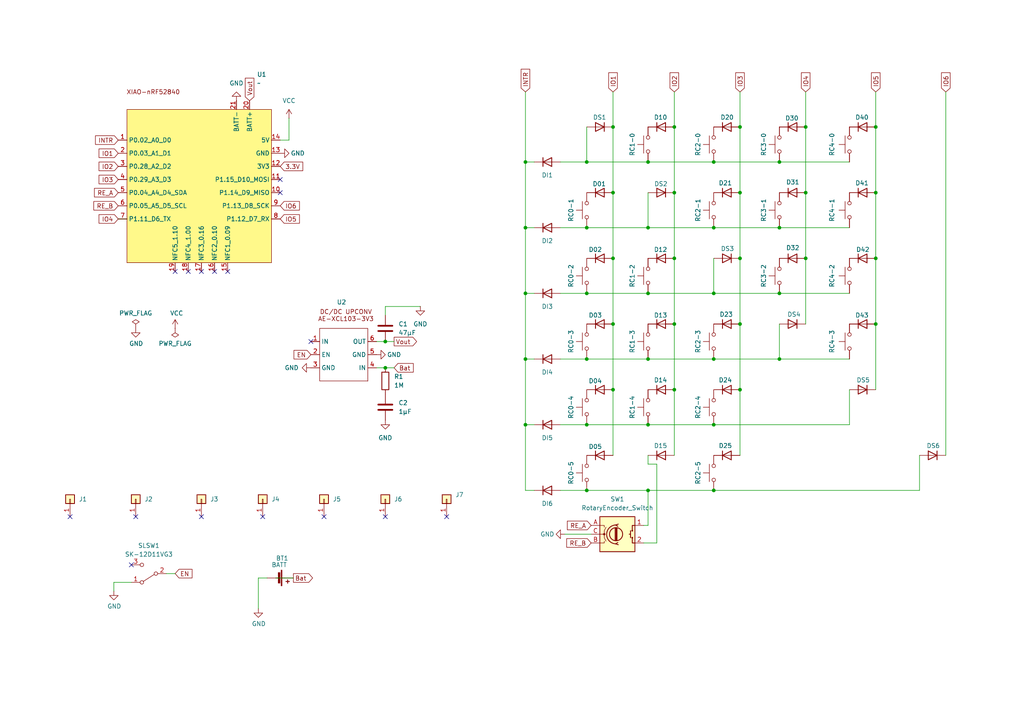
<source format=kicad_sch>
(kicad_sch
	(version 20250114)
	(generator "eeschema")
	(generator_version "9.0")
	(uuid "7f8f3204-eb94-4c1b-8bab-de17ef763f86")
	(paper "A4")
	(lib_symbols
		(symbol "Connector_Generic:Conn_01x01"
			(pin_names
				(offset 1.016)
				(hide yes)
			)
			(exclude_from_sim no)
			(in_bom yes)
			(on_board yes)
			(property "Reference" "J"
				(at 0 2.54 0)
				(effects
					(font
						(size 1.27 1.27)
					)
				)
			)
			(property "Value" "Conn_01x01"
				(at 0 -2.54 0)
				(effects
					(font
						(size 1.27 1.27)
					)
				)
			)
			(property "Footprint" ""
				(at 0 0 0)
				(effects
					(font
						(size 1.27 1.27)
					)
					(hide yes)
				)
			)
			(property "Datasheet" "~"
				(at 0 0 0)
				(effects
					(font
						(size 1.27 1.27)
					)
					(hide yes)
				)
			)
			(property "Description" "Generic connector, single row, 01x01, script generated (kicad-library-utils/schlib/autogen/connector/)"
				(at 0 0 0)
				(effects
					(font
						(size 1.27 1.27)
					)
					(hide yes)
				)
			)
			(property "ki_keywords" "connector"
				(at 0 0 0)
				(effects
					(font
						(size 1.27 1.27)
					)
					(hide yes)
				)
			)
			(property "ki_fp_filters" "Connector*:*_1x??_*"
				(at 0 0 0)
				(effects
					(font
						(size 1.27 1.27)
					)
					(hide yes)
				)
			)
			(symbol "Conn_01x01_1_1"
				(rectangle
					(start -1.27 1.27)
					(end 1.27 -1.27)
					(stroke
						(width 0.254)
						(type default)
					)
					(fill
						(type background)
					)
				)
				(rectangle
					(start -1.27 0.127)
					(end 0 -0.127)
					(stroke
						(width 0.1524)
						(type default)
					)
					(fill
						(type none)
					)
				)
				(pin passive line
					(at -5.08 0 0)
					(length 3.81)
					(name "Pin_1"
						(effects
							(font
								(size 1.27 1.27)
							)
						)
					)
					(number "1"
						(effects
							(font
								(size 1.27 1.27)
							)
						)
					)
				)
			)
			(embedded_fonts no)
		)
		(symbol "Device:Battery_Cell"
			(pin_numbers
				(hide yes)
			)
			(pin_names
				(offset 0)
				(hide yes)
			)
			(exclude_from_sim no)
			(in_bom yes)
			(on_board yes)
			(property "Reference" "BT"
				(at 2.54 2.54 0)
				(effects
					(font
						(size 1.27 1.27)
					)
					(justify left)
				)
			)
			(property "Value" "Battery_Cell"
				(at 2.54 0 0)
				(effects
					(font
						(size 1.27 1.27)
					)
					(justify left)
				)
			)
			(property "Footprint" ""
				(at 0 1.524 90)
				(effects
					(font
						(size 1.27 1.27)
					)
					(hide yes)
				)
			)
			(property "Datasheet" "~"
				(at 0 1.524 90)
				(effects
					(font
						(size 1.27 1.27)
					)
					(hide yes)
				)
			)
			(property "Description" "Single-cell battery"
				(at 0 0 0)
				(effects
					(font
						(size 1.27 1.27)
					)
					(hide yes)
				)
			)
			(property "ki_keywords" "battery cell"
				(at 0 0 0)
				(effects
					(font
						(size 1.27 1.27)
					)
					(hide yes)
				)
			)
			(symbol "Battery_Cell_0_1"
				(rectangle
					(start -2.286 1.778)
					(end 2.286 1.524)
					(stroke
						(width 0)
						(type default)
					)
					(fill
						(type outline)
					)
				)
				(rectangle
					(start -1.5748 1.1938)
					(end 1.4732 0.6858)
					(stroke
						(width 0)
						(type default)
					)
					(fill
						(type outline)
					)
				)
				(polyline
					(pts
						(xy 0 1.778) (xy 0 2.54)
					)
					(stroke
						(width 0)
						(type default)
					)
					(fill
						(type none)
					)
				)
				(polyline
					(pts
						(xy 0 0.762) (xy 0 0)
					)
					(stroke
						(width 0)
						(type default)
					)
					(fill
						(type none)
					)
				)
				(polyline
					(pts
						(xy 0.508 3.429) (xy 1.524 3.429)
					)
					(stroke
						(width 0.254)
						(type default)
					)
					(fill
						(type none)
					)
				)
				(polyline
					(pts
						(xy 1.016 3.937) (xy 1.016 2.921)
					)
					(stroke
						(width 0.254)
						(type default)
					)
					(fill
						(type none)
					)
				)
			)
			(symbol "Battery_Cell_1_1"
				(pin passive line
					(at 0 5.08 270)
					(length 2.54)
					(name "+"
						(effects
							(font
								(size 1.27 1.27)
							)
						)
					)
					(number "1"
						(effects
							(font
								(size 1.27 1.27)
							)
						)
					)
				)
				(pin passive line
					(at 0 -2.54 90)
					(length 2.54)
					(name "-"
						(effects
							(font
								(size 1.27 1.27)
							)
						)
					)
					(number "2"
						(effects
							(font
								(size 1.27 1.27)
							)
						)
					)
				)
			)
			(embedded_fonts no)
		)
		(symbol "Device:C"
			(pin_numbers
				(hide yes)
			)
			(pin_names
				(offset 0.254)
			)
			(exclude_from_sim no)
			(in_bom yes)
			(on_board yes)
			(property "Reference" "C"
				(at 0.635 2.54 0)
				(effects
					(font
						(size 1.27 1.27)
					)
					(justify left)
				)
			)
			(property "Value" "C"
				(at 0.635 -2.54 0)
				(effects
					(font
						(size 1.27 1.27)
					)
					(justify left)
				)
			)
			(property "Footprint" ""
				(at 0.9652 -3.81 0)
				(effects
					(font
						(size 1.27 1.27)
					)
					(hide yes)
				)
			)
			(property "Datasheet" "~"
				(at 0 0 0)
				(effects
					(font
						(size 1.27 1.27)
					)
					(hide yes)
				)
			)
			(property "Description" "Unpolarized capacitor"
				(at 0 0 0)
				(effects
					(font
						(size 1.27 1.27)
					)
					(hide yes)
				)
			)
			(property "ki_keywords" "cap capacitor"
				(at 0 0 0)
				(effects
					(font
						(size 1.27 1.27)
					)
					(hide yes)
				)
			)
			(property "ki_fp_filters" "C_*"
				(at 0 0 0)
				(effects
					(font
						(size 1.27 1.27)
					)
					(hide yes)
				)
			)
			(symbol "C_0_1"
				(polyline
					(pts
						(xy -2.032 0.762) (xy 2.032 0.762)
					)
					(stroke
						(width 0.508)
						(type default)
					)
					(fill
						(type none)
					)
				)
				(polyline
					(pts
						(xy -2.032 -0.762) (xy 2.032 -0.762)
					)
					(stroke
						(width 0.508)
						(type default)
					)
					(fill
						(type none)
					)
				)
			)
			(symbol "C_1_1"
				(pin passive line
					(at 0 3.81 270)
					(length 2.794)
					(name "~"
						(effects
							(font
								(size 1.27 1.27)
							)
						)
					)
					(number "1"
						(effects
							(font
								(size 1.27 1.27)
							)
						)
					)
				)
				(pin passive line
					(at 0 -3.81 90)
					(length 2.794)
					(name "~"
						(effects
							(font
								(size 1.27 1.27)
							)
						)
					)
					(number "2"
						(effects
							(font
								(size 1.27 1.27)
							)
						)
					)
				)
			)
			(embedded_fonts no)
		)
		(symbol "Device:R"
			(pin_numbers
				(hide yes)
			)
			(pin_names
				(offset 0)
			)
			(exclude_from_sim no)
			(in_bom yes)
			(on_board yes)
			(property "Reference" "R"
				(at 2.032 0 90)
				(effects
					(font
						(size 1.27 1.27)
					)
				)
			)
			(property "Value" "R"
				(at 0 0 90)
				(effects
					(font
						(size 1.27 1.27)
					)
				)
			)
			(property "Footprint" ""
				(at -1.778 0 90)
				(effects
					(font
						(size 1.27 1.27)
					)
					(hide yes)
				)
			)
			(property "Datasheet" "~"
				(at 0 0 0)
				(effects
					(font
						(size 1.27 1.27)
					)
					(hide yes)
				)
			)
			(property "Description" "Resistor"
				(at 0 0 0)
				(effects
					(font
						(size 1.27 1.27)
					)
					(hide yes)
				)
			)
			(property "ki_keywords" "R res resistor"
				(at 0 0 0)
				(effects
					(font
						(size 1.27 1.27)
					)
					(hide yes)
				)
			)
			(property "ki_fp_filters" "R_*"
				(at 0 0 0)
				(effects
					(font
						(size 1.27 1.27)
					)
					(hide yes)
				)
			)
			(symbol "R_0_1"
				(rectangle
					(start -1.016 -2.54)
					(end 1.016 2.54)
					(stroke
						(width 0.254)
						(type default)
					)
					(fill
						(type none)
					)
				)
			)
			(symbol "R_1_1"
				(pin passive line
					(at 0 3.81 270)
					(length 1.27)
					(name "~"
						(effects
							(font
								(size 1.27 1.27)
							)
						)
					)
					(number "1"
						(effects
							(font
								(size 1.27 1.27)
							)
						)
					)
				)
				(pin passive line
					(at 0 -3.81 90)
					(length 1.27)
					(name "~"
						(effects
							(font
								(size 1.27 1.27)
							)
						)
					)
					(number "2"
						(effects
							(font
								(size 1.27 1.27)
							)
						)
					)
				)
			)
			(embedded_fonts no)
		)
		(symbol "Diode:1N4148"
			(pin_numbers
				(hide yes)
			)
			(pin_names
				(hide yes)
			)
			(exclude_from_sim no)
			(in_bom yes)
			(on_board yes)
			(property "Reference" "D"
				(at 0 2.54 0)
				(effects
					(font
						(size 1.27 1.27)
					)
				)
			)
			(property "Value" "1N4148"
				(at 0 -2.54 0)
				(effects
					(font
						(size 1.27 1.27)
					)
				)
			)
			(property "Footprint" "Diode_THT:D_DO-35_SOD27_P7.62mm_Horizontal"
				(at 0 0 0)
				(effects
					(font
						(size 1.27 1.27)
					)
					(hide yes)
				)
			)
			(property "Datasheet" "https://assets.nexperia.com/documents/data-sheet/1N4148_1N4448.pdf"
				(at 0 0 0)
				(effects
					(font
						(size 1.27 1.27)
					)
					(hide yes)
				)
			)
			(property "Description" "100V 0.15A standard switching diode, DO-35"
				(at 0 0 0)
				(effects
					(font
						(size 1.27 1.27)
					)
					(hide yes)
				)
			)
			(property "Sim.Device" "D"
				(at 0 0 0)
				(effects
					(font
						(size 1.27 1.27)
					)
					(hide yes)
				)
			)
			(property "Sim.Pins" "1=K 2=A"
				(at 0 0 0)
				(effects
					(font
						(size 1.27 1.27)
					)
					(hide yes)
				)
			)
			(property "ki_keywords" "diode"
				(at 0 0 0)
				(effects
					(font
						(size 1.27 1.27)
					)
					(hide yes)
				)
			)
			(property "ki_fp_filters" "D*DO?35*"
				(at 0 0 0)
				(effects
					(font
						(size 1.27 1.27)
					)
					(hide yes)
				)
			)
			(symbol "1N4148_0_1"
				(polyline
					(pts
						(xy -1.27 1.27) (xy -1.27 -1.27)
					)
					(stroke
						(width 0.254)
						(type default)
					)
					(fill
						(type none)
					)
				)
				(polyline
					(pts
						(xy 1.27 1.27) (xy 1.27 -1.27) (xy -1.27 0) (xy 1.27 1.27)
					)
					(stroke
						(width 0.254)
						(type default)
					)
					(fill
						(type none)
					)
				)
				(polyline
					(pts
						(xy 1.27 0) (xy -1.27 0)
					)
					(stroke
						(width 0)
						(type default)
					)
					(fill
						(type none)
					)
				)
			)
			(symbol "1N4148_1_1"
				(pin passive line
					(at -3.81 0 0)
					(length 2.54)
					(name "K"
						(effects
							(font
								(size 1.27 1.27)
							)
						)
					)
					(number "1"
						(effects
							(font
								(size 1.27 1.27)
							)
						)
					)
				)
				(pin passive line
					(at 3.81 0 180)
					(length 2.54)
					(name "A"
						(effects
							(font
								(size 1.27 1.27)
							)
						)
					)
					(number "2"
						(effects
							(font
								(size 1.27 1.27)
							)
						)
					)
				)
			)
			(embedded_fonts no)
		)
		(symbol "Switch:SW_Push"
			(pin_numbers
				(hide yes)
			)
			(pin_names
				(offset 1.016)
				(hide yes)
			)
			(exclude_from_sim no)
			(in_bom yes)
			(on_board yes)
			(property "Reference" "SW"
				(at 1.27 2.54 0)
				(effects
					(font
						(size 1.27 1.27)
					)
					(justify left)
				)
			)
			(property "Value" "SW_Push"
				(at 0 -1.524 0)
				(effects
					(font
						(size 1.27 1.27)
					)
				)
			)
			(property "Footprint" ""
				(at 0 5.08 0)
				(effects
					(font
						(size 1.27 1.27)
					)
					(hide yes)
				)
			)
			(property "Datasheet" "~"
				(at 0 5.08 0)
				(effects
					(font
						(size 1.27 1.27)
					)
					(hide yes)
				)
			)
			(property "Description" "Push button switch, generic, two pins"
				(at 0 0 0)
				(effects
					(font
						(size 1.27 1.27)
					)
					(hide yes)
				)
			)
			(property "ki_keywords" "switch normally-open pushbutton push-button"
				(at 0 0 0)
				(effects
					(font
						(size 1.27 1.27)
					)
					(hide yes)
				)
			)
			(symbol "SW_Push_0_1"
				(circle
					(center -2.032 0)
					(radius 0.508)
					(stroke
						(width 0)
						(type default)
					)
					(fill
						(type none)
					)
				)
				(polyline
					(pts
						(xy 0 1.27) (xy 0 3.048)
					)
					(stroke
						(width 0)
						(type default)
					)
					(fill
						(type none)
					)
				)
				(circle
					(center 2.032 0)
					(radius 0.508)
					(stroke
						(width 0)
						(type default)
					)
					(fill
						(type none)
					)
				)
				(polyline
					(pts
						(xy 2.54 1.27) (xy -2.54 1.27)
					)
					(stroke
						(width 0)
						(type default)
					)
					(fill
						(type none)
					)
				)
				(pin passive line
					(at -5.08 0 0)
					(length 2.54)
					(name "1"
						(effects
							(font
								(size 1.27 1.27)
							)
						)
					)
					(number "1"
						(effects
							(font
								(size 1.27 1.27)
							)
						)
					)
				)
				(pin passive line
					(at 5.08 0 180)
					(length 2.54)
					(name "2"
						(effects
							(font
								(size 1.27 1.27)
							)
						)
					)
					(number "2"
						(effects
							(font
								(size 1.27 1.27)
							)
						)
					)
				)
			)
			(embedded_fonts no)
		)
		(symbol "Switch:SW_SPDT"
			(pin_names
				(offset 0)
				(hide yes)
			)
			(exclude_from_sim no)
			(in_bom yes)
			(on_board yes)
			(property "Reference" "SW"
				(at 0 4.318 0)
				(effects
					(font
						(size 1.27 1.27)
					)
				)
			)
			(property "Value" "SW_SPDT"
				(at 0 -5.08 0)
				(effects
					(font
						(size 1.27 1.27)
					)
				)
			)
			(property "Footprint" ""
				(at 0 0 0)
				(effects
					(font
						(size 1.27 1.27)
					)
					(hide yes)
				)
			)
			(property "Datasheet" "~"
				(at 0 0 0)
				(effects
					(font
						(size 1.27 1.27)
					)
					(hide yes)
				)
			)
			(property "Description" "Switch, single pole double throw"
				(at 0 0 0)
				(effects
					(font
						(size 1.27 1.27)
					)
					(hide yes)
				)
			)
			(property "ki_keywords" "switch single-pole double-throw spdt ON-ON"
				(at 0 0 0)
				(effects
					(font
						(size 1.27 1.27)
					)
					(hide yes)
				)
			)
			(symbol "SW_SPDT_0_0"
				(circle
					(center -2.032 0)
					(radius 0.508)
					(stroke
						(width 0)
						(type default)
					)
					(fill
						(type none)
					)
				)
				(circle
					(center 2.032 -2.54)
					(radius 0.508)
					(stroke
						(width 0)
						(type default)
					)
					(fill
						(type none)
					)
				)
			)
			(symbol "SW_SPDT_0_1"
				(polyline
					(pts
						(xy -1.524 0.254) (xy 1.651 2.286)
					)
					(stroke
						(width 0)
						(type default)
					)
					(fill
						(type none)
					)
				)
				(circle
					(center 2.032 2.54)
					(radius 0.508)
					(stroke
						(width 0)
						(type default)
					)
					(fill
						(type none)
					)
				)
			)
			(symbol "SW_SPDT_1_1"
				(pin passive line
					(at -5.08 0 0)
					(length 2.54)
					(name "B"
						(effects
							(font
								(size 1.27 1.27)
							)
						)
					)
					(number "2"
						(effects
							(font
								(size 1.27 1.27)
							)
						)
					)
				)
				(pin passive line
					(at 5.08 2.54 180)
					(length 2.54)
					(name "A"
						(effects
							(font
								(size 1.27 1.27)
							)
						)
					)
					(number "1"
						(effects
							(font
								(size 1.27 1.27)
							)
						)
					)
				)
				(pin passive line
					(at 5.08 -2.54 180)
					(length 2.54)
					(name "C"
						(effects
							(font
								(size 1.27 1.27)
							)
						)
					)
					(number "3"
						(effects
							(font
								(size 1.27 1.27)
							)
						)
					)
				)
			)
			(embedded_fonts no)
		)
		(symbol "pinkeybd:U3"
			(exclude_from_sim no)
			(in_bom yes)
			(on_board yes)
			(property "Reference" "U3"
				(at 0 0 0)
				(effects
					(font
						(size 1.27 1.27)
					)
				)
			)
			(property "Value" ""
				(at 1.27 0 0)
				(effects
					(font
						(size 1.27 1.27)
					)
				)
			)
			(property "Footprint" ""
				(at 1.27 0 0)
				(effects
					(font
						(size 1.27 1.27)
					)
					(hide yes)
				)
			)
			(property "Datasheet" ""
				(at 1.27 0 0)
				(effects
					(font
						(size 1.27 1.27)
					)
					(hide yes)
				)
			)
			(property "Description" ""
				(at 1.27 0 0)
				(effects
					(font
						(size 1.27 1.27)
					)
					(hide yes)
				)
			)
			(symbol "U3_0_1"
				(rectangle
					(start -6.35 7.62)
					(end 7.62 -7.62)
					(stroke
						(width 0)
						(type default)
					)
					(fill
						(type none)
					)
				)
				(rectangle
					(start 7.62 -7.62)
					(end 7.62 -7.62)
					(stroke
						(width 0)
						(type default)
					)
					(fill
						(type none)
					)
				)
				(rectangle
					(start 7.62 -7.62)
					(end 7.62 -7.62)
					(stroke
						(width 0)
						(type default)
					)
					(fill
						(type none)
					)
				)
			)
			(symbol "U3_1_1"
				(text "DC/DC UPCONV\nAE-XCL103-3V3"
					(at 1.27 11.43 0)
					(effects
						(font
							(size 1.27 1.27)
						)
					)
				)
				(pin input line
					(at -8.89 3.81 0)
					(length 2.54)
					(name "IN"
						(effects
							(font
								(size 1.27 1.27)
							)
						)
					)
					(number "1"
						(effects
							(font
								(size 1.27 1.27)
							)
						)
					)
				)
				(pin input line
					(at -8.89 0 0)
					(length 2.54)
					(name "EN"
						(effects
							(font
								(size 1.27 1.27)
							)
						)
					)
					(number "2"
						(effects
							(font
								(size 1.27 1.27)
							)
						)
					)
				)
				(pin input line
					(at -8.89 -3.81 0)
					(length 2.54)
					(name "GND"
						(effects
							(font
								(size 1.27 1.27)
							)
						)
					)
					(number "3"
						(effects
							(font
								(size 1.27 1.27)
							)
						)
					)
				)
				(pin output line
					(at 10.16 3.81 180)
					(length 2.54)
					(name "OUT"
						(effects
							(font
								(size 1.27 1.27)
							)
						)
					)
					(number "6"
						(effects
							(font
								(size 1.27 1.27)
							)
						)
					)
				)
				(pin input line
					(at 10.16 0 180)
					(length 2.54)
					(name "GND"
						(effects
							(font
								(size 1.27 1.27)
							)
						)
					)
					(number "5"
						(effects
							(font
								(size 1.27 1.27)
							)
						)
					)
				)
				(pin input line
					(at 10.16 -3.81 180)
					(length 2.54)
					(name "IN"
						(effects
							(font
								(size 1.27 1.27)
							)
						)
					)
					(number "4"
						(effects
							(font
								(size 1.27 1.27)
							)
						)
					)
				)
			)
			(embedded_fonts no)
		)
		(symbol "power:GND"
			(power)
			(pin_numbers
				(hide yes)
			)
			(pin_names
				(offset 0)
				(hide yes)
			)
			(exclude_from_sim no)
			(in_bom yes)
			(on_board yes)
			(property "Reference" "#PWR"
				(at 0 -6.35 0)
				(effects
					(font
						(size 1.27 1.27)
					)
					(hide yes)
				)
			)
			(property "Value" "GND"
				(at 0 -3.81 0)
				(effects
					(font
						(size 1.27 1.27)
					)
				)
			)
			(property "Footprint" ""
				(at 0 0 0)
				(effects
					(font
						(size 1.27 1.27)
					)
					(hide yes)
				)
			)
			(property "Datasheet" ""
				(at 0 0 0)
				(effects
					(font
						(size 1.27 1.27)
					)
					(hide yes)
				)
			)
			(property "Description" "Power symbol creates a global label with name \"GND\" , ground"
				(at 0 0 0)
				(effects
					(font
						(size 1.27 1.27)
					)
					(hide yes)
				)
			)
			(property "ki_keywords" "global power"
				(at 0 0 0)
				(effects
					(font
						(size 1.27 1.27)
					)
					(hide yes)
				)
			)
			(symbol "GND_0_1"
				(polyline
					(pts
						(xy 0 0) (xy 0 -1.27) (xy 1.27 -1.27) (xy 0 -2.54) (xy -1.27 -1.27) (xy 0 -1.27)
					)
					(stroke
						(width 0)
						(type default)
					)
					(fill
						(type none)
					)
				)
			)
			(symbol "GND_1_1"
				(pin power_in line
					(at 0 0 270)
					(length 0)
					(name "~"
						(effects
							(font
								(size 1.27 1.27)
							)
						)
					)
					(number "1"
						(effects
							(font
								(size 1.27 1.27)
							)
						)
					)
				)
			)
			(embedded_fonts no)
		)
		(symbol "power:PWR_FLAG"
			(power)
			(pin_numbers
				(hide yes)
			)
			(pin_names
				(offset 0)
				(hide yes)
			)
			(exclude_from_sim no)
			(in_bom yes)
			(on_board yes)
			(property "Reference" "#FLG"
				(at 0 1.905 0)
				(effects
					(font
						(size 1.27 1.27)
					)
					(hide yes)
				)
			)
			(property "Value" "PWR_FLAG"
				(at 0 3.81 0)
				(effects
					(font
						(size 1.27 1.27)
					)
				)
			)
			(property "Footprint" ""
				(at 0 0 0)
				(effects
					(font
						(size 1.27 1.27)
					)
					(hide yes)
				)
			)
			(property "Datasheet" "~"
				(at 0 0 0)
				(effects
					(font
						(size 1.27 1.27)
					)
					(hide yes)
				)
			)
			(property "Description" "Special symbol for telling ERC where power comes from"
				(at 0 0 0)
				(effects
					(font
						(size 1.27 1.27)
					)
					(hide yes)
				)
			)
			(property "ki_keywords" "power-flag"
				(at 0 0 0)
				(effects
					(font
						(size 1.27 1.27)
					)
					(hide yes)
				)
			)
			(symbol "PWR_FLAG_0_0"
				(pin power_out line
					(at 0 0 90)
					(length 0)
					(name "pwr"
						(effects
							(font
								(size 1.27 1.27)
							)
						)
					)
					(number "1"
						(effects
							(font
								(size 1.27 1.27)
							)
						)
					)
				)
			)
			(symbol "PWR_FLAG_0_1"
				(polyline
					(pts
						(xy 0 0) (xy 0 1.27) (xy -1.016 1.905) (xy 0 2.54) (xy 1.016 1.905) (xy 0 1.27)
					)
					(stroke
						(width 0)
						(type default)
					)
					(fill
						(type none)
					)
				)
			)
			(embedded_fonts no)
		)
		(symbol "power:VCC"
			(power)
			(pin_numbers
				(hide yes)
			)
			(pin_names
				(offset 0)
				(hide yes)
			)
			(exclude_from_sim no)
			(in_bom yes)
			(on_board yes)
			(property "Reference" "#PWR"
				(at 0 -3.81 0)
				(effects
					(font
						(size 1.27 1.27)
					)
					(hide yes)
				)
			)
			(property "Value" "VCC"
				(at 0 3.556 0)
				(effects
					(font
						(size 1.27 1.27)
					)
				)
			)
			(property "Footprint" ""
				(at 0 0 0)
				(effects
					(font
						(size 1.27 1.27)
					)
					(hide yes)
				)
			)
			(property "Datasheet" ""
				(at 0 0 0)
				(effects
					(font
						(size 1.27 1.27)
					)
					(hide yes)
				)
			)
			(property "Description" "Power symbol creates a global label with name \"VCC\""
				(at 0 0 0)
				(effects
					(font
						(size 1.27 1.27)
					)
					(hide yes)
				)
			)
			(property "ki_keywords" "global power"
				(at 0 0 0)
				(effects
					(font
						(size 1.27 1.27)
					)
					(hide yes)
				)
			)
			(symbol "VCC_0_1"
				(polyline
					(pts
						(xy -0.762 1.27) (xy 0 2.54)
					)
					(stroke
						(width 0)
						(type default)
					)
					(fill
						(type none)
					)
				)
				(polyline
					(pts
						(xy 0 2.54) (xy 0.762 1.27)
					)
					(stroke
						(width 0)
						(type default)
					)
					(fill
						(type none)
					)
				)
				(polyline
					(pts
						(xy 0 0) (xy 0 2.54)
					)
					(stroke
						(width 0)
						(type default)
					)
					(fill
						(type none)
					)
				)
			)
			(symbol "VCC_1_1"
				(pin power_in line
					(at 0 0 90)
					(length 0)
					(name "~"
						(effects
							(font
								(size 1.27 1.27)
							)
						)
					)
					(number "1"
						(effects
							(font
								(size 1.27 1.27)
							)
						)
					)
				)
			)
			(embedded_fonts no)
		)
		(symbol "roba:RotaryEncoder_Switch"
			(pin_names
				(offset 0.254)
				(hide yes)
			)
			(exclude_from_sim no)
			(in_bom yes)
			(on_board yes)
			(property "Reference" "SW21"
				(at 0 10.16 0)
				(effects
					(font
						(size 1.27 1.27)
					)
				)
			)
			(property "Value" "RotaryEncoder_Switch"
				(at 0 7.62 0)
				(effects
					(font
						(size 1.27 1.27)
					)
				)
			)
			(property "Footprint" "myfootprintLibrary:SW_MX_EC12"
				(at -3.81 4.064 0)
				(effects
					(font
						(size 1.27 1.27)
					)
					(hide yes)
				)
			)
			(property "Datasheet" "~"
				(at 0 6.604 0)
				(effects
					(font
						(size 1.27 1.27)
					)
					(hide yes)
				)
			)
			(property "Description" "Rotary encoder, dual channel, incremental quadrate outputs, with switch"
				(at 0 0 0)
				(effects
					(font
						(size 1.27 1.27)
					)
					(hide yes)
				)
			)
			(property "ki_keywords" "rotary switch encoder switch push button"
				(at 0 0 0)
				(effects
					(font
						(size 1.27 1.27)
					)
					(hide yes)
				)
			)
			(property "ki_fp_filters" "RotaryEncoder*Switch*"
				(at 0 0 0)
				(effects
					(font
						(size 1.27 1.27)
					)
					(hide yes)
				)
			)
			(symbol "RotaryEncoder_Switch_0_1"
				(rectangle
					(start -5.08 5.08)
					(end 5.08 -5.08)
					(stroke
						(width 0.254)
						(type default)
					)
					(fill
						(type background)
					)
				)
				(polyline
					(pts
						(xy -5.08 2.54) (xy -3.81 2.54) (xy -3.81 2.032)
					)
					(stroke
						(width 0)
						(type default)
					)
					(fill
						(type none)
					)
				)
				(polyline
					(pts
						(xy -5.08 0) (xy -3.81 0) (xy -3.81 -1.016) (xy -3.302 -2.032)
					)
					(stroke
						(width 0)
						(type default)
					)
					(fill
						(type none)
					)
				)
				(polyline
					(pts
						(xy -5.08 -2.54) (xy -3.81 -2.54) (xy -3.81 -2.032)
					)
					(stroke
						(width 0)
						(type default)
					)
					(fill
						(type none)
					)
				)
				(polyline
					(pts
						(xy -4.318 0) (xy -3.81 0) (xy -3.81 1.016) (xy -3.302 2.032)
					)
					(stroke
						(width 0)
						(type default)
					)
					(fill
						(type none)
					)
				)
				(circle
					(center -3.81 0)
					(radius 0.254)
					(stroke
						(width 0)
						(type default)
					)
					(fill
						(type outline)
					)
				)
				(polyline
					(pts
						(xy -0.635 -1.778) (xy -0.635 1.778)
					)
					(stroke
						(width 0.254)
						(type default)
					)
					(fill
						(type none)
					)
				)
				(circle
					(center -0.381 0)
					(radius 1.905)
					(stroke
						(width 0.254)
						(type default)
					)
					(fill
						(type none)
					)
				)
				(polyline
					(pts
						(xy -0.381 -1.778) (xy -0.381 1.778)
					)
					(stroke
						(width 0.254)
						(type default)
					)
					(fill
						(type none)
					)
				)
				(arc
					(start -0.381 -2.794)
					(mid -3.0988 -0.0635)
					(end -0.381 2.667)
					(stroke
						(width 0.254)
						(type default)
					)
					(fill
						(type none)
					)
				)
				(polyline
					(pts
						(xy -0.127 1.778) (xy -0.127 -1.778)
					)
					(stroke
						(width 0.254)
						(type default)
					)
					(fill
						(type none)
					)
				)
				(polyline
					(pts
						(xy 0.254 2.921) (xy -0.508 2.667) (xy 0.127 2.286)
					)
					(stroke
						(width 0.254)
						(type default)
					)
					(fill
						(type none)
					)
				)
				(polyline
					(pts
						(xy 0.254 -3.048) (xy -0.508 -2.794) (xy 0.127 -2.413)
					)
					(stroke
						(width 0.254)
						(type default)
					)
					(fill
						(type none)
					)
				)
				(polyline
					(pts
						(xy 3.81 1.016) (xy 3.81 -1.016)
					)
					(stroke
						(width 0.254)
						(type default)
					)
					(fill
						(type none)
					)
				)
				(polyline
					(pts
						(xy 3.81 0) (xy 3.429 0)
					)
					(stroke
						(width 0.254)
						(type default)
					)
					(fill
						(type none)
					)
				)
				(circle
					(center 4.318 1.016)
					(radius 0.127)
					(stroke
						(width 0.254)
						(type default)
					)
					(fill
						(type none)
					)
				)
				(circle
					(center 4.318 -1.016)
					(radius 0.127)
					(stroke
						(width 0.254)
						(type default)
					)
					(fill
						(type none)
					)
				)
				(polyline
					(pts
						(xy 5.08 2.54) (xy 4.318 2.54) (xy 4.318 1.016)
					)
					(stroke
						(width 0.254)
						(type default)
					)
					(fill
						(type none)
					)
				)
				(polyline
					(pts
						(xy 5.08 -2.54) (xy 4.318 -2.54) (xy 4.318 -1.016)
					)
					(stroke
						(width 0.254)
						(type default)
					)
					(fill
						(type none)
					)
				)
			)
			(symbol "RotaryEncoder_Switch_1_1"
				(pin passive line
					(at -7.62 2.54 0)
					(length 2.54)
					(name "A"
						(effects
							(font
								(size 1.27 1.27)
							)
						)
					)
					(number "A"
						(effects
							(font
								(size 1.27 1.27)
							)
						)
					)
				)
				(pin passive line
					(at -7.62 0 0)
					(length 2.54)
					(name "C"
						(effects
							(font
								(size 1.27 1.27)
							)
						)
					)
					(number "C"
						(effects
							(font
								(size 1.27 1.27)
							)
						)
					)
				)
				(pin passive line
					(at -7.62 -2.54 0)
					(length 2.54)
					(name "B"
						(effects
							(font
								(size 1.27 1.27)
							)
						)
					)
					(number "B"
						(effects
							(font
								(size 1.27 1.27)
							)
						)
					)
				)
				(pin passive line
					(at 7.62 2.54 180)
					(length 2.54)
					(name "1"
						(effects
							(font
								(size 1.27 1.27)
							)
						)
					)
					(number "1"
						(effects
							(font
								(size 1.27 1.27)
							)
						)
					)
				)
				(pin passive line
					(at 7.62 -2.54 180)
					(length 2.54)
					(name "2"
						(effects
							(font
								(size 1.27 1.27)
							)
						)
					)
					(number "2"
						(effects
							(font
								(size 1.27 1.27)
							)
						)
					)
				)
			)
			(embedded_fonts no)
		)
		(symbol "roba:XIAO-nRF52840"
			(exclude_from_sim no)
			(in_bom yes)
			(on_board yes)
			(property "Reference" "U"
				(at 13.97 -3.81 0)
				(effects
					(font
						(size 1.27 1.27)
					)
				)
			)
			(property "Value" ""
				(at 0 0 0)
				(effects
					(font
						(size 1.27 1.27)
					)
				)
			)
			(property "Footprint" ""
				(at 0 0 0)
				(effects
					(font
						(size 1.27 1.27)
					)
					(hide yes)
				)
			)
			(property "Datasheet" ""
				(at 0 0 0)
				(effects
					(font
						(size 1.27 1.27)
					)
					(hide yes)
				)
			)
			(property "Description" ""
				(at 0 0 0)
				(effects
					(font
						(size 1.27 1.27)
					)
					(hide yes)
				)
			)
			(symbol "XIAO-nRF52840_1_1"
				(text "XIAO-nRF52840"
					(at 20.32 -1.27 0)
					(effects
						(font
							(size 1.27 1.27)
						)
					)
				)
				(text_box ""
					(at 12.7 -6.35 0)
					(size 41.91 -44.45)
					(margins 1.016 1.016 1.016 1.016)
					(stroke
						(width 0)
						(type default)
					)
					(fill
						(type color)
						(color 255 249 138 1)
					)
					(effects
						(font
							(size 1.27 1.27)
						)
						(justify left top)
					)
				)
				(pin unspecified line
					(at 10.16 -15.24 0)
					(length 2.54)
					(name "P0.02_A0_D0"
						(effects
							(font
								(size 1.27 1.27)
							)
						)
					)
					(number "1"
						(effects
							(font
								(size 1.27 1.27)
							)
						)
					)
				)
				(pin unspecified line
					(at 10.16 -19.05 0)
					(length 2.54)
					(name "P0.03_A1_D1"
						(effects
							(font
								(size 1.27 1.27)
							)
						)
					)
					(number "2"
						(effects
							(font
								(size 1.27 1.27)
							)
						)
					)
				)
				(pin unspecified line
					(at 10.16 -22.86 0)
					(length 2.54)
					(name "P0.28_A2_D2"
						(effects
							(font
								(size 1.27 1.27)
							)
						)
					)
					(number "3"
						(effects
							(font
								(size 1.27 1.27)
							)
						)
					)
				)
				(pin unspecified line
					(at 10.16 -26.67 0)
					(length 2.54)
					(name "P0.29_A3_D3"
						(effects
							(font
								(size 1.27 1.27)
							)
						)
					)
					(number "4"
						(effects
							(font
								(size 1.27 1.27)
							)
						)
					)
				)
				(pin unspecified line
					(at 10.16 -30.48 0)
					(length 2.54)
					(name "P0.04_A4_D4_SDA"
						(effects
							(font
								(size 1.27 1.27)
							)
						)
					)
					(number "5"
						(effects
							(font
								(size 1.27 1.27)
							)
						)
					)
				)
				(pin unspecified line
					(at 10.16 -34.29 0)
					(length 2.54)
					(name "P0.05_A5_D5_SCL"
						(effects
							(font
								(size 1.27 1.27)
							)
						)
					)
					(number "6"
						(effects
							(font
								(size 1.27 1.27)
							)
						)
					)
				)
				(pin unspecified line
					(at 10.16 -38.1 0)
					(length 2.54)
					(name "P1.11_D6_TX"
						(effects
							(font
								(size 1.27 1.27)
							)
						)
					)
					(number "7"
						(effects
							(font
								(size 1.27 1.27)
							)
						)
					)
				)
				(pin unspecified line
					(at 26.67 -53.34 90)
					(length 2.54)
					(name "NFC5_1.10"
						(effects
							(font
								(size 1.27 1.27)
							)
						)
					)
					(number "19"
						(effects
							(font
								(size 1.27 1.27)
							)
						)
					)
				)
				(pin unspecified line
					(at 30.48 -53.34 90)
					(length 2.54)
					(name "NFC4_1.00"
						(effects
							(font
								(size 1.27 1.27)
							)
						)
					)
					(number "18"
						(effects
							(font
								(size 1.27 1.27)
							)
						)
					)
				)
				(pin unspecified line
					(at 34.29 -53.34 90)
					(length 2.54)
					(name "NFC3_0.16"
						(effects
							(font
								(size 1.27 1.27)
							)
						)
					)
					(number "17"
						(effects
							(font
								(size 1.27 1.27)
							)
						)
					)
				)
				(pin unspecified line
					(at 38.1 -53.34 90)
					(length 2.54)
					(name "NFC2_0.10"
						(effects
							(font
								(size 1.27 1.27)
							)
						)
					)
					(number "16"
						(effects
							(font
								(size 1.27 1.27)
							)
						)
					)
				)
				(pin unspecified line
					(at 41.91 -53.34 90)
					(length 2.54)
					(name "NFC1_0.09"
						(effects
							(font
								(size 1.27 1.27)
							)
						)
					)
					(number "15"
						(effects
							(font
								(size 1.27 1.27)
							)
						)
					)
				)
				(pin unspecified line
					(at 44.45 -3.81 270)
					(length 2.54)
					(name "BATT-"
						(effects
							(font
								(size 1.27 1.27)
							)
						)
					)
					(number "21"
						(effects
							(font
								(size 1.27 1.27)
							)
						)
					)
				)
				(pin unspecified line
					(at 48.26 -3.81 270)
					(length 2.54)
					(name "BATT+"
						(effects
							(font
								(size 1.27 1.27)
							)
						)
					)
					(number "20"
						(effects
							(font
								(size 1.27 1.27)
							)
						)
					)
				)
				(pin unspecified line
					(at 57.15 -15.24 180)
					(length 2.54)
					(name "5V"
						(effects
							(font
								(size 1.27 1.27)
							)
						)
					)
					(number "14"
						(effects
							(font
								(size 1.27 1.27)
							)
						)
					)
				)
				(pin unspecified line
					(at 57.15 -19.05 180)
					(length 2.54)
					(name "GND"
						(effects
							(font
								(size 1.27 1.27)
							)
						)
					)
					(number "13"
						(effects
							(font
								(size 1.27 1.27)
							)
						)
					)
				)
				(pin unspecified line
					(at 57.15 -22.86 180)
					(length 2.54)
					(name "3V3"
						(effects
							(font
								(size 1.27 1.27)
							)
						)
					)
					(number "12"
						(effects
							(font
								(size 1.27 1.27)
							)
						)
					)
				)
				(pin unspecified line
					(at 57.15 -26.67 180)
					(length 2.54)
					(name "P1.15_D10_MOSI"
						(effects
							(font
								(size 1.27 1.27)
							)
						)
					)
					(number "11"
						(effects
							(font
								(size 1.27 1.27)
							)
						)
					)
				)
				(pin unspecified line
					(at 57.15 -30.48 180)
					(length 2.54)
					(name "P1.14_D9_MISO"
						(effects
							(font
								(size 1.27 1.27)
							)
						)
					)
					(number "10"
						(effects
							(font
								(size 1.27 1.27)
							)
						)
					)
				)
				(pin unspecified line
					(at 57.15 -34.29 180)
					(length 2.54)
					(name "P1.13_D8_SCK"
						(effects
							(font
								(size 1.27 1.27)
							)
						)
					)
					(number "9"
						(effects
							(font
								(size 1.27 1.27)
							)
						)
					)
				)
				(pin unspecified line
					(at 57.15 -38.1 180)
					(length 2.54)
					(name "P1.12_D7_RX"
						(effects
							(font
								(size 1.27 1.27)
							)
						)
					)
					(number "8"
						(effects
							(font
								(size 1.27 1.27)
							)
						)
					)
				)
			)
			(embedded_fonts no)
		)
	)
	(junction
		(at 177.8 113.03)
		(diameter 0)
		(color 0 0 0 0)
		(uuid "030dc97b-af7b-4b10-b352-55b6ed2b2462")
	)
	(junction
		(at 233.68 36.83)
		(diameter 0)
		(color 0 0 0 0)
		(uuid "0715242d-61be-41ef-8758-ccd41e0b21f5")
	)
	(junction
		(at 195.58 93.98)
		(diameter 0)
		(color 0 0 0 0)
		(uuid "118ae012-29ca-4b6a-b1ac-f33fad91c0c7")
	)
	(junction
		(at 187.96 142.24)
		(diameter 0)
		(color 0 0 0 0)
		(uuid "18f523e5-0608-41e8-a558-a9ef915e09a6")
	)
	(junction
		(at 152.4 46.99)
		(diameter 0)
		(color 0 0 0 0)
		(uuid "19aa59a0-f7ae-4c1f-b72e-3a2b05e0b468")
	)
	(junction
		(at 254 74.93)
		(diameter 0)
		(color 0 0 0 0)
		(uuid "19d40bf8-da03-4d17-bc0a-ec27c8f3865c")
	)
	(junction
		(at 152.4 85.09)
		(diameter 0)
		(color 0 0 0 0)
		(uuid "28fe34ea-8fe3-4e75-bb08-93ed6ca9d55c")
	)
	(junction
		(at 195.58 74.93)
		(diameter 0)
		(color 0 0 0 0)
		(uuid "29616ba2-46d1-4550-92e1-f43100093cfc")
	)
	(junction
		(at 214.63 74.93)
		(diameter 0)
		(color 0 0 0 0)
		(uuid "2c1bb5d1-ee5e-4559-82c4-27e0864acb53")
	)
	(junction
		(at 195.58 55.88)
		(diameter 0)
		(color 0 0 0 0)
		(uuid "31dc16de-b0d0-4f24-9b2b-845a98989cc6")
	)
	(junction
		(at 195.58 113.03)
		(diameter 0)
		(color 0 0 0 0)
		(uuid "329cb5c2-0bfc-4737-a55c-e3eec0a741c3")
	)
	(junction
		(at 170.18 46.99)
		(diameter 0)
		(color 0 0 0 0)
		(uuid "3e03b9a5-b147-46d9-8098-064e8687d867")
	)
	(junction
		(at 226.06 104.14)
		(diameter 0)
		(color 0 0 0 0)
		(uuid "4387d006-9877-470e-aec6-6e5db20163d9")
	)
	(junction
		(at 207.01 46.99)
		(diameter 0)
		(color 0 0 0 0)
		(uuid "45bba45b-fb48-458d-b326-014b71ab5061")
	)
	(junction
		(at 226.06 66.04)
		(diameter 0)
		(color 0 0 0 0)
		(uuid "4653806d-5a05-4263-be7c-fb94f5d840f4")
	)
	(junction
		(at 187.96 123.19)
		(diameter 0)
		(color 0 0 0 0)
		(uuid "4ea0c536-4803-4c8d-92de-3a7370f9313e")
	)
	(junction
		(at 226.06 85.09)
		(diameter 0)
		(color 0 0 0 0)
		(uuid "56bde444-8358-4dd5-b9dc-8468c16fe8a9")
	)
	(junction
		(at 152.4 66.04)
		(diameter 0)
		(color 0 0 0 0)
		(uuid "5ad9b06c-fed6-486a-b4ae-c18e5253358d")
	)
	(junction
		(at 177.8 36.83)
		(diameter 0)
		(color 0 0 0 0)
		(uuid "621bef6d-2021-4a91-8799-9659871d63bb")
	)
	(junction
		(at 187.96 104.14)
		(diameter 0)
		(color 0 0 0 0)
		(uuid "641327ac-1581-46e1-a06c-3c7ee78018dc")
	)
	(junction
		(at 152.4 104.14)
		(diameter 0)
		(color 0 0 0 0)
		(uuid "6925cf9b-c394-44b3-8b1f-50f63d71c97d")
	)
	(junction
		(at 195.58 36.83)
		(diameter 0)
		(color 0 0 0 0)
		(uuid "6b14d7dd-b5f2-4d22-ac63-85ecb03c0da3")
	)
	(junction
		(at 254 93.98)
		(diameter 0)
		(color 0 0 0 0)
		(uuid "6c5d14d3-0f99-4b9e-a2fe-de5a31a1a353")
	)
	(junction
		(at 214.63 55.88)
		(diameter 0)
		(color 0 0 0 0)
		(uuid "6d4f5c11-84a5-4774-851a-8f3b08adb7cc")
	)
	(junction
		(at 170.18 85.09)
		(diameter 0)
		(color 0 0 0 0)
		(uuid "6daaded1-1e45-4aee-b1b9-5eb8ace829a6")
	)
	(junction
		(at 207.01 104.14)
		(diameter 0)
		(color 0 0 0 0)
		(uuid "7eb7a2ba-08c8-4031-87b5-936391384a12")
	)
	(junction
		(at 177.8 74.93)
		(diameter 0)
		(color 0 0 0 0)
		(uuid "8354d4a7-4367-4d92-b06c-1d038fbaa310")
	)
	(junction
		(at 111.76 106.68)
		(diameter 0)
		(color 0 0 0 0)
		(uuid "853cba81-1708-49bb-89f7-520e80697f3a")
	)
	(junction
		(at 170.18 142.24)
		(diameter 0)
		(color 0 0 0 0)
		(uuid "87bb71d7-9f42-4848-82c5-4a656e4d45a1")
	)
	(junction
		(at 170.18 123.19)
		(diameter 0)
		(color 0 0 0 0)
		(uuid "8f1dae1a-0172-401e-b2e2-33752ebd052a")
	)
	(junction
		(at 177.8 93.98)
		(diameter 0)
		(color 0 0 0 0)
		(uuid "94ff31f6-f470-46c4-8ee2-5f614b84f3d4")
	)
	(junction
		(at 152.4 123.19)
		(diameter 0)
		(color 0 0 0 0)
		(uuid "96ad585f-3bb0-4a9e-bee3-43765b5dd5f7")
	)
	(junction
		(at 207.01 142.24)
		(diameter 0)
		(color 0 0 0 0)
		(uuid "988efa61-6763-4ad7-b5fe-f97a103d9aea")
	)
	(junction
		(at 207.01 85.09)
		(diameter 0)
		(color 0 0 0 0)
		(uuid "9b37d850-fa93-41ed-89e3-47531061169c")
	)
	(junction
		(at 111.76 99.06)
		(diameter 0)
		(color 0 0 0 0)
		(uuid "9ede25eb-54d7-47fc-9153-e0c67e4046b7")
	)
	(junction
		(at 233.68 55.88)
		(diameter 0)
		(color 0 0 0 0)
		(uuid "9ef18ba1-6efa-44b9-8b17-7090e55188e7")
	)
	(junction
		(at 226.06 46.99)
		(diameter 0)
		(color 0 0 0 0)
		(uuid "a1572f53-d654-476b-bccd-c604e1b3806d")
	)
	(junction
		(at 187.96 85.09)
		(diameter 0)
		(color 0 0 0 0)
		(uuid "a8a47b27-b09b-47ab-8415-5e9eb6ff355b")
	)
	(junction
		(at 214.63 36.83)
		(diameter 0)
		(color 0 0 0 0)
		(uuid "ab7a59b8-30d9-4b3c-a292-b315d4628023")
	)
	(junction
		(at 214.63 93.98)
		(diameter 0)
		(color 0 0 0 0)
		(uuid "bdb78dd1-f4d2-4caf-a9db-ef62d115e7e6")
	)
	(junction
		(at 254 36.83)
		(diameter 0)
		(color 0 0 0 0)
		(uuid "cc3e42d5-b6e5-4c29-919d-640752b1d3be")
	)
	(junction
		(at 177.8 55.88)
		(diameter 0)
		(color 0 0 0 0)
		(uuid "ccca0001-fe33-47e2-abe6-49bbe40bdd38")
	)
	(junction
		(at 207.01 66.04)
		(diameter 0)
		(color 0 0 0 0)
		(uuid "d0cd2848-fb80-4cf6-9e01-aecf799d6042")
	)
	(junction
		(at 170.18 66.04)
		(diameter 0)
		(color 0 0 0 0)
		(uuid "e4d2a857-288f-4021-ab5e-ed4c04833ad2")
	)
	(junction
		(at 187.96 66.04)
		(diameter 0)
		(color 0 0 0 0)
		(uuid "edb5f3b4-8815-43ac-bfcf-c7b31298c650")
	)
	(junction
		(at 233.68 74.93)
		(diameter 0)
		(color 0 0 0 0)
		(uuid "f2cb7bb0-a4c3-4e04-acdd-ab875ff82bf4")
	)
	(junction
		(at 214.63 113.03)
		(diameter 0)
		(color 0 0 0 0)
		(uuid "f383b556-f93d-483f-8bcc-acd00a588f07")
	)
	(junction
		(at 207.01 123.19)
		(diameter 0)
		(color 0 0 0 0)
		(uuid "f4fb81ef-c235-4757-917d-7753fb69aa8d")
	)
	(junction
		(at 170.18 104.14)
		(diameter 0)
		(color 0 0 0 0)
		(uuid "f564df12-f740-422a-9f70-edb35cd5cd4e")
	)
	(junction
		(at 187.96 46.99)
		(diameter 0)
		(color 0 0 0 0)
		(uuid "fc16d0d2-1532-4bcf-a81f-ed6bbae16da9")
	)
	(junction
		(at 254 55.88)
		(diameter 0)
		(color 0 0 0 0)
		(uuid "feed21ec-a2ac-42c2-a3bb-a15d21131e04")
	)
	(no_connect
		(at 66.04 78.74)
		(uuid "01fead4c-7888-44e1-9b10-f77d88923450")
	)
	(no_connect
		(at 81.28 55.88)
		(uuid "05cc4220-b234-4cbb-9dcf-652696eba723")
	)
	(no_connect
		(at 93.98 149.86)
		(uuid "10efec7d-3e71-47ca-8dec-014ef237e5f3")
	)
	(no_connect
		(at 62.23 78.74)
		(uuid "10f539e9-875d-4d43-9db6-339208cdb88b")
	)
	(no_connect
		(at 76.2 149.86)
		(uuid "1abab608-d699-4f9d-a920-c6c259e5e5f3")
	)
	(no_connect
		(at 81.28 52.07)
		(uuid "214c4890-fa52-4f79-a7dc-fc05f792db9f")
	)
	(no_connect
		(at 54.61 78.74)
		(uuid "38a5077a-d9c6-4611-b2fc-30b4354a69e7")
	)
	(no_connect
		(at 20.32 149.86)
		(uuid "3d163b02-16fd-4975-ae3c-1fa40bce3535")
	)
	(no_connect
		(at 39.37 149.86)
		(uuid "4663fa78-7815-4894-8168-219e577304d6")
	)
	(no_connect
		(at 111.76 149.86)
		(uuid "635240e3-64fc-4497-92fc-9c34061fb59d")
	)
	(no_connect
		(at 50.8 78.74)
		(uuid "90e4803d-ab70-45fc-8c2c-074c05562190")
	)
	(no_connect
		(at 367.03 -184.15)
		(uuid "a49daf73-be10-4516-bb19-e894bf462c82")
	)
	(no_connect
		(at 58.42 149.86)
		(uuid "ac68a7de-2a5b-496f-a951-b10929f14983")
	)
	(no_connect
		(at 129.54 149.86)
		(uuid "ada72609-386a-4674-b672-72dc37c9a14e")
	)
	(no_connect
		(at 58.42 78.74)
		(uuid "b31d7d42-0c8a-499c-8055-400e2638f8ac")
	)
	(no_connect
		(at 90.17 99.06)
		(uuid "b63e3d88-a548-430d-83e8-fd52cf68a4ae")
	)
	(no_connect
		(at 38.1 163.83)
		(uuid "eaaf179a-9fb3-4e0b-9086-b86c4aee13a8")
	)
	(no_connect
		(at 59.69 -181.61)
		(uuid "f01d9a78-282f-4ce2-b29c-2fa0db6c0955")
	)
	(wire
		(pts
			(xy 207.01 74.93) (xy 207.01 85.09)
		)
		(stroke
			(width 0)
			(type default)
		)
		(uuid "0257da39-c9a1-4586-a54d-96352f052b81")
	)
	(wire
		(pts
			(xy 170.18 123.19) (xy 187.96 123.19)
		)
		(stroke
			(width 0)
			(type default)
		)
		(uuid "029383f7-7817-41c4-9c63-fd64aa5845d1")
	)
	(wire
		(pts
			(xy 111.76 88.9) (xy 121.92 88.9)
		)
		(stroke
			(width 0)
			(type default)
		)
		(uuid "02e643e9-1309-4b0c-9c6a-4f47c564b404")
	)
	(wire
		(pts
			(xy 186.69 157.48) (xy 190.5 157.48)
		)
		(stroke
			(width 0)
			(type default)
		)
		(uuid "03ee2b87-6d00-4283-8ff4-dc0dfbebf711")
	)
	(wire
		(pts
			(xy 207.01 85.09) (xy 226.06 85.09)
		)
		(stroke
			(width 0)
			(type default)
		)
		(uuid "04dbd49c-c218-4a58-8a88-66589576d613")
	)
	(wire
		(pts
			(xy 152.4 142.24) (xy 154.94 142.24)
		)
		(stroke
			(width 0)
			(type default)
		)
		(uuid "0d5f5fc0-6ed6-4a4e-b771-03a843304c0d")
	)
	(wire
		(pts
			(xy 187.96 66.04) (xy 207.01 66.04)
		)
		(stroke
			(width 0)
			(type default)
		)
		(uuid "10089c3e-02ae-4c79-9534-36f8f9d17a97")
	)
	(wire
		(pts
			(xy 187.96 142.24) (xy 207.01 142.24)
		)
		(stroke
			(width 0)
			(type default)
		)
		(uuid "1025779c-b414-4660-ab1e-f4130292a704")
	)
	(wire
		(pts
			(xy 177.8 93.98) (xy 177.8 113.03)
		)
		(stroke
			(width 0)
			(type default)
		)
		(uuid "10911e14-f61a-4da0-bfde-ef8c5f2bb29b")
	)
	(wire
		(pts
			(xy 187.96 142.24) (xy 187.96 152.4)
		)
		(stroke
			(width 0)
			(type default)
		)
		(uuid "148606f0-1cc7-4cb0-9ffe-1ee34f42998a")
	)
	(wire
		(pts
			(xy 152.4 123.19) (xy 152.4 104.14)
		)
		(stroke
			(width 0)
			(type default)
		)
		(uuid "149257c1-5acf-48d3-a1a7-86e0d78c80a4")
	)
	(wire
		(pts
			(xy 214.63 55.88) (xy 214.63 74.93)
		)
		(stroke
			(width 0)
			(type default)
		)
		(uuid "15924d01-735e-4a50-9466-f13c90bf2b63")
	)
	(wire
		(pts
			(xy 254 74.93) (xy 254 93.98)
		)
		(stroke
			(width 0)
			(type default)
		)
		(uuid "1735043e-70e0-4aab-b4c7-ad3fc581f76e")
	)
	(wire
		(pts
			(xy 187.96 85.09) (xy 207.01 85.09)
		)
		(stroke
			(width 0)
			(type default)
		)
		(uuid "18d18131-9989-40ad-9ae9-9a1fc0dcf4dd")
	)
	(wire
		(pts
			(xy 154.94 46.99) (xy 152.4 46.99)
		)
		(stroke
			(width 0)
			(type default)
		)
		(uuid "1b405383-f920-486e-8f15-27a2dafd1282")
	)
	(wire
		(pts
			(xy 266.7 132.08) (xy 266.7 142.24)
		)
		(stroke
			(width 0)
			(type default)
		)
		(uuid "1ed9b29a-6a40-42b1-b8db-2006b1fcfcfd")
	)
	(wire
		(pts
			(xy 246.38 113.03) (xy 246.38 123.19)
		)
		(stroke
			(width 0)
			(type default)
		)
		(uuid "20955692-5fa6-4dbf-b395-9afa1dd588fd")
	)
	(wire
		(pts
			(xy 170.18 142.24) (xy 187.96 142.24)
		)
		(stroke
			(width 0)
			(type default)
		)
		(uuid "22de394e-daec-4572-97d5-14f823387524")
	)
	(wire
		(pts
			(xy 33.02 168.91) (xy 33.02 171.45)
		)
		(stroke
			(width 0)
			(type default)
		)
		(uuid "234cf8ca-f17e-46af-bb08-d804c91f712a")
	)
	(wire
		(pts
			(xy 233.68 55.88) (xy 233.68 74.93)
		)
		(stroke
			(width 0)
			(type default)
		)
		(uuid "2494e79d-95f6-4145-af5f-efd17f423420")
	)
	(wire
		(pts
			(xy 190.5 157.48) (xy 190.5 134.62)
		)
		(stroke
			(width 0)
			(type default)
		)
		(uuid "2684375d-8d7c-448d-af96-9165fc1e1cdd")
	)
	(wire
		(pts
			(xy 187.96 123.19) (xy 207.01 123.19)
		)
		(stroke
			(width 0)
			(type default)
		)
		(uuid "2ac27515-57a2-42d9-8e38-7446ee7ab40c")
	)
	(wire
		(pts
			(xy 152.4 66.04) (xy 152.4 85.09)
		)
		(stroke
			(width 0)
			(type default)
		)
		(uuid "2b0b28c4-51d4-4210-ba3c-19a2bfbb4b28")
	)
	(wire
		(pts
			(xy 254 26.67) (xy 254 36.83)
		)
		(stroke
			(width 0)
			(type default)
		)
		(uuid "2ff61d1d-2d32-477d-87e0-00a7eb1d9c47")
	)
	(wire
		(pts
			(xy 162.56 123.19) (xy 170.18 123.19)
		)
		(stroke
			(width 0)
			(type default)
		)
		(uuid "3049641f-ac6b-4435-8273-d7c74a7833fe")
	)
	(wire
		(pts
			(xy 177.8 113.03) (xy 177.8 132.08)
		)
		(stroke
			(width 0)
			(type default)
		)
		(uuid "334a8611-c911-49fd-927b-ae30ee018804")
	)
	(wire
		(pts
			(xy 170.18 66.04) (xy 187.96 66.04)
		)
		(stroke
			(width 0)
			(type default)
		)
		(uuid "34f1ed0c-59f8-4f05-a5dd-c82c464f6a18")
	)
	(wire
		(pts
			(xy 111.76 99.06) (xy 109.22 99.06)
		)
		(stroke
			(width 0)
			(type default)
		)
		(uuid "38b55c8c-0378-4dc8-ab47-361fd3ec0a46")
	)
	(wire
		(pts
			(xy 114.3 99.06) (xy 111.76 99.06)
		)
		(stroke
			(width 0)
			(type default)
		)
		(uuid "3a19e6fa-3035-495d-a2ef-ea821060179d")
	)
	(wire
		(pts
			(xy 74.93 167.64) (xy 74.93 176.53)
		)
		(stroke
			(width 0)
			(type default)
		)
		(uuid "3dc40c3b-f1ab-4e05-b2da-2a70dd77e960")
	)
	(wire
		(pts
			(xy 114.3 106.68) (xy 111.76 106.68)
		)
		(stroke
			(width 0)
			(type default)
		)
		(uuid "4002d47b-f9fe-48fb-9b33-ec0a16ab94e1")
	)
	(wire
		(pts
			(xy 83.82 34.29) (xy 83.82 40.64)
		)
		(stroke
			(width 0)
			(type default)
		)
		(uuid "48265283-97a6-439a-b255-064c8ee9371f")
	)
	(wire
		(pts
			(xy 152.4 46.99) (xy 152.4 66.04)
		)
		(stroke
			(width 0)
			(type default)
		)
		(uuid "4b4ef0bd-b9b1-4650-9482-f609da5561d9")
	)
	(wire
		(pts
			(xy 207.01 104.14) (xy 226.06 104.14)
		)
		(stroke
			(width 0)
			(type default)
		)
		(uuid "4e693ed6-6806-4459-bec3-03b984ae8af4")
	)
	(wire
		(pts
			(xy 177.8 26.67) (xy 177.8 36.83)
		)
		(stroke
			(width 0)
			(type default)
		)
		(uuid "4ed7b1f6-cda7-497e-8527-fad60c5d8411")
	)
	(wire
		(pts
			(xy 190.5 134.62) (xy 187.96 134.62)
		)
		(stroke
			(width 0)
			(type default)
		)
		(uuid "530ed944-aae4-49f4-be26-d53867e6d411")
	)
	(wire
		(pts
			(xy 254 55.88) (xy 254 74.93)
		)
		(stroke
			(width 0)
			(type default)
		)
		(uuid "537c17d6-e3ed-4de0-a02f-e825d7c79669")
	)
	(wire
		(pts
			(xy 233.68 26.67) (xy 233.68 36.83)
		)
		(stroke
			(width 0)
			(type default)
		)
		(uuid "54e5f6db-8b9f-40e3-9c34-f9e60a44262c")
	)
	(wire
		(pts
			(xy 111.76 106.68) (xy 109.22 106.68)
		)
		(stroke
			(width 0)
			(type default)
		)
		(uuid "5e5adb3d-bd47-4d27-9373-476e1b360897")
	)
	(wire
		(pts
			(xy 254 93.98) (xy 254 113.03)
		)
		(stroke
			(width 0)
			(type default)
		)
		(uuid "61696409-7175-4035-9987-2e9737e62d01")
	)
	(wire
		(pts
			(xy 195.58 74.93) (xy 195.58 93.98)
		)
		(stroke
			(width 0)
			(type default)
		)
		(uuid "633fdc2b-a102-4737-8dad-55276c692b88")
	)
	(wire
		(pts
			(xy 154.94 104.14) (xy 152.4 104.14)
		)
		(stroke
			(width 0)
			(type default)
		)
		(uuid "646b6b59-1336-4a7c-aec3-5cc03cc8ed99")
	)
	(wire
		(pts
			(xy 233.68 36.83) (xy 233.68 55.88)
		)
		(stroke
			(width 0)
			(type default)
		)
		(uuid "6561365f-0ee4-430f-90c1-0570777bb1a9")
	)
	(wire
		(pts
			(xy 207.01 46.99) (xy 226.06 46.99)
		)
		(stroke
			(width 0)
			(type default)
		)
		(uuid "676e1290-19f0-4dfb-98af-fabe1d3bbf1f")
	)
	(wire
		(pts
			(xy 154.94 85.09) (xy 152.4 85.09)
		)
		(stroke
			(width 0)
			(type default)
		)
		(uuid "68a0b257-78f6-4b8a-8b40-28dcee71af3f")
	)
	(wire
		(pts
			(xy 38.1 168.91) (xy 33.02 168.91)
		)
		(stroke
			(width 0)
			(type default)
		)
		(uuid "6cf958af-7f65-42a9-b4fe-fac720fc1893")
	)
	(wire
		(pts
			(xy 85.09 167.64) (xy 80.01 167.64)
		)
		(stroke
			(width 0)
			(type default)
		)
		(uuid "6f705260-d96d-4763-b8e1-1409a40f5f32")
	)
	(wire
		(pts
			(xy 254 36.83) (xy 254 55.88)
		)
		(stroke
			(width 0)
			(type default)
		)
		(uuid "715451a1-d302-4ff3-8f2b-2dc9d36e803f")
	)
	(wire
		(pts
			(xy 177.8 55.88) (xy 177.8 74.93)
		)
		(stroke
			(width 0)
			(type default)
		)
		(uuid "745e9abc-035d-4e62-88bd-15c45999e08b")
	)
	(wire
		(pts
			(xy 170.18 85.09) (xy 187.96 85.09)
		)
		(stroke
			(width 0)
			(type default)
		)
		(uuid "76b570bc-d60a-4171-830e-40d86dd4e9bc")
	)
	(wire
		(pts
			(xy 170.18 46.99) (xy 187.96 46.99)
		)
		(stroke
			(width 0)
			(type default)
		)
		(uuid "7b085fb5-0eb0-4f6c-8fb3-67ad63eb4ddc")
	)
	(wire
		(pts
			(xy 74.93 167.64) (xy 77.47 167.64)
		)
		(stroke
			(width 0)
			(type default)
		)
		(uuid "7b19e7d6-e182-49fe-af2f-d38cd2ed4a12")
	)
	(wire
		(pts
			(xy 214.63 26.67) (xy 214.63 36.83)
		)
		(stroke
			(width 0)
			(type default)
		)
		(uuid "7e690e3f-46a5-489c-8b25-0a60b325dd79")
	)
	(wire
		(pts
			(xy 226.06 85.09) (xy 246.38 85.09)
		)
		(stroke
			(width 0)
			(type default)
		)
		(uuid "8322e1b2-d8c8-44d5-9501-86458ced3c61")
	)
	(wire
		(pts
			(xy 154.94 66.04) (xy 152.4 66.04)
		)
		(stroke
			(width 0)
			(type default)
		)
		(uuid "84927a79-3fd7-4740-a914-7a2be66ab8a0")
	)
	(wire
		(pts
			(xy 36.83 63.5) (xy 34.29 63.5)
		)
		(stroke
			(width 0)
			(type default)
		)
		(uuid "895de7bc-a29d-4b87-a4d7-e6bc8d3b0661")
	)
	(wire
		(pts
			(xy 195.58 93.98) (xy 195.58 113.03)
		)
		(stroke
			(width 0)
			(type default)
		)
		(uuid "8c5bcdd9-8490-4245-b46e-f240ab21ad3e")
	)
	(wire
		(pts
			(xy 187.96 134.62) (xy 187.96 132.08)
		)
		(stroke
			(width 0)
			(type default)
		)
		(uuid "8d39c94d-091f-48f9-b1f2-38feb3d2b32f")
	)
	(wire
		(pts
			(xy 163.83 154.94) (xy 171.45 154.94)
		)
		(stroke
			(width 0)
			(type default)
		)
		(uuid "921eba44-009d-40f2-b68a-8fee5c96fecf")
	)
	(wire
		(pts
			(xy 162.56 46.99) (xy 170.18 46.99)
		)
		(stroke
			(width 0)
			(type default)
		)
		(uuid "96dc43c0-c258-4a4b-93be-038527b56707")
	)
	(wire
		(pts
			(xy 162.56 85.09) (xy 170.18 85.09)
		)
		(stroke
			(width 0)
			(type default)
		)
		(uuid "9837fb92-00be-4640-a2de-f8383b42cd76")
	)
	(wire
		(pts
			(xy 162.56 104.14) (xy 170.18 104.14)
		)
		(stroke
			(width 0)
			(type default)
		)
		(uuid "9d29f54d-664f-472c-b936-d137885d7f24")
	)
	(wire
		(pts
			(xy 195.58 113.03) (xy 195.58 132.08)
		)
		(stroke
			(width 0)
			(type default)
		)
		(uuid "9f652ff1-ada4-4f4d-a293-c00678a71645")
	)
	(wire
		(pts
			(xy 152.4 26.67) (xy 152.4 46.99)
		)
		(stroke
			(width 0)
			(type default)
		)
		(uuid "9fc51452-eb98-4bde-bb87-b594cd1a3ba6")
	)
	(wire
		(pts
			(xy 274.32 26.67) (xy 274.32 132.08)
		)
		(stroke
			(width 0)
			(type default)
		)
		(uuid "a8710fe5-82de-4609-b0f9-5140cf421ee0")
	)
	(wire
		(pts
			(xy 162.56 66.04) (xy 170.18 66.04)
		)
		(stroke
			(width 0)
			(type default)
		)
		(uuid "ab03fd65-1581-4385-b03e-6654f259bc0f")
	)
	(wire
		(pts
			(xy 233.68 74.93) (xy 233.68 93.98)
		)
		(stroke
			(width 0)
			(type default)
		)
		(uuid "ad729fd0-66e4-4cfd-adf4-de0a7a562285")
	)
	(wire
		(pts
			(xy 83.82 40.64) (xy 81.28 40.64)
		)
		(stroke
			(width 0)
			(type default)
		)
		(uuid "b13306a5-8e67-4523-b04f-f009ce630b9a")
	)
	(wire
		(pts
			(xy 226.06 104.14) (xy 246.38 104.14)
		)
		(stroke
			(width 0)
			(type default)
		)
		(uuid "b40b7bdb-5e12-4d0b-92df-0b06ce7a0df8")
	)
	(wire
		(pts
			(xy 152.4 85.09) (xy 152.4 104.14)
		)
		(stroke
			(width 0)
			(type default)
		)
		(uuid "b9322c62-2073-4d59-874a-03d56bb6cae2")
	)
	(wire
		(pts
			(xy 207.01 66.04) (xy 226.06 66.04)
		)
		(stroke
			(width 0)
			(type default)
		)
		(uuid "ba2daba8-1d9d-4e18-b6db-68f337fb916a")
	)
	(wire
		(pts
			(xy 187.96 152.4) (xy 186.69 152.4)
		)
		(stroke
			(width 0)
			(type default)
		)
		(uuid "c244e4ab-e253-4eca-9bb6-654db727f6e8")
	)
	(wire
		(pts
			(xy 226.06 93.98) (xy 226.06 104.14)
		)
		(stroke
			(width 0)
			(type default)
		)
		(uuid "c3334b4f-e927-485a-9f2d-f10e165131a2")
	)
	(wire
		(pts
			(xy 195.58 55.88) (xy 195.58 74.93)
		)
		(stroke
			(width 0)
			(type default)
		)
		(uuid "c62286f9-18db-4a9f-9ce3-2fb7146f6367")
	)
	(wire
		(pts
			(xy 226.06 46.99) (xy 246.38 46.99)
		)
		(stroke
			(width 0)
			(type default)
		)
		(uuid "c78ee0bd-766a-452d-a1f6-fc878383c0a4")
	)
	(wire
		(pts
			(xy 170.18 36.83) (xy 170.18 46.99)
		)
		(stroke
			(width 0)
			(type default)
		)
		(uuid "c83dd962-abbd-4586-97e1-a1302a6735f3")
	)
	(wire
		(pts
			(xy 214.63 36.83) (xy 214.63 55.88)
		)
		(stroke
			(width 0)
			(type default)
		)
		(uuid "d189076e-dcdb-489b-8306-61b902bba03b")
	)
	(wire
		(pts
			(xy 187.96 55.88) (xy 187.96 66.04)
		)
		(stroke
			(width 0)
			(type default)
		)
		(uuid "d3ed5b8b-9aad-4f34-bbd0-5c2c44eae1ad")
	)
	(wire
		(pts
			(xy 170.18 104.14) (xy 187.96 104.14)
		)
		(stroke
			(width 0)
			(type default)
		)
		(uuid "d4cb2bb1-8949-4f65-9b79-bfb9bdfbd11e")
	)
	(wire
		(pts
			(xy 187.96 46.99) (xy 207.01 46.99)
		)
		(stroke
			(width 0)
			(type default)
		)
		(uuid "d5a3c372-3850-4e7a-8810-2237571d37e0")
	)
	(wire
		(pts
			(xy 152.4 123.19) (xy 152.4 142.24)
		)
		(stroke
			(width 0)
			(type default)
		)
		(uuid "da92872d-7fab-4c06-a4e5-f9003aee2bcc")
	)
	(wire
		(pts
			(xy 187.96 104.14) (xy 207.01 104.14)
		)
		(stroke
			(width 0)
			(type default)
		)
		(uuid "dac6b1fb-ff49-4be7-b659-981456b0aa00")
	)
	(wire
		(pts
			(xy 152.4 123.19) (xy 154.94 123.19)
		)
		(stroke
			(width 0)
			(type default)
		)
		(uuid "dc803086-8ad3-4bb1-b08a-464082089073")
	)
	(wire
		(pts
			(xy 195.58 36.83) (xy 195.58 55.88)
		)
		(stroke
			(width 0)
			(type default)
		)
		(uuid "dcc70f68-fa60-4e35-bd20-44700bcb06fa")
	)
	(wire
		(pts
			(xy 50.8 166.37) (xy 48.26 166.37)
		)
		(stroke
			(width 0)
			(type default)
		)
		(uuid "e2009fb7-4e90-43bf-b395-abd734a06009")
	)
	(wire
		(pts
			(xy 207.01 142.24) (xy 266.7 142.24)
		)
		(stroke
			(width 0)
			(type default)
		)
		(uuid "e5445890-1697-4a1c-bab8-b03f0e28de18")
	)
	(wire
		(pts
			(xy 195.58 26.67) (xy 195.58 36.83)
		)
		(stroke
			(width 0)
			(type default)
		)
		(uuid "eced4771-705f-4535-86b9-3b58705f0086")
	)
	(wire
		(pts
			(xy 207.01 123.19) (xy 246.38 123.19)
		)
		(stroke
			(width 0)
			(type default)
		)
		(uuid "ee035640-46e1-41b2-953d-c9d3f72fdbd8")
	)
	(wire
		(pts
			(xy 162.56 142.24) (xy 170.18 142.24)
		)
		(stroke
			(width 0)
			(type default)
		)
		(uuid "ef37ec50-95e0-4e5a-8079-a1c79a41e5df")
	)
	(wire
		(pts
			(xy 214.63 74.93) (xy 214.63 93.98)
		)
		(stroke
			(width 0)
			(type default)
		)
		(uuid "f9a9f479-7d34-4c17-9ded-db903167ea7b")
	)
	(wire
		(pts
			(xy 226.06 66.04) (xy 246.38 66.04)
		)
		(stroke
			(width 0)
			(type default)
		)
		(uuid "fa64f775-bfe9-4c80-8309-dfaad909b7eb")
	)
	(wire
		(pts
			(xy 111.76 91.44) (xy 111.76 88.9)
		)
		(stroke
			(width 0)
			(type default)
		)
		(uuid "fe5bff0b-a498-4529-a68c-3edb544dc15c")
	)
	(wire
		(pts
			(xy 214.63 113.03) (xy 214.63 132.08)
		)
		(stroke
			(width 0)
			(type default)
		)
		(uuid "fee0139e-b292-41d2-a62d-171b7e27c4d6")
	)
	(wire
		(pts
			(xy 177.8 36.83) (xy 177.8 55.88)
		)
		(stroke
			(width 0)
			(type default)
		)
		(uuid "ff1af5b1-0872-45fc-9ac3-1a08efcc4719")
	)
	(wire
		(pts
			(xy 177.8 74.93) (xy 177.8 93.98)
		)
		(stroke
			(width 0)
			(type default)
		)
		(uuid "ff8d2a77-08ae-4d9d-bd17-22d6d283d9a6")
	)
	(wire
		(pts
			(xy 214.63 93.98) (xy 214.63 113.03)
		)
		(stroke
			(width 0)
			(type default)
		)
		(uuid "ffc7c7b8-0694-4d3c-a03f-0a12ed5eced5")
	)
	(global_label "INTR"
		(shape input)
		(at 152.4 26.67 90)
		(fields_autoplaced yes)
		(effects
			(font
				(size 1.27 1.27)
			)
			(justify left)
		)
		(uuid "18e76382-6b4f-4c37-882d-37087a033cdc")
		(property "Intersheetrefs" "${INTERSHEET_REFS}"
			(at 152.4 19.5119 90)
			(effects
				(font
					(size 1.27 1.27)
				)
				(justify left)
				(hide yes)
			)
		)
	)
	(global_label "IO3"
		(shape input)
		(at 34.29 52.07 180)
		(fields_autoplaced yes)
		(effects
			(font
				(size 1.27 1.27)
			)
			(justify right)
		)
		(uuid "1b5282ef-41d4-46d9-84ad-5e2ceccfed8e")
		(property "Intersheetrefs" "${INTERSHEET_REFS}"
			(at 28.16 52.07 0)
			(effects
				(font
					(size 1.27 1.27)
				)
				(justify right)
				(hide yes)
			)
		)
	)
	(global_label "IO4"
		(shape input)
		(at 233.68 26.67 90)
		(fields_autoplaced yes)
		(effects
			(font
				(size 1.27 1.27)
			)
			(justify left)
		)
		(uuid "2629cf78-100a-4838-b9d9-5b0436a6e6c5")
		(property "Intersheetrefs" "${INTERSHEET_REFS}"
			(at 233.68 20.54 90)
			(effects
				(font
					(size 1.27 1.27)
				)
				(justify left)
				(hide yes)
			)
		)
	)
	(global_label "RE_A"
		(shape input)
		(at 171.45 152.4 180)
		(fields_autoplaced yes)
		(effects
			(font
				(size 1.27 1.27)
			)
			(justify right)
		)
		(uuid "280513c6-42d3-43d2-963c-7737fbe177d5")
		(property "Intersheetrefs" "${INTERSHEET_REFS}"
			(at 163.9896 152.4 0)
			(effects
				(font
					(size 1.27 1.27)
				)
				(justify right)
				(hide yes)
			)
		)
	)
	(global_label "IO5"
		(shape input)
		(at 81.28 63.5 0)
		(fields_autoplaced yes)
		(effects
			(font
				(size 1.27 1.27)
			)
			(justify left)
		)
		(uuid "2c10ca0a-ed59-466e-9bdf-c066f3ed5577")
		(property "Intersheetrefs" "${INTERSHEET_REFS}"
			(at 87.41 63.5 0)
			(effects
				(font
					(size 1.27 1.27)
				)
				(justify left)
				(hide yes)
			)
		)
	)
	(global_label "IO3"
		(shape input)
		(at 214.63 26.67 90)
		(fields_autoplaced yes)
		(effects
			(font
				(size 1.27 1.27)
			)
			(justify left)
		)
		(uuid "3140b109-c406-4650-b384-9920452fdf0b")
		(property "Intersheetrefs" "${INTERSHEET_REFS}"
			(at 214.63 20.54 90)
			(effects
				(font
					(size 1.27 1.27)
				)
				(justify left)
				(hide yes)
			)
		)
	)
	(global_label "IO5"
		(shape input)
		(at 254 26.67 90)
		(fields_autoplaced yes)
		(effects
			(font
				(size 1.27 1.27)
			)
			(justify left)
		)
		(uuid "3226605a-5698-44d4-83f3-927515e64899")
		(property "Intersheetrefs" "${INTERSHEET_REFS}"
			(at 254 20.54 90)
			(effects
				(font
					(size 1.27 1.27)
				)
				(justify left)
				(hide yes)
			)
		)
	)
	(global_label "IO4"
		(shape input)
		(at 34.29 63.5 180)
		(fields_autoplaced yes)
		(effects
			(font
				(size 1.27 1.27)
			)
			(justify right)
		)
		(uuid "34888407-df24-4f54-970e-f1e81e7b70b6")
		(property "Intersheetrefs" "${INTERSHEET_REFS}"
			(at 28.16 63.5 0)
			(effects
				(font
					(size 1.27 1.27)
				)
				(justify right)
				(hide yes)
			)
		)
	)
	(global_label "RE_B"
		(shape input)
		(at 34.29 59.69 180)
		(fields_autoplaced yes)
		(effects
			(font
				(size 1.27 1.27)
			)
			(justify right)
		)
		(uuid "3bdba245-f291-43bc-9989-002cbd26178c")
		(property "Intersheetrefs" "${INTERSHEET_REFS}"
			(at 26.6482 59.69 0)
			(effects
				(font
					(size 1.27 1.27)
				)
				(justify right)
				(hide yes)
			)
		)
	)
	(global_label "Bat"
		(shape output)
		(at 85.09 167.64 0)
		(fields_autoplaced yes)
		(effects
			(font
				(size 1.27 1.27)
			)
			(justify left)
		)
		(uuid "3c873069-73e5-482b-a04d-899a30bcdb93")
		(property "Intersheetrefs" "${INTERSHEET_REFS}"
			(at 91.2199 167.64 0)
			(effects
				(font
					(size 1.27 1.27)
				)
				(justify left)
				(hide yes)
			)
		)
	)
	(global_label "Bat"
		(shape input)
		(at 114.3 106.68 0)
		(fields_autoplaced yes)
		(effects
			(font
				(size 1.27 1.27)
			)
			(justify left)
		)
		(uuid "4b0dd37f-1a4d-4472-9d40-3130e476fa32")
		(property "Intersheetrefs" "${INTERSHEET_REFS}"
			(at 120.4299 106.68 0)
			(effects
				(font
					(size 1.27 1.27)
				)
				(justify left)
				(hide yes)
			)
		)
	)
	(global_label "INTR"
		(shape input)
		(at 34.29 40.64 180)
		(fields_autoplaced yes)
		(effects
			(font
				(size 1.27 1.27)
			)
			(justify right)
		)
		(uuid "4d880873-fe56-40bb-91f3-426159f1a87f")
		(property "Intersheetrefs" "${INTERSHEET_REFS}"
			(at 27.1319 40.64 0)
			(effects
				(font
					(size 1.27 1.27)
				)
				(justify right)
				(hide yes)
			)
		)
	)
	(global_label "EN"
		(shape input)
		(at 90.17 102.87 180)
		(fields_autoplaced yes)
		(effects
			(font
				(size 1.27 1.27)
			)
			(justify right)
		)
		(uuid "5e43b675-5d42-4093-ab84-d8cdaee20bf6")
		(property "Intersheetrefs" "${INTERSHEET_REFS}"
			(at 84.7053 102.87 0)
			(effects
				(font
					(size 1.27 1.27)
				)
				(justify right)
				(hide yes)
			)
		)
	)
	(global_label "Vout"
		(shape output)
		(at 114.3 99.06 0)
		(fields_autoplaced yes)
		(effects
			(font
				(size 1.27 1.27)
			)
			(justify left)
		)
		(uuid "6280c869-17be-4f0b-9bee-b908ec7fdf49")
		(property "Intersheetrefs" "${INTERSHEET_REFS}"
			(at 121.3975 99.06 0)
			(effects
				(font
					(size 1.27 1.27)
				)
				(justify left)
				(hide yes)
			)
		)
	)
	(global_label "IO1"
		(shape input)
		(at 34.29 44.45 180)
		(fields_autoplaced yes)
		(effects
			(font
				(size 1.27 1.27)
			)
			(justify right)
		)
		(uuid "6293ae13-efd0-430d-b9bb-9d86e72fbe5c")
		(property "Intersheetrefs" "${INTERSHEET_REFS}"
			(at 28.16 44.45 0)
			(effects
				(font
					(size 1.27 1.27)
				)
				(justify right)
				(hide yes)
			)
		)
	)
	(global_label "IO2"
		(shape input)
		(at 34.29 48.26 180)
		(fields_autoplaced yes)
		(effects
			(font
				(size 1.27 1.27)
			)
			(justify right)
		)
		(uuid "70bfc273-5de0-44d8-98c9-17be23a595d9")
		(property "Intersheetrefs" "${INTERSHEET_REFS}"
			(at 28.16 48.26 0)
			(effects
				(font
					(size 1.27 1.27)
				)
				(justify right)
				(hide yes)
			)
		)
	)
	(global_label "IO1"
		(shape input)
		(at 177.8 26.67 90)
		(fields_autoplaced yes)
		(effects
			(font
				(size 1.27 1.27)
			)
			(justify left)
		)
		(uuid "80066153-93f8-4a2c-9eb8-a9f5fd035a9e")
		(property "Intersheetrefs" "${INTERSHEET_REFS}"
			(at 177.8 20.54 90)
			(effects
				(font
					(size 1.27 1.27)
				)
				(justify left)
				(hide yes)
			)
		)
	)
	(global_label "RE_B"
		(shape input)
		(at 171.45 157.48 180)
		(fields_autoplaced yes)
		(effects
			(font
				(size 1.27 1.27)
			)
			(justify right)
		)
		(uuid "8e980eaa-a825-4ec8-9f69-b5edafd35a21")
		(property "Intersheetrefs" "${INTERSHEET_REFS}"
			(at 163.8082 157.48 0)
			(effects
				(font
					(size 1.27 1.27)
				)
				(justify right)
				(hide yes)
			)
		)
	)
	(global_label "3.3V"
		(shape input)
		(at 81.28 48.26 0)
		(fields_autoplaced yes)
		(effects
			(font
				(size 1.27 1.27)
			)
			(justify left)
		)
		(uuid "9c86de27-e3c5-471e-acc9-d62480d79dbd")
		(property "Intersheetrefs" "${INTERSHEET_REFS}"
			(at 88.3776 48.26 0)
			(effects
				(font
					(size 1.27 1.27)
				)
				(justify left)
				(hide yes)
			)
		)
	)
	(global_label "IO6"
		(shape input)
		(at 274.32 26.67 90)
		(fields_autoplaced yes)
		(effects
			(font
				(size 1.27 1.27)
			)
			(justify left)
		)
		(uuid "a4e33ef4-146f-4b85-a3d6-13e49402ff31")
		(property "Intersheetrefs" "${INTERSHEET_REFS}"
			(at 274.32 20.54 90)
			(effects
				(font
					(size 1.27 1.27)
				)
				(justify left)
				(hide yes)
			)
		)
	)
	(global_label "IO6"
		(shape input)
		(at 81.28 59.69 0)
		(fields_autoplaced yes)
		(effects
			(font
				(size 1.27 1.27)
			)
			(justify left)
		)
		(uuid "b0289d93-87ae-4715-8261-a1fc17caa762")
		(property "Intersheetrefs" "${INTERSHEET_REFS}"
			(at 87.41 59.69 0)
			(effects
				(font
					(size 1.27 1.27)
				)
				(justify left)
				(hide yes)
			)
		)
	)
	(global_label "RE_A"
		(shape input)
		(at 34.29 55.88 180)
		(fields_autoplaced yes)
		(effects
			(font
				(size 1.27 1.27)
			)
			(justify right)
		)
		(uuid "b1e40d82-f201-464a-8bf2-15ff74f91b1a")
		(property "Intersheetrefs" "${INTERSHEET_REFS}"
			(at 26.8296 55.88 0)
			(effects
				(font
					(size 1.27 1.27)
				)
				(justify right)
				(hide yes)
			)
		)
	)
	(global_label "EN"
		(shape input)
		(at 50.8 166.37 0)
		(fields_autoplaced yes)
		(effects
			(font
				(size 1.27 1.27)
			)
			(justify left)
		)
		(uuid "bbf8356e-e030-4737-b711-8d2397ec535d")
		(property "Intersheetrefs" "${INTERSHEET_REFS}"
			(at 56.2647 166.37 0)
			(effects
				(font
					(size 1.27 1.27)
				)
				(justify left)
				(hide yes)
			)
		)
	)
	(global_label "Vout"
		(shape input)
		(at 72.39 29.21 90)
		(fields_autoplaced yes)
		(effects
			(font
				(size 1.27 1.27)
			)
			(justify left)
		)
		(uuid "bf95a055-d0e4-49bc-b10d-3bf5e9ef60fd")
		(property "Intersheetrefs" "${INTERSHEET_REFS}"
			(at 72.39 22.1125 90)
			(effects
				(font
					(size 1.27 1.27)
				)
				(justify left)
				(hide yes)
			)
		)
	)
	(global_label "IO2"
		(shape input)
		(at 195.58 26.67 90)
		(fields_autoplaced yes)
		(effects
			(font
				(size 1.27 1.27)
			)
			(justify left)
		)
		(uuid "f249fb5e-ace5-445a-9971-2fd6ee7881ad")
		(property "Intersheetrefs" "${INTERSHEET_REFS}"
			(at 195.58 20.54 90)
			(effects
				(font
					(size 1.27 1.27)
				)
				(justify left)
				(hide yes)
			)
		)
	)
	(symbol
		(lib_id "Switch:SW_Push")
		(at 187.96 118.11 90)
		(unit 1)
		(exclude_from_sim no)
		(in_bom yes)
		(on_board yes)
		(dnp no)
		(uuid "000c4c76-b2c3-4995-bced-defce0577020")
		(property "Reference" "RC1-4"
			(at 183.388 118.11 0)
			(do_not_autoplace yes)
			(effects
				(font
					(size 1.27 1.27)
				)
			)
		)
		(property "Value" "SW_Push"
			(at 184.15 118.11 0)
			(effects
				(font
					(size 1.27 1.27)
				)
				(hide yes)
			)
		)
		(property "Footprint" "_kicad_footprints:SW_MX"
			(at 182.88 118.11 0)
			(effects
				(font
					(size 1.27 1.27)
				)
				(hide yes)
			)
		)
		(property "Datasheet" "~"
			(at 182.88 118.11 0)
			(effects
				(font
					(size 1.27 1.27)
				)
				(hide yes)
			)
		)
		(property "Description" ""
			(at 187.96 118.11 0)
			(effects
				(font
					(size 1.27 1.27)
				)
				(hide yes)
			)
		)
		(pin "1"
			(uuid "82f40f1c-c903-4be7-8fa8-c0b4ea625919")
		)
		(pin "2"
			(uuid "0ca2f542-1222-46ae-a2f4-81ff6fc272e6")
		)
		(instances
			(project "pinkeybd_R"
				(path "/7f8f3204-eb94-4c1b-8bab-de17ef763f86"
					(reference "RC1-4")
					(unit 1)
				)
			)
		)
	)
	(symbol
		(lib_id "Switch:SW_Push")
		(at 170.18 99.06 90)
		(unit 1)
		(exclude_from_sim no)
		(in_bom yes)
		(on_board yes)
		(dnp no)
		(uuid "03fe80c9-3614-443d-917f-c4c0649afebf")
		(property "Reference" "RC0-3"
			(at 165.608 99.06 0)
			(do_not_autoplace yes)
			(effects
				(font
					(size 1.27 1.27)
				)
			)
		)
		(property "Value" "SW_Push"
			(at 166.37 99.06 0)
			(effects
				(font
					(size 1.27 1.27)
				)
				(hide yes)
			)
		)
		(property "Footprint" "_kicad_footprints:SW_MX"
			(at 165.1 99.06 0)
			(effects
				(font
					(size 1.27 1.27)
				)
				(hide yes)
			)
		)
		(property "Datasheet" "~"
			(at 165.1 99.06 0)
			(effects
				(font
					(size 1.27 1.27)
				)
				(hide yes)
			)
		)
		(property "Description" ""
			(at 170.18 99.06 0)
			(effects
				(font
					(size 1.27 1.27)
				)
				(hide yes)
			)
		)
		(pin "1"
			(uuid "b6183bab-f47e-472e-bef8-b6f88b2aa329")
		)
		(pin "2"
			(uuid "caa6d5fd-e58f-4d5b-b623-eff5089249f9")
		)
		(instances
			(project "pinkeybd_R"
				(path "/7f8f3204-eb94-4c1b-8bab-de17ef763f86"
					(reference "RC0-3")
					(unit 1)
				)
			)
		)
	)
	(symbol
		(lib_id "Switch:SW_Push")
		(at 170.18 118.11 90)
		(unit 1)
		(exclude_from_sim no)
		(in_bom yes)
		(on_board yes)
		(dnp no)
		(uuid "11a4ab56-44a2-4215-a521-4ac03140db78")
		(property "Reference" "RC0-4"
			(at 165.608 118.11 0)
			(do_not_autoplace yes)
			(effects
				(font
					(size 1.27 1.27)
				)
			)
		)
		(property "Value" "SW_Push"
			(at 166.37 118.11 0)
			(effects
				(font
					(size 1.27 1.27)
				)
				(hide yes)
			)
		)
		(property "Footprint" "_kicad_footprints:SW_MX"
			(at 165.1 118.11 0)
			(effects
				(font
					(size 1.27 1.27)
				)
				(hide yes)
			)
		)
		(property "Datasheet" "~"
			(at 165.1 118.11 0)
			(effects
				(font
					(size 1.27 1.27)
				)
				(hide yes)
			)
		)
		(property "Description" ""
			(at 170.18 118.11 0)
			(effects
				(font
					(size 1.27 1.27)
				)
				(hide yes)
			)
		)
		(pin "1"
			(uuid "1bc4426c-39d0-4d92-8de6-86430b6c6402")
		)
		(pin "2"
			(uuid "5c6c664a-35e4-4c36-822b-a30630585fcf")
		)
		(instances
			(project "pinkeybd_R"
				(path "/7f8f3204-eb94-4c1b-8bab-de17ef763f86"
					(reference "RC0-4")
					(unit 1)
				)
			)
		)
	)
	(symbol
		(lib_id "Switch:SW_Push")
		(at 226.06 60.96 90)
		(unit 1)
		(exclude_from_sim no)
		(in_bom yes)
		(on_board yes)
		(dnp no)
		(uuid "122778a6-58a3-464f-bb63-085ff281d902")
		(property "Reference" "RC3-1"
			(at 221.488 60.96 0)
			(do_not_autoplace yes)
			(effects
				(font
					(size 1.27 1.27)
				)
			)
		)
		(property "Value" "SW_Push"
			(at 222.25 60.96 0)
			(effects
				(font
					(size 1.27 1.27)
				)
				(hide yes)
			)
		)
		(property "Footprint" "_kicad_footprints:SW_MX"
			(at 220.98 60.96 0)
			(effects
				(font
					(size 1.27 1.27)
				)
				(hide yes)
			)
		)
		(property "Datasheet" "~"
			(at 220.98 60.96 0)
			(effects
				(font
					(size 1.27 1.27)
				)
				(hide yes)
			)
		)
		(property "Description" ""
			(at 226.06 60.96 0)
			(effects
				(font
					(size 1.27 1.27)
				)
				(hide yes)
			)
		)
		(pin "1"
			(uuid "e994e549-5780-43c3-8f5e-f7b2e27e895e")
		)
		(pin "2"
			(uuid "43a79f63-6965-4f92-8aa3-4d84c50aaffd")
		)
		(instances
			(project "pinkeybd_R"
				(path "/7f8f3204-eb94-4c1b-8bab-de17ef763f86"
					(reference "RC3-1")
					(unit 1)
				)
			)
		)
	)
	(symbol
		(lib_id "Switch:SW_Push")
		(at 246.38 80.01 90)
		(unit 1)
		(exclude_from_sim no)
		(in_bom yes)
		(on_board yes)
		(dnp no)
		(uuid "13eda3fb-b117-44db-a7e5-01798ce50f32")
		(property "Reference" "RC4-2"
			(at 241.3 80.01 0)
			(do_not_autoplace yes)
			(effects
				(font
					(size 1.27 1.27)
				)
			)
		)
		(property "Value" "SW_Push"
			(at 242.57 80.01 0)
			(effects
				(font
					(size 1.27 1.27)
				)
				(hide yes)
			)
		)
		(property "Footprint" "_kicad_footprints:SW_MX"
			(at 241.3 80.01 0)
			(effects
				(font
					(size 1.27 1.27)
				)
				(hide yes)
			)
		)
		(property "Datasheet" "~"
			(at 241.3 80.01 0)
			(effects
				(font
					(size 1.27 1.27)
				)
				(hide yes)
			)
		)
		(property "Description" ""
			(at 246.38 80.01 0)
			(effects
				(font
					(size 1.27 1.27)
				)
				(hide yes)
			)
		)
		(pin "1"
			(uuid "ab925e00-9244-416f-bdc9-fdfabf09ed83")
		)
		(pin "2"
			(uuid "f45b7162-3cba-42c9-8054-2d995f3eb764")
		)
		(instances
			(project "pinkeybd_R"
				(path "/7f8f3204-eb94-4c1b-8bab-de17ef763f86"
					(reference "RC4-2")
					(unit 1)
				)
			)
		)
	)
	(symbol
		(lib_id "Diode:1N4148")
		(at 158.75 46.99 0)
		(mirror x)
		(unit 1)
		(exclude_from_sim no)
		(in_bom yes)
		(on_board yes)
		(dnp no)
		(uuid "170a6b66-1477-487f-a084-86fb2a2a3271")
		(property "Reference" "DI1"
			(at 158.75 50.8 0)
			(do_not_autoplace yes)
			(effects
				(font
					(size 1.27 1.27)
				)
			)
		)
		(property "Value" "1N4148"
			(at 156.845 44.45 90)
			(effects
				(font
					(size 1.27 1.27)
				)
				(justify right)
				(hide yes)
			)
		)
		(property "Footprint" "Diode_THT:D_DO-35_SOD27_P7.62mm_Horizontal"
			(at 158.75 46.99 0)
			(effects
				(font
					(size 1.27 1.27)
				)
				(hide yes)
			)
		)
		(property "Datasheet" "https://assets.nexperia.com/documents/data-sheet/1N4148_1N4448.pdf"
			(at 158.75 46.99 0)
			(effects
				(font
					(size 1.27 1.27)
				)
				(hide yes)
			)
		)
		(property "Description" ""
			(at 158.75 46.99 0)
			(effects
				(font
					(size 1.27 1.27)
				)
				(hide yes)
			)
		)
		(property "Sim.Device" "D"
			(at 158.75 46.99 0)
			(effects
				(font
					(size 1.27 1.27)
				)
				(hide yes)
			)
		)
		(property "Sim.Pins" "1=K 2=A"
			(at 158.75 46.99 0)
			(effects
				(font
					(size 1.27 1.27)
				)
				(hide yes)
			)
		)
		(pin "1"
			(uuid "d659b47d-2251-4c40-8ab8-05d48645bbf6")
		)
		(pin "2"
			(uuid "2bc4ff31-fe2b-4c70-b0f6-bfb44f8424c6")
		)
		(instances
			(project "pinkeybd_R"
				(path "/7f8f3204-eb94-4c1b-8bab-de17ef763f86"
					(reference "DI1")
					(unit 1)
				)
			)
		)
	)
	(symbol
		(lib_id "power:GND")
		(at 109.22 102.87 90)
		(unit 1)
		(exclude_from_sim no)
		(in_bom yes)
		(on_board yes)
		(dnp no)
		(uuid "18a85c4b-5065-4a7b-9587-2b29cff308a0")
		(property "Reference" "#PWR012"
			(at 115.57 102.87 0)
			(effects
				(font
					(size 1.27 1.27)
				)
				(hide yes)
			)
		)
		(property "Value" "GND"
			(at 114.3 102.87 90)
			(effects
				(font
					(size 1.27 1.27)
				)
			)
		)
		(property "Footprint" ""
			(at 109.22 102.87 0)
			(effects
				(font
					(size 1.27 1.27)
				)
				(hide yes)
			)
		)
		(property "Datasheet" ""
			(at 109.22 102.87 0)
			(effects
				(font
					(size 1.27 1.27)
				)
				(hide yes)
			)
		)
		(property "Description" "Power symbol creates a global label with name \"GND\" , ground"
			(at 109.22 102.87 0)
			(effects
				(font
					(size 1.27 1.27)
				)
				(hide yes)
			)
		)
		(pin "1"
			(uuid "aa90a057-274b-433c-abfb-4742738d03c9")
		)
		(instances
			(project "pinkeybd_L"
				(path "/7f8f3204-eb94-4c1b-8bab-de17ef763f86"
					(reference "#PWR012")
					(unit 1)
				)
			)
		)
	)
	(symbol
		(lib_id "Diode:1N4148")
		(at 191.77 132.08 0)
		(mirror x)
		(unit 1)
		(exclude_from_sim no)
		(in_bom yes)
		(on_board yes)
		(dnp no)
		(uuid "1914286b-3de3-4104-bc18-14320f167f6f")
		(property "Reference" "D15"
			(at 193.548 129.286 0)
			(do_not_autoplace yes)
			(effects
				(font
					(size 1.27 1.27)
				)
				(justify right)
			)
		)
		(property "Value" "1N4148"
			(at 189.865 129.54 90)
			(effects
				(font
					(size 1.27 1.27)
				)
				(justify right)
				(hide yes)
			)
		)
		(property "Footprint" "Diode_THT:D_DO-35_SOD27_P7.62mm_Horizontal"
			(at 191.77 132.08 0)
			(effects
				(font
					(size 1.27 1.27)
				)
				(hide yes)
			)
		)
		(property "Datasheet" "https://assets.nexperia.com/documents/data-sheet/1N4148_1N4448.pdf"
			(at 191.77 132.08 0)
			(effects
				(font
					(size 1.27 1.27)
				)
				(hide yes)
			)
		)
		(property "Description" ""
			(at 191.77 132.08 0)
			(effects
				(font
					(size 1.27 1.27)
				)
				(hide yes)
			)
		)
		(property "Sim.Device" "D"
			(at 191.77 132.08 0)
			(effects
				(font
					(size 1.27 1.27)
				)
				(hide yes)
			)
		)
		(property "Sim.Pins" "1=K 2=A"
			(at 191.77 132.08 0)
			(effects
				(font
					(size 1.27 1.27)
				)
				(hide yes)
			)
		)
		(pin "1"
			(uuid "844ce883-87a0-405d-8584-7f547a29b156")
		)
		(pin "2"
			(uuid "a2eeaf1b-0ea3-4080-a520-56544ee34698")
		)
		(instances
			(project "pinkeybd_L"
				(path "/7f8f3204-eb94-4c1b-8bab-de17ef763f86"
					(reference "D15")
					(unit 1)
				)
			)
		)
	)
	(symbol
		(lib_id "Diode:1N4148")
		(at 158.75 85.09 0)
		(mirror x)
		(unit 1)
		(exclude_from_sim no)
		(in_bom yes)
		(on_board yes)
		(dnp no)
		(uuid "193ee010-066e-4f3c-b58c-3f8df38e456b")
		(property "Reference" "DI3"
			(at 158.75 88.9 0)
			(do_not_autoplace yes)
			(effects
				(font
					(size 1.27 1.27)
				)
			)
		)
		(property "Value" "1N4148"
			(at 156.845 82.55 90)
			(effects
				(font
					(size 1.27 1.27)
				)
				(justify right)
				(hide yes)
			)
		)
		(property "Footprint" "Diode_THT:D_DO-35_SOD27_P7.62mm_Horizontal"
			(at 158.75 85.09 0)
			(effects
				(font
					(size 1.27 1.27)
				)
				(hide yes)
			)
		)
		(property "Datasheet" "https://assets.nexperia.com/documents/data-sheet/1N4148_1N4448.pdf"
			(at 158.75 85.09 0)
			(effects
				(font
					(size 1.27 1.27)
				)
				(hide yes)
			)
		)
		(property "Description" ""
			(at 158.75 85.09 0)
			(effects
				(font
					(size 1.27 1.27)
				)
				(hide yes)
			)
		)
		(property "Sim.Device" "D"
			(at 158.75 85.09 0)
			(effects
				(font
					(size 1.27 1.27)
				)
				(hide yes)
			)
		)
		(property "Sim.Pins" "1=K 2=A"
			(at 158.75 85.09 0)
			(effects
				(font
					(size 1.27 1.27)
				)
				(hide yes)
			)
		)
		(pin "1"
			(uuid "f4e85da0-bc9d-4736-9e7b-3517ef423a07")
		)
		(pin "2"
			(uuid "90794856-4edc-49b4-8467-04ae53f791c3")
		)
		(instances
			(project "pinkeybd_R"
				(path "/7f8f3204-eb94-4c1b-8bab-de17ef763f86"
					(reference "DI3")
					(unit 1)
				)
			)
		)
	)
	(symbol
		(lib_id "Switch:SW_Push")
		(at 187.96 41.91 90)
		(unit 1)
		(exclude_from_sim no)
		(in_bom yes)
		(on_board yes)
		(dnp no)
		(uuid "19558859-a20d-4b2b-abbd-e10615448444")
		(property "Reference" "RC1-0"
			(at 183.388 41.91 0)
			(do_not_autoplace yes)
			(effects
				(font
					(size 1.27 1.27)
				)
			)
		)
		(property "Value" "SW_Push"
			(at 184.15 41.91 0)
			(effects
				(font
					(size 1.27 1.27)
				)
				(hide yes)
			)
		)
		(property "Footprint" "_kicad_footprints:SW_MX"
			(at 182.88 41.91 0)
			(effects
				(font
					(size 1.27 1.27)
				)
				(hide yes)
			)
		)
		(property "Datasheet" "~"
			(at 182.88 41.91 0)
			(effects
				(font
					(size 1.27 1.27)
				)
				(hide yes)
			)
		)
		(property "Description" ""
			(at 187.96 41.91 0)
			(effects
				(font
					(size 1.27 1.27)
				)
				(hide yes)
			)
		)
		(pin "1"
			(uuid "0649780b-e9bb-4831-8b47-d5fdce62174b")
		)
		(pin "2"
			(uuid "a44b60df-cb27-47e4-9bc7-d281c953bbac")
		)
		(instances
			(project "pinkeybd_R"
				(path "/7f8f3204-eb94-4c1b-8bab-de17ef763f86"
					(reference "RC1-0")
					(unit 1)
				)
			)
		)
	)
	(symbol
		(lib_id "Diode:1N4148")
		(at 158.75 123.19 0)
		(mirror x)
		(unit 1)
		(exclude_from_sim no)
		(in_bom yes)
		(on_board yes)
		(dnp no)
		(uuid "1f27ecd1-e68f-4805-9550-a07c8bdbce38")
		(property "Reference" "DI5"
			(at 158.75 127 0)
			(do_not_autoplace yes)
			(effects
				(font
					(size 1.27 1.27)
				)
			)
		)
		(property "Value" "1N4148"
			(at 156.845 120.65 90)
			(effects
				(font
					(size 1.27 1.27)
				)
				(justify right)
				(hide yes)
			)
		)
		(property "Footprint" "Diode_THT:D_DO-35_SOD27_P7.62mm_Horizontal"
			(at 158.75 123.19 0)
			(effects
				(font
					(size 1.27 1.27)
				)
				(hide yes)
			)
		)
		(property "Datasheet" "https://assets.nexperia.com/documents/data-sheet/1N4148_1N4448.pdf"
			(at 158.75 123.19 0)
			(effects
				(font
					(size 1.27 1.27)
				)
				(hide yes)
			)
		)
		(property "Description" ""
			(at 158.75 123.19 0)
			(effects
				(font
					(size 1.27 1.27)
				)
				(hide yes)
			)
		)
		(property "Sim.Device" "D"
			(at 158.75 123.19 0)
			(effects
				(font
					(size 1.27 1.27)
				)
				(hide yes)
			)
		)
		(property "Sim.Pins" "1=K 2=A"
			(at 158.75 123.19 0)
			(effects
				(font
					(size 1.27 1.27)
				)
				(hide yes)
			)
		)
		(pin "1"
			(uuid "3c242249-f5d0-4ec8-aece-b5a5630172bf")
		)
		(pin "2"
			(uuid "5555db33-3959-4e65-83c1-7448bc763d6c")
		)
		(instances
			(project "pinkeybd_R"
				(path "/7f8f3204-eb94-4c1b-8bab-de17ef763f86"
					(reference "DI5")
					(unit 1)
				)
			)
		)
	)
	(symbol
		(lib_id "power:GND")
		(at 90.17 106.68 270)
		(mirror x)
		(unit 1)
		(exclude_from_sim no)
		(in_bom yes)
		(on_board yes)
		(dnp no)
		(uuid "283a8906-219b-48d0-a37f-4b5e3efe1ddf")
		(property "Reference" "#PWR05"
			(at 83.82 106.68 0)
			(effects
				(font
					(size 1.27 1.27)
				)
				(hide yes)
			)
		)
		(property "Value" "GND"
			(at 84.582 106.68 90)
			(effects
				(font
					(size 1.27 1.27)
				)
			)
		)
		(property "Footprint" ""
			(at 90.17 106.68 0)
			(effects
				(font
					(size 1.27 1.27)
				)
				(hide yes)
			)
		)
		(property "Datasheet" ""
			(at 90.17 106.68 0)
			(effects
				(font
					(size 1.27 1.27)
				)
				(hide yes)
			)
		)
		(property "Description" "Power symbol creates a global label with name \"GND\" , ground"
			(at 90.17 106.68 0)
			(effects
				(font
					(size 1.27 1.27)
				)
				(hide yes)
			)
		)
		(pin "1"
			(uuid "1ad688d5-6ddd-412b-95dd-c2c8cc72ce64")
		)
		(instances
			(project "pinkeybd_L"
				(path "/7f8f3204-eb94-4c1b-8bab-de17ef763f86"
					(reference "#PWR05")
					(unit 1)
				)
			)
		)
	)
	(symbol
		(lib_id "Switch:SW_Push")
		(at 187.96 99.06 90)
		(unit 1)
		(exclude_from_sim no)
		(in_bom yes)
		(on_board yes)
		(dnp no)
		(uuid "2a1e7d11-4865-46fc-8d0c-52f599c00539")
		(property "Reference" "RC1-3"
			(at 183.388 99.06 0)
			(do_not_autoplace yes)
			(effects
				(font
					(size 1.27 1.27)
				)
			)
		)
		(property "Value" "SW_Push"
			(at 184.15 99.06 0)
			(effects
				(font
					(size 1.27 1.27)
				)
				(hide yes)
			)
		)
		(property "Footprint" "_kicad_footprints:SW_MX"
			(at 182.88 99.06 0)
			(effects
				(font
					(size 1.27 1.27)
				)
				(hide yes)
			)
		)
		(property "Datasheet" "~"
			(at 182.88 99.06 0)
			(effects
				(font
					(size 1.27 1.27)
				)
				(hide yes)
			)
		)
		(property "Description" ""
			(at 187.96 99.06 0)
			(effects
				(font
					(size 1.27 1.27)
				)
				(hide yes)
			)
		)
		(pin "1"
			(uuid "92e96b27-1168-4b25-bcb3-8f2a20ed95b0")
		)
		(pin "2"
			(uuid "31fc6f01-7e6b-4a15-beed-bfd9e3ed0e6b")
		)
		(instances
			(project "pinkeybd_R"
				(path "/7f8f3204-eb94-4c1b-8bab-de17ef763f86"
					(reference "RC1-3")
					(unit 1)
				)
			)
		)
	)
	(symbol
		(lib_id "Diode:1N4148")
		(at 250.19 74.93 0)
		(mirror x)
		(unit 1)
		(exclude_from_sim no)
		(in_bom yes)
		(on_board yes)
		(dnp no)
		(uuid "2a20ef1a-d0d3-4e6e-a15d-43596bc46f2f")
		(property "Reference" "D42"
			(at 252.222 72.39 0)
			(do_not_autoplace yes)
			(effects
				(font
					(size 1.27 1.27)
				)
				(justify right)
			)
		)
		(property "Value" "1N4148"
			(at 248.285 72.39 90)
			(effects
				(font
					(size 1.27 1.27)
				)
				(justify right)
				(hide yes)
			)
		)
		(property "Footprint" "Diode_THT:D_DO-35_SOD27_P7.62mm_Horizontal"
			(at 250.19 74.93 0)
			(effects
				(font
					(size 1.27 1.27)
				)
				(hide yes)
			)
		)
		(property "Datasheet" "https://assets.nexperia.com/documents/data-sheet/1N4148_1N4448.pdf"
			(at 250.19 74.93 0)
			(effects
				(font
					(size 1.27 1.27)
				)
				(hide yes)
			)
		)
		(property "Description" ""
			(at 250.19 74.93 0)
			(effects
				(font
					(size 1.27 1.27)
				)
				(hide yes)
			)
		)
		(property "Sim.Device" "D"
			(at 250.19 74.93 0)
			(effects
				(font
					(size 1.27 1.27)
				)
				(hide yes)
			)
		)
		(property "Sim.Pins" "1=K 2=A"
			(at 250.19 74.93 0)
			(effects
				(font
					(size 1.27 1.27)
				)
				(hide yes)
			)
		)
		(pin "1"
			(uuid "2d5a22b8-ed30-4443-b616-289e721af9c9")
		)
		(pin "2"
			(uuid "71d4bcea-7850-44a9-b666-39b23b5978c6")
		)
		(instances
			(project "pinkeybd_R"
				(path "/7f8f3204-eb94-4c1b-8bab-de17ef763f86"
					(reference "D42")
					(unit 1)
				)
			)
		)
	)
	(symbol
		(lib_id "power:GND")
		(at 163.83 154.94 270)
		(unit 1)
		(exclude_from_sim no)
		(in_bom yes)
		(on_board yes)
		(dnp no)
		(uuid "2a5e4b7e-c89d-4a6e-9c4e-3177aa048522")
		(property "Reference" "#PWR011"
			(at 157.48 154.94 0)
			(effects
				(font
					(size 1.27 1.27)
				)
				(hide yes)
			)
		)
		(property "Value" "GND"
			(at 158.75 154.94 90)
			(effects
				(font
					(size 1.27 1.27)
				)
			)
		)
		(property "Footprint" ""
			(at 163.83 154.94 0)
			(effects
				(font
					(size 1.27 1.27)
				)
				(hide yes)
			)
		)
		(property "Datasheet" ""
			(at 163.83 154.94 0)
			(effects
				(font
					(size 1.27 1.27)
				)
				(hide yes)
			)
		)
		(property "Description" "Power symbol creates a global label with name \"GND\" , ground"
			(at 163.83 154.94 0)
			(effects
				(font
					(size 1.27 1.27)
				)
				(hide yes)
			)
		)
		(pin "1"
			(uuid "de7be195-87cc-4c5d-822d-892e6d2b8f3c")
		)
		(instances
			(project "pinkeybd_L"
				(path "/7f8f3204-eb94-4c1b-8bab-de17ef763f86"
					(reference "#PWR011")
					(unit 1)
				)
			)
		)
	)
	(symbol
		(lib_id "Diode:1N4148")
		(at 229.87 74.93 0)
		(mirror x)
		(unit 1)
		(exclude_from_sim no)
		(in_bom yes)
		(on_board yes)
		(dnp no)
		(uuid "358af475-bbb4-43f7-ad92-2e86942b131e")
		(property "Reference" "D32"
			(at 231.902 71.882 0)
			(do_not_autoplace yes)
			(effects
				(font
					(size 1.27 1.27)
				)
				(justify right)
			)
		)
		(property "Value" "1N4148"
			(at 227.965 72.39 90)
			(effects
				(font
					(size 1.27 1.27)
				)
				(justify right)
				(hide yes)
			)
		)
		(property "Footprint" "Diode_THT:D_DO-35_SOD27_P7.62mm_Horizontal"
			(at 229.87 74.93 0)
			(effects
				(font
					(size 1.27 1.27)
				)
				(hide yes)
			)
		)
		(property "Datasheet" "https://assets.nexperia.com/documents/data-sheet/1N4148_1N4448.pdf"
			(at 229.87 74.93 0)
			(effects
				(font
					(size 1.27 1.27)
				)
				(hide yes)
			)
		)
		(property "Description" ""
			(at 229.87 74.93 0)
			(effects
				(font
					(size 1.27 1.27)
				)
				(hide yes)
			)
		)
		(property "Sim.Device" "D"
			(at 229.87 74.93 0)
			(effects
				(font
					(size 1.27 1.27)
				)
				(hide yes)
			)
		)
		(property "Sim.Pins" "1=K 2=A"
			(at 229.87 74.93 0)
			(effects
				(font
					(size 1.27 1.27)
				)
				(hide yes)
			)
		)
		(pin "1"
			(uuid "56637ab5-482b-44ec-b354-597635732975")
		)
		(pin "2"
			(uuid "5731428d-aa90-4cac-a8b4-1da0f1c75a51")
		)
		(instances
			(project "pinkeybd_R"
				(path "/7f8f3204-eb94-4c1b-8bab-de17ef763f86"
					(reference "D32")
					(unit 1)
				)
			)
		)
	)
	(symbol
		(lib_id "Diode:1N4148")
		(at 173.99 93.98 0)
		(mirror x)
		(unit 1)
		(exclude_from_sim no)
		(in_bom yes)
		(on_board yes)
		(dnp no)
		(uuid "366ae87b-55d3-4f0b-a7f6-c54373fb23b4")
		(property "Reference" "D03"
			(at 174.625 91.44 0)
			(do_not_autoplace yes)
			(effects
				(font
					(size 1.27 1.27)
				)
				(justify right)
			)
		)
		(property "Value" "1N4148"
			(at 172.085 91.44 90)
			(effects
				(font
					(size 1.27 1.27)
				)
				(justify right)
				(hide yes)
			)
		)
		(property "Footprint" "Diode_THT:D_DO-35_SOD27_P7.62mm_Horizontal"
			(at 173.99 93.98 0)
			(effects
				(font
					(size 1.27 1.27)
				)
				(hide yes)
			)
		)
		(property "Datasheet" "https://assets.nexperia.com/documents/data-sheet/1N4148_1N4448.pdf"
			(at 173.99 93.98 0)
			(effects
				(font
					(size 1.27 1.27)
				)
				(hide yes)
			)
		)
		(property "Description" ""
			(at 173.99 93.98 0)
			(effects
				(font
					(size 1.27 1.27)
				)
				(hide yes)
			)
		)
		(property "Sim.Device" "D"
			(at 173.99 93.98 0)
			(effects
				(font
					(size 1.27 1.27)
				)
				(hide yes)
			)
		)
		(property "Sim.Pins" "1=K 2=A"
			(at 173.99 93.98 0)
			(effects
				(font
					(size 1.27 1.27)
				)
				(hide yes)
			)
		)
		(pin "1"
			(uuid "4bfe0949-7c2c-43bf-a205-f8092e95918a")
		)
		(pin "2"
			(uuid "c1a6d026-ceea-47a3-8bfb-f02fefd4f594")
		)
		(instances
			(project "pinkeybd_R"
				(path "/7f8f3204-eb94-4c1b-8bab-de17ef763f86"
					(reference "D03")
					(unit 1)
				)
			)
		)
	)
	(symbol
		(lib_id "Switch:SW_Push")
		(at 226.06 80.01 90)
		(unit 1)
		(exclude_from_sim no)
		(in_bom yes)
		(on_board yes)
		(dnp no)
		(uuid "3c8a8dd4-bb5a-49ac-94aa-af8aa78b1324")
		(property "Reference" "RC3-2"
			(at 221.488 80.01 0)
			(do_not_autoplace yes)
			(effects
				(font
					(size 1.27 1.27)
				)
			)
		)
		(property "Value" "SW_Push"
			(at 222.25 80.01 0)
			(effects
				(font
					(size 1.27 1.27)
				)
				(hide yes)
			)
		)
		(property "Footprint" "_kicad_footprints:SW_MX"
			(at 220.98 80.01 0)
			(effects
				(font
					(size 1.27 1.27)
				)
				(hide yes)
			)
		)
		(property "Datasheet" "~"
			(at 220.98 80.01 0)
			(effects
				(font
					(size 1.27 1.27)
				)
				(hide yes)
			)
		)
		(property "Description" ""
			(at 226.06 80.01 0)
			(effects
				(font
					(size 1.27 1.27)
				)
				(hide yes)
			)
		)
		(pin "1"
			(uuid "58b95115-f2ed-4f4b-aac6-e868e2a9cdf0")
		)
		(pin "2"
			(uuid "219888fd-3cfc-4481-9024-5186320407b0")
		)
		(instances
			(project "pinkeybd_R"
				(path "/7f8f3204-eb94-4c1b-8bab-de17ef763f86"
					(reference "RC3-2")
					(unit 1)
				)
			)
		)
	)
	(symbol
		(lib_id "Diode:1N4148")
		(at 158.75 142.24 0)
		(mirror x)
		(unit 1)
		(exclude_from_sim no)
		(in_bom yes)
		(on_board yes)
		(dnp no)
		(uuid "439a1197-fbf2-4853-bdfc-0e2fa870a5b9")
		(property "Reference" "DI6"
			(at 158.75 146.05 0)
			(do_not_autoplace yes)
			(effects
				(font
					(size 1.27 1.27)
				)
			)
		)
		(property "Value" "1N4148"
			(at 156.845 139.7 90)
			(effects
				(font
					(size 1.27 1.27)
				)
				(justify right)
				(hide yes)
			)
		)
		(property "Footprint" "Diode_THT:D_DO-35_SOD27_P7.62mm_Horizontal"
			(at 158.75 142.24 0)
			(effects
				(font
					(size 1.27 1.27)
				)
				(hide yes)
			)
		)
		(property "Datasheet" "https://assets.nexperia.com/documents/data-sheet/1N4148_1N4448.pdf"
			(at 158.75 142.24 0)
			(effects
				(font
					(size 1.27 1.27)
				)
				(hide yes)
			)
		)
		(property "Description" ""
			(at 158.75 142.24 0)
			(effects
				(font
					(size 1.27 1.27)
				)
				(hide yes)
			)
		)
		(property "Sim.Device" "D"
			(at 158.75 142.24 0)
			(effects
				(font
					(size 1.27 1.27)
				)
				(hide yes)
			)
		)
		(property "Sim.Pins" "1=K 2=A"
			(at 158.75 142.24 0)
			(effects
				(font
					(size 1.27 1.27)
				)
				(hide yes)
			)
		)
		(pin "1"
			(uuid "8985db6c-d760-4ebd-9f34-bd8a2db41fe9")
		)
		(pin "2"
			(uuid "75170fbe-2739-4951-b639-30256bf8ddcb")
		)
		(instances
			(project "pinkeybd_L"
				(path "/7f8f3204-eb94-4c1b-8bab-de17ef763f86"
					(reference "DI6")
					(unit 1)
				)
			)
		)
	)
	(symbol
		(lib_id "power:GND")
		(at 33.02 171.45 0)
		(unit 1)
		(exclude_from_sim no)
		(in_bom yes)
		(on_board yes)
		(dnp no)
		(uuid "47a6ce31-6f1c-4574-952d-26d756384537")
		(property "Reference" "#PWR04"
			(at 33.02 177.8 0)
			(effects
				(font
					(size 1.27 1.27)
				)
				(hide yes)
			)
		)
		(property "Value" "GND"
			(at 33.147 175.8442 0)
			(effects
				(font
					(size 1.27 1.27)
				)
			)
		)
		(property "Footprint" ""
			(at 33.02 171.45 0)
			(effects
				(font
					(size 1.27 1.27)
				)
				(hide yes)
			)
		)
		(property "Datasheet" ""
			(at 33.02 171.45 0)
			(effects
				(font
					(size 1.27 1.27)
				)
				(hide yes)
			)
		)
		(property "Description" ""
			(at 33.02 171.45 0)
			(effects
				(font
					(size 1.27 1.27)
				)
				(hide yes)
			)
		)
		(pin "1"
			(uuid "83a20953-de20-406a-be3b-1f63cc985485")
		)
		(instances
			(project "pinkeybd"
				(path "/7f8f3204-eb94-4c1b-8bab-de17ef763f86"
					(reference "#PWR04")
					(unit 1)
				)
			)
		)
	)
	(symbol
		(lib_id "Diode:1N4148")
		(at 158.75 66.04 0)
		(mirror x)
		(unit 1)
		(exclude_from_sim no)
		(in_bom yes)
		(on_board yes)
		(dnp no)
		(uuid "49057ba5-1df0-46ac-a779-4b2b62151686")
		(property "Reference" "DI2"
			(at 158.75 69.85 0)
			(do_not_autoplace yes)
			(effects
				(font
					(size 1.27 1.27)
				)
			)
		)
		(property "Value" "1N4148"
			(at 156.845 63.5 90)
			(effects
				(font
					(size 1.27 1.27)
				)
				(justify right)
				(hide yes)
			)
		)
		(property "Footprint" "Diode_THT:D_DO-35_SOD27_P7.62mm_Horizontal"
			(at 158.75 66.04 0)
			(effects
				(font
					(size 1.27 1.27)
				)
				(hide yes)
			)
		)
		(property "Datasheet" "https://assets.nexperia.com/documents/data-sheet/1N4148_1N4448.pdf"
			(at 158.75 66.04 0)
			(effects
				(font
					(size 1.27 1.27)
				)
				(hide yes)
			)
		)
		(property "Description" ""
			(at 158.75 66.04 0)
			(effects
				(font
					(size 1.27 1.27)
				)
				(hide yes)
			)
		)
		(property "Sim.Device" "D"
			(at 158.75 66.04 0)
			(effects
				(font
					(size 1.27 1.27)
				)
				(hide yes)
			)
		)
		(property "Sim.Pins" "1=K 2=A"
			(at 158.75 66.04 0)
			(effects
				(font
					(size 1.27 1.27)
				)
				(hide yes)
			)
		)
		(pin "1"
			(uuid "b0da834e-105d-4289-9138-9313a84f4835")
		)
		(pin "2"
			(uuid "bf1c8160-d3a9-4fe2-9371-a469099274da")
		)
		(instances
			(project "pinkeybd_R"
				(path "/7f8f3204-eb94-4c1b-8bab-de17ef763f86"
					(reference "DI2")
					(unit 1)
				)
			)
		)
	)
	(symbol
		(lib_id "Switch:SW_Push")
		(at 207.01 99.06 90)
		(unit 1)
		(exclude_from_sim no)
		(in_bom yes)
		(on_board yes)
		(dnp no)
		(uuid "498e08a7-acb8-40ec-94ee-8eee24603722")
		(property "Reference" "RC2-3"
			(at 202.438 99.06 0)
			(do_not_autoplace yes)
			(effects
				(font
					(size 1.27 1.27)
				)
			)
		)
		(property "Value" "SW_Push"
			(at 203.2 99.06 0)
			(effects
				(font
					(size 1.27 1.27)
				)
				(hide yes)
			)
		)
		(property "Footprint" "_kicad_footprints:SW_MX"
			(at 201.93 99.06 0)
			(effects
				(font
					(size 1.27 1.27)
				)
				(hide yes)
			)
		)
		(property "Datasheet" "~"
			(at 201.93 99.06 0)
			(effects
				(font
					(size 1.27 1.27)
				)
				(hide yes)
			)
		)
		(property "Description" ""
			(at 207.01 99.06 0)
			(effects
				(font
					(size 1.27 1.27)
				)
				(hide yes)
			)
		)
		(pin "1"
			(uuid "701ded83-4c6c-498f-8265-7b686940e33f")
		)
		(pin "2"
			(uuid "27f41edb-1a3b-4231-a8fe-4e588b2bd8e0")
		)
		(instances
			(project "pinkeybd_R"
				(path "/7f8f3204-eb94-4c1b-8bab-de17ef763f86"
					(reference "RC2-3")
					(unit 1)
				)
			)
		)
	)
	(symbol
		(lib_id "power:VCC")
		(at 83.82 34.29 0)
		(unit 1)
		(exclude_from_sim no)
		(in_bom yes)
		(on_board yes)
		(dnp no)
		(fields_autoplaced yes)
		(uuid "4f61d03d-d774-4942-b56b-c965d6e8c6a7")
		(property "Reference" "#PWR02"
			(at 83.82 38.1 0)
			(effects
				(font
					(size 1.27 1.27)
				)
				(hide yes)
			)
		)
		(property "Value" "VCC"
			(at 83.82 29.21 0)
			(effects
				(font
					(size 1.27 1.27)
				)
			)
		)
		(property "Footprint" ""
			(at 83.82 34.29 0)
			(effects
				(font
					(size 1.27 1.27)
				)
				(hide yes)
			)
		)
		(property "Datasheet" ""
			(at 83.82 34.29 0)
			(effects
				(font
					(size 1.27 1.27)
				)
				(hide yes)
			)
		)
		(property "Description" "Power symbol creates a global label with name \"VCC\""
			(at 83.82 34.29 0)
			(effects
				(font
					(size 1.27 1.27)
				)
				(hide yes)
			)
		)
		(pin "1"
			(uuid "750263d4-7d14-46f4-9881-2757c3af80de")
		)
		(instances
			(project ""
				(path "/7f8f3204-eb94-4c1b-8bab-de17ef763f86"
					(reference "#PWR02")
					(unit 1)
				)
			)
		)
	)
	(symbol
		(lib_id "Connector_Generic:Conn_01x01")
		(at 111.76 144.78 90)
		(unit 1)
		(exclude_from_sim no)
		(in_bom yes)
		(on_board yes)
		(dnp no)
		(fields_autoplaced yes)
		(uuid "4fdc3ddf-7e9c-4776-afa8-02656838856f")
		(property "Reference" "J6"
			(at 114.3 144.7799 90)
			(effects
				(font
					(size 1.27 1.27)
				)
				(justify right)
			)
		)
		(property "Value" "Conn_01x01-Connector_Generic"
			(at 114.3 146.0499 90)
			(effects
				(font
					(size 1.27 1.27)
				)
				(justify right)
				(hide yes)
			)
		)
		(property "Footprint" "MountingHole:MountingHole_2.2mm_M2_DIN965"
			(at 111.76 144.78 0)
			(effects
				(font
					(size 1.27 1.27)
				)
				(hide yes)
			)
		)
		(property "Datasheet" "~"
			(at 111.76 144.78 0)
			(effects
				(font
					(size 1.27 1.27)
				)
				(hide yes)
			)
		)
		(property "Description" "Generic connector, single row, 01x01, script generated (kicad-library-utils/schlib/autogen/connector/)"
			(at 111.76 144.78 0)
			(effects
				(font
					(size 1.27 1.27)
				)
				(hide yes)
			)
		)
		(pin "1"
			(uuid "a7c63b85-47bc-420c-ab89-68d30b023ce0")
		)
		(instances
			(project "pinkeybd"
				(path "/7f8f3204-eb94-4c1b-8bab-de17ef763f86"
					(reference "J6")
					(unit 1)
				)
			)
		)
	)
	(symbol
		(lib_id "Diode:1N4148")
		(at 270.51 132.08 0)
		(mirror y)
		(unit 1)
		(exclude_from_sim no)
		(in_bom yes)
		(on_board yes)
		(dnp no)
		(uuid "51ad54a7-1781-4e60-86fc-905b01d25550")
		(property "Reference" "DS6"
			(at 268.732 129.286 0)
			(do_not_autoplace yes)
			(effects
				(font
					(size 1.27 1.27)
				)
				(justify right)
			)
		)
		(property "Value" "1N4148"
			(at 272.415 134.62 90)
			(effects
				(font
					(size 1.27 1.27)
				)
				(justify right)
				(hide yes)
			)
		)
		(property "Footprint" "Diode_THT:D_DO-35_SOD27_P7.62mm_Horizontal"
			(at 270.51 132.08 0)
			(effects
				(font
					(size 1.27 1.27)
				)
				(hide yes)
			)
		)
		(property "Datasheet" "https://assets.nexperia.com/documents/data-sheet/1N4148_1N4448.pdf"
			(at 270.51 132.08 0)
			(effects
				(font
					(size 1.27 1.27)
				)
				(hide yes)
			)
		)
		(property "Description" ""
			(at 270.51 132.08 0)
			(effects
				(font
					(size 1.27 1.27)
				)
				(hide yes)
			)
		)
		(property "Sim.Device" "D"
			(at 270.51 132.08 0)
			(effects
				(font
					(size 1.27 1.27)
				)
				(hide yes)
			)
		)
		(property "Sim.Pins" "1=K 2=A"
			(at 270.51 132.08 0)
			(effects
				(font
					(size 1.27 1.27)
				)
				(hide yes)
			)
		)
		(pin "1"
			(uuid "2a07ab11-833a-4077-9a05-b6371e8f3df0")
		)
		(pin "2"
			(uuid "41757050-5fc6-4962-b98c-3e427903217d")
		)
		(instances
			(project "pinkeybd_L"
				(path "/7f8f3204-eb94-4c1b-8bab-de17ef763f86"
					(reference "DS6")
					(unit 1)
				)
			)
		)
	)
	(symbol
		(lib_id "Connector_Generic:Conn_01x01")
		(at 76.2 144.78 90)
		(unit 1)
		(exclude_from_sim no)
		(in_bom yes)
		(on_board yes)
		(dnp no)
		(fields_autoplaced yes)
		(uuid "55499f1f-422c-4a56-a04f-59ef63be3068")
		(property "Reference" "J4"
			(at 78.74 144.7799 90)
			(effects
				(font
					(size 1.27 1.27)
				)
				(justify right)
			)
		)
		(property "Value" "Conn_01x01-Connector_Generic"
			(at 78.74 146.0499 90)
			(effects
				(font
					(size 1.27 1.27)
				)
				(justify right)
				(hide yes)
			)
		)
		(property "Footprint" "MountingHole:MountingHole_2.2mm_M2_DIN965"
			(at 76.2 144.78 0)
			(effects
				(font
					(size 1.27 1.27)
				)
				(hide yes)
			)
		)
		(property "Datasheet" "~"
			(at 76.2 144.78 0)
			(effects
				(font
					(size 1.27 1.27)
				)
				(hide yes)
			)
		)
		(property "Description" "Generic connector, single row, 01x01, script generated (kicad-library-utils/schlib/autogen/connector/)"
			(at 76.2 144.78 0)
			(effects
				(font
					(size 1.27 1.27)
				)
				(hide yes)
			)
		)
		(pin "1"
			(uuid "f8c60f10-922f-4be4-b6fd-cc4d3f8a2d30")
		)
		(instances
			(project "pinkeybd"
				(path "/7f8f3204-eb94-4c1b-8bab-de17ef763f86"
					(reference "J4")
					(unit 1)
				)
			)
		)
	)
	(symbol
		(lib_id "Diode:1N4148")
		(at 191.77 93.98 0)
		(mirror x)
		(unit 1)
		(exclude_from_sim no)
		(in_bom yes)
		(on_board yes)
		(dnp no)
		(uuid "57516ff6-189d-4aeb-be7a-ffc6fca59abe")
		(property "Reference" "D13"
			(at 193.548 91.44 0)
			(do_not_autoplace yes)
			(effects
				(font
					(size 1.27 1.27)
				)
				(justify right)
			)
		)
		(property "Value" "1N4148"
			(at 189.865 91.44 90)
			(effects
				(font
					(size 1.27 1.27)
				)
				(justify right)
				(hide yes)
			)
		)
		(property "Footprint" "Diode_THT:D_DO-35_SOD27_P7.62mm_Horizontal"
			(at 191.77 93.98 0)
			(effects
				(font
					(size 1.27 1.27)
				)
				(hide yes)
			)
		)
		(property "Datasheet" "https://assets.nexperia.com/documents/data-sheet/1N4148_1N4448.pdf"
			(at 191.77 93.98 0)
			(effects
				(font
					(size 1.27 1.27)
				)
				(hide yes)
			)
		)
		(property "Description" ""
			(at 191.77 93.98 0)
			(effects
				(font
					(size 1.27 1.27)
				)
				(hide yes)
			)
		)
		(property "Sim.Device" "D"
			(at 191.77 93.98 0)
			(effects
				(font
					(size 1.27 1.27)
				)
				(hide yes)
			)
		)
		(property "Sim.Pins" "1=K 2=A"
			(at 191.77 93.98 0)
			(effects
				(font
					(size 1.27 1.27)
				)
				(hide yes)
			)
		)
		(pin "1"
			(uuid "98c1bc4f-e9a3-40b1-b7a0-bf9320c7e59c")
		)
		(pin "2"
			(uuid "80c0b424-e03a-476c-bc91-4ad9c1333494")
		)
		(instances
			(project "pinkeybd_R"
				(path "/7f8f3204-eb94-4c1b-8bab-de17ef763f86"
					(reference "D13")
					(unit 1)
				)
			)
		)
	)
	(symbol
		(lib_id "Switch:SW_Push")
		(at 207.01 137.16 90)
		(unit 1)
		(exclude_from_sim no)
		(in_bom yes)
		(on_board yes)
		(dnp no)
		(uuid "5a6c43bc-fa52-4f5f-babd-6661106a5996")
		(property "Reference" "RC2-5"
			(at 202.438 137.16 0)
			(do_not_autoplace yes)
			(effects
				(font
					(size 1.27 1.27)
				)
			)
		)
		(property "Value" "SW_Push"
			(at 203.2 137.16 0)
			(effects
				(font
					(size 1.27 1.27)
				)
				(hide yes)
			)
		)
		(property "Footprint" "_kicad_footprints:SW_MX"
			(at 201.93 137.16 0)
			(effects
				(font
					(size 1.27 1.27)
				)
				(hide yes)
			)
		)
		(property "Datasheet" "~"
			(at 201.93 137.16 0)
			(effects
				(font
					(size 1.27 1.27)
				)
				(hide yes)
			)
		)
		(property "Description" ""
			(at 207.01 137.16 0)
			(effects
				(font
					(size 1.27 1.27)
				)
				(hide yes)
			)
		)
		(pin "1"
			(uuid "524236cb-c228-4131-87a1-c2d9c1ef47b6")
		)
		(pin "2"
			(uuid "f9ca7dcd-cc1f-4e98-b71e-57d5d85a5ef0")
		)
		(instances
			(project "pinkeybd_L"
				(path "/7f8f3204-eb94-4c1b-8bab-de17ef763f86"
					(reference "RC2-5")
					(unit 1)
				)
			)
		)
	)
	(symbol
		(lib_id "Diode:1N4148")
		(at 250.19 93.98 0)
		(mirror x)
		(unit 1)
		(exclude_from_sim no)
		(in_bom yes)
		(on_board yes)
		(dnp no)
		(uuid "61f4d063-ff36-430f-a8c8-b07bca2da7e0")
		(property "Reference" "D43"
			(at 251.968 91.44 0)
			(do_not_autoplace yes)
			(effects
				(font
					(size 1.27 1.27)
				)
				(justify right)
			)
		)
		(property "Value" "1N4148"
			(at 248.285 91.44 90)
			(effects
				(font
					(size 1.27 1.27)
				)
				(justify right)
				(hide yes)
			)
		)
		(property "Footprint" "Diode_THT:D_DO-35_SOD27_P7.62mm_Horizontal"
			(at 250.19 93.98 0)
			(effects
				(font
					(size 1.27 1.27)
				)
				(hide yes)
			)
		)
		(property "Datasheet" "https://assets.nexperia.com/documents/data-sheet/1N4148_1N4448.pdf"
			(at 250.19 93.98 0)
			(effects
				(font
					(size 1.27 1.27)
				)
				(hide yes)
			)
		)
		(property "Description" ""
			(at 250.19 93.98 0)
			(effects
				(font
					(size 1.27 1.27)
				)
				(hide yes)
			)
		)
		(property "Sim.Device" "D"
			(at 250.19 93.98 0)
			(effects
				(font
					(size 1.27 1.27)
				)
				(hide yes)
			)
		)
		(property "Sim.Pins" "1=K 2=A"
			(at 250.19 93.98 0)
			(effects
				(font
					(size 1.27 1.27)
				)
				(hide yes)
			)
		)
		(pin "1"
			(uuid "90bcecec-2386-4163-bdb7-3b5fb5e90564")
		)
		(pin "2"
			(uuid "c158185e-62e7-4f41-83fa-93fa8dc639ad")
		)
		(instances
			(project "pinkeybd_R"
				(path "/7f8f3204-eb94-4c1b-8bab-de17ef763f86"
					(reference "D43")
					(unit 1)
				)
			)
		)
	)
	(symbol
		(lib_id "Switch:SW_SPDT")
		(at 43.18 166.37 180)
		(unit 1)
		(exclude_from_sim no)
		(in_bom yes)
		(on_board yes)
		(dnp no)
		(uuid "643f8552-379a-4238-af1e-a671b7b45189")
		(property "Reference" "SLSW1"
			(at 43.18 158.242 0)
			(effects
				(font
					(size 1.27 1.27)
				)
			)
		)
		(property "Value" "SK-12D11VG3"
			(at 43.18 160.782 0)
			(effects
				(font
					(size 1.27 1.27)
				)
			)
		)
		(property "Footprint" "roBa:TGSW_MSK-12D19"
			(at 43.18 166.37 0)
			(effects
				(font
					(size 1.27 1.27)
				)
				(hide yes)
			)
		)
		(property "Datasheet" "~"
			(at 43.18 166.37 0)
			(effects
				(font
					(size 1.27 1.27)
				)
				(hide yes)
			)
		)
		(property "Description" ""
			(at 43.18 166.37 0)
			(effects
				(font
					(size 1.27 1.27)
				)
				(hide yes)
			)
		)
		(pin "1"
			(uuid "902c28df-f1b4-4d12-84ba-43a45fc9e730")
		)
		(pin "2"
			(uuid "3f996a2f-4065-4665-b941-861e34f24177")
		)
		(pin "3"
			(uuid "090385d4-1dd5-46cf-8e4c-44ca6ab79460")
		)
		(instances
			(project "pinkeybd"
				(path "/7f8f3204-eb94-4c1b-8bab-de17ef763f86"
					(reference "SLSW1")
					(unit 1)
				)
			)
		)
	)
	(symbol
		(lib_id "Device:C")
		(at 111.76 95.25 0)
		(unit 1)
		(exclude_from_sim no)
		(in_bom yes)
		(on_board yes)
		(dnp no)
		(fields_autoplaced yes)
		(uuid "65123477-218b-43e3-90d8-0cd948f7cf4b")
		(property "Reference" "C1"
			(at 115.57 93.9799 0)
			(effects
				(font
					(size 1.27 1.27)
				)
				(justify left)
			)
		)
		(property "Value" "47μF"
			(at 115.57 96.5199 0)
			(effects
				(font
					(size 1.27 1.27)
				)
				(justify left)
			)
		)
		(property "Footprint" ""
			(at 112.7252 99.06 0)
			(effects
				(font
					(size 1.27 1.27)
				)
				(hide yes)
			)
		)
		(property "Datasheet" "~"
			(at 111.76 95.25 0)
			(effects
				(font
					(size 1.27 1.27)
				)
				(hide yes)
			)
		)
		(property "Description" "Unpolarized capacitor"
			(at 111.76 95.25 0)
			(effects
				(font
					(size 1.27 1.27)
				)
				(hide yes)
			)
		)
		(pin "1"
			(uuid "f6aa29a7-a295-4672-88b2-94fa929abc8c")
		)
		(pin "2"
			(uuid "828c2667-a35d-45bc-9834-39301ac35841")
		)
		(instances
			(project "pinkeybd_L"
				(path "/7f8f3204-eb94-4c1b-8bab-de17ef763f86"
					(reference "C1")
					(unit 1)
				)
			)
		)
	)
	(symbol
		(lib_id "Device:R")
		(at 111.76 110.49 0)
		(unit 1)
		(exclude_from_sim no)
		(in_bom yes)
		(on_board yes)
		(dnp no)
		(fields_autoplaced yes)
		(uuid "6bad6c03-b405-4f20-93b9-81c1dbe942a8")
		(property "Reference" "R1"
			(at 114.3 109.2199 0)
			(effects
				(font
					(size 1.27 1.27)
				)
				(justify left)
			)
		)
		(property "Value" "1M"
			(at 114.3 111.7599 0)
			(effects
				(font
					(size 1.27 1.27)
				)
				(justify left)
			)
		)
		(property "Footprint" ""
			(at 109.982 110.49 90)
			(effects
				(font
					(size 1.27 1.27)
				)
				(hide yes)
			)
		)
		(property "Datasheet" "~"
			(at 111.76 110.49 0)
			(effects
				(font
					(size 1.27 1.27)
				)
				(hide yes)
			)
		)
		(property "Description" "Resistor"
			(at 111.76 110.49 0)
			(effects
				(font
					(size 1.27 1.27)
				)
				(hide yes)
			)
		)
		(pin "1"
			(uuid "f26d615d-50b9-4423-9782-b1d5eb85b55d")
		)
		(pin "2"
			(uuid "987d5ad3-7866-42f9-9379-6e25c7019e3d")
		)
		(instances
			(project "pinkeybd_L"
				(path "/7f8f3204-eb94-4c1b-8bab-de17ef763f86"
					(reference "R1")
					(unit 1)
				)
			)
		)
	)
	(symbol
		(lib_id "Diode:1N4148")
		(at 191.77 74.93 0)
		(mirror x)
		(unit 1)
		(exclude_from_sim no)
		(in_bom yes)
		(on_board yes)
		(dnp no)
		(uuid "6ccaec29-9a6a-4551-b3d2-052fc6954195")
		(property "Reference" "D12"
			(at 193.548 72.39 0)
			(do_not_autoplace yes)
			(effects
				(font
					(size 1.27 1.27)
				)
				(justify right)
			)
		)
		(property "Value" "1N4148"
			(at 189.865 72.39 90)
			(effects
				(font
					(size 1.27 1.27)
				)
				(justify right)
				(hide yes)
			)
		)
		(property "Footprint" "Diode_THT:D_DO-35_SOD27_P7.62mm_Horizontal"
			(at 191.77 74.93 0)
			(effects
				(font
					(size 1.27 1.27)
				)
				(hide yes)
			)
		)
		(property "Datasheet" "https://assets.nexperia.com/documents/data-sheet/1N4148_1N4448.pdf"
			(at 191.77 74.93 0)
			(effects
				(font
					(size 1.27 1.27)
				)
				(hide yes)
			)
		)
		(property "Description" ""
			(at 191.77 74.93 0)
			(effects
				(font
					(size 1.27 1.27)
				)
				(hide yes)
			)
		)
		(property "Sim.Device" "D"
			(at 191.77 74.93 0)
			(effects
				(font
					(size 1.27 1.27)
				)
				(hide yes)
			)
		)
		(property "Sim.Pins" "1=K 2=A"
			(at 191.77 74.93 0)
			(effects
				(font
					(size 1.27 1.27)
				)
				(hide yes)
			)
		)
		(pin "1"
			(uuid "f822b759-3c71-4003-9c8b-d50e8123fda0")
		)
		(pin "2"
			(uuid "29fc7247-6b84-47e4-a05a-f8c9ed9a21da")
		)
		(instances
			(project "pinkeybd_R"
				(path "/7f8f3204-eb94-4c1b-8bab-de17ef763f86"
					(reference "D12")
					(unit 1)
				)
			)
		)
	)
	(symbol
		(lib_id "Diode:1N4148")
		(at 173.99 132.08 0)
		(mirror x)
		(unit 1)
		(exclude_from_sim no)
		(in_bom yes)
		(on_board yes)
		(dnp no)
		(uuid "6ee789c9-dd69-4e5d-940d-8d9812607492")
		(property "Reference" "D05"
			(at 174.625 129.54 0)
			(do_not_autoplace yes)
			(effects
				(font
					(size 1.27 1.27)
				)
				(justify right)
			)
		)
		(property "Value" "1N4148"
			(at 172.085 129.54 90)
			(effects
				(font
					(size 1.27 1.27)
				)
				(justify right)
				(hide yes)
			)
		)
		(property "Footprint" "Diode_THT:D_DO-35_SOD27_P7.62mm_Horizontal"
			(at 173.99 132.08 0)
			(effects
				(font
					(size 1.27 1.27)
				)
				(hide yes)
			)
		)
		(property "Datasheet" "https://assets.nexperia.com/documents/data-sheet/1N4148_1N4448.pdf"
			(at 173.99 132.08 0)
			(effects
				(font
					(size 1.27 1.27)
				)
				(hide yes)
			)
		)
		(property "Description" ""
			(at 173.99 132.08 0)
			(effects
				(font
					(size 1.27 1.27)
				)
				(hide yes)
			)
		)
		(property "Sim.Device" "D"
			(at 173.99 132.08 0)
			(effects
				(font
					(size 1.27 1.27)
				)
				(hide yes)
			)
		)
		(property "Sim.Pins" "1=K 2=A"
			(at 173.99 132.08 0)
			(effects
				(font
					(size 1.27 1.27)
				)
				(hide yes)
			)
		)
		(pin "1"
			(uuid "3c912be2-934b-4e61-b4e9-01f801cad8f5")
		)
		(pin "2"
			(uuid "22b8009c-f3e7-49d0-acdb-d0d05db59248")
		)
		(instances
			(project "pinkeybd_L"
				(path "/7f8f3204-eb94-4c1b-8bab-de17ef763f86"
					(reference "D05")
					(unit 1)
				)
			)
		)
	)
	(symbol
		(lib_id "Switch:SW_Push")
		(at 246.38 99.06 90)
		(unit 1)
		(exclude_from_sim no)
		(in_bom yes)
		(on_board yes)
		(dnp no)
		(uuid "70529e53-b2f0-438f-9407-06434d8bdda9")
		(property "Reference" "RC4-3"
			(at 241.3 99.06 0)
			(do_not_autoplace yes)
			(effects
				(font
					(size 1.27 1.27)
				)
			)
		)
		(property "Value" "SW_Push"
			(at 242.57 99.06 0)
			(effects
				(font
					(size 1.27 1.27)
				)
				(hide yes)
			)
		)
		(property "Footprint" "_kicad_footprints:SW_MX"
			(at 241.3 99.06 0)
			(effects
				(font
					(size 1.27 1.27)
				)
				(hide yes)
			)
		)
		(property "Datasheet" "~"
			(at 241.3 99.06 0)
			(effects
				(font
					(size 1.27 1.27)
				)
				(hide yes)
			)
		)
		(property "Description" ""
			(at 246.38 99.06 0)
			(effects
				(font
					(size 1.27 1.27)
				)
				(hide yes)
			)
		)
		(pin "1"
			(uuid "21724182-7c43-4f98-a1f3-8e3f2ed32d29")
		)
		(pin "2"
			(uuid "926d944f-5c25-466c-904f-53ea5aa9014d")
		)
		(instances
			(project "pinkeybd_R"
				(path "/7f8f3204-eb94-4c1b-8bab-de17ef763f86"
					(reference "RC4-3")
					(unit 1)
				)
			)
		)
	)
	(symbol
		(lib_id "Diode:1N4148")
		(at 173.99 55.88 0)
		(mirror x)
		(unit 1)
		(exclude_from_sim no)
		(in_bom yes)
		(on_board yes)
		(dnp no)
		(uuid "7054e1a6-3c8a-4d6a-bf09-3804eec3c2bf")
		(property "Reference" "D01"
			(at 175.768 53.34 0)
			(do_not_autoplace yes)
			(effects
				(font
					(size 1.27 1.27)
				)
				(justify right)
			)
		)
		(property "Value" "1N4148"
			(at 172.085 53.34 90)
			(effects
				(font
					(size 1.27 1.27)
				)
				(justify right)
				(hide yes)
			)
		)
		(property "Footprint" "Diode_THT:D_DO-35_SOD27_P7.62mm_Horizontal"
			(at 173.99 55.88 0)
			(effects
				(font
					(size 1.27 1.27)
				)
				(hide yes)
			)
		)
		(property "Datasheet" "https://assets.nexperia.com/documents/data-sheet/1N4148_1N4448.pdf"
			(at 173.99 55.88 0)
			(effects
				(font
					(size 1.27 1.27)
				)
				(hide yes)
			)
		)
		(property "Description" ""
			(at 173.99 55.88 0)
			(effects
				(font
					(size 1.27 1.27)
				)
				(hide yes)
			)
		)
		(property "Sim.Device" "D"
			(at 173.99 55.88 0)
			(effects
				(font
					(size 1.27 1.27)
				)
				(hide yes)
			)
		)
		(property "Sim.Pins" "1=K 2=A"
			(at 173.99 55.88 0)
			(effects
				(font
					(size 1.27 1.27)
				)
				(hide yes)
			)
		)
		(pin "1"
			(uuid "8f731bef-f9a0-4a4a-9ad0-99762ded517f")
		)
		(pin "2"
			(uuid "add37de9-3731-43da-bd16-8bc3fdee24af")
		)
		(instances
			(project "pinkeybd_R"
				(path "/7f8f3204-eb94-4c1b-8bab-de17ef763f86"
					(reference "D01")
					(unit 1)
				)
			)
		)
	)
	(symbol
		(lib_id "Switch:SW_Push")
		(at 246.38 41.91 90)
		(unit 1)
		(exclude_from_sim no)
		(in_bom yes)
		(on_board yes)
		(dnp no)
		(uuid "715ed12b-c1da-431e-bdf4-bd52efbc9ebd")
		(property "Reference" "RC4-0"
			(at 241.3 41.91 0)
			(do_not_autoplace yes)
			(effects
				(font
					(size 1.27 1.27)
				)
			)
		)
		(property "Value" "SW_Push"
			(at 242.57 41.91 0)
			(effects
				(font
					(size 1.27 1.27)
				)
				(hide yes)
			)
		)
		(property "Footprint" "_kicad_footprints:SW_MX"
			(at 241.3 41.91 0)
			(effects
				(font
					(size 1.27 1.27)
				)
				(hide yes)
			)
		)
		(property "Datasheet" "~"
			(at 241.3 41.91 0)
			(effects
				(font
					(size 1.27 1.27)
				)
				(hide yes)
			)
		)
		(property "Description" ""
			(at 246.38 41.91 0)
			(effects
				(font
					(size 1.27 1.27)
				)
				(hide yes)
			)
		)
		(pin "1"
			(uuid "9d5c0764-0ec0-4623-93d0-7ab5dc10232b")
		)
		(pin "2"
			(uuid "046cd235-4b64-4f11-b703-d2c8dbe9f858")
		)
		(instances
			(project "pinkeybd_R"
				(path "/7f8f3204-eb94-4c1b-8bab-de17ef763f86"
					(reference "RC4-0")
					(unit 1)
				)
			)
		)
	)
	(symbol
		(lib_id "power:GND")
		(at 74.93 176.53 0)
		(unit 1)
		(exclude_from_sim no)
		(in_bom yes)
		(on_board yes)
		(dnp no)
		(uuid "718f7f6a-75b4-4484-b104-62ef92d03405")
		(property "Reference" "#PWR010"
			(at 74.93 182.88 0)
			(effects
				(font
					(size 1.27 1.27)
				)
				(hide yes)
			)
		)
		(property "Value" "GND"
			(at 75.057 180.9242 0)
			(effects
				(font
					(size 1.27 1.27)
				)
			)
		)
		(property "Footprint" ""
			(at 74.93 176.53 0)
			(effects
				(font
					(size 1.27 1.27)
				)
				(hide yes)
			)
		)
		(property "Datasheet" ""
			(at 74.93 176.53 0)
			(effects
				(font
					(size 1.27 1.27)
				)
				(hide yes)
			)
		)
		(property "Description" ""
			(at 74.93 176.53 0)
			(effects
				(font
					(size 1.27 1.27)
				)
				(hide yes)
			)
		)
		(pin "1"
			(uuid "a2eba2b1-f0be-4268-b8e2-cb6116d3499f")
		)
		(instances
			(project "pinkeybd_R"
				(path "/7f8f3204-eb94-4c1b-8bab-de17ef763f86"
					(reference "#PWR010")
					(unit 1)
				)
			)
		)
	)
	(symbol
		(lib_id "Switch:SW_Push")
		(at 207.01 60.96 90)
		(unit 1)
		(exclude_from_sim no)
		(in_bom yes)
		(on_board yes)
		(dnp no)
		(uuid "72685838-9479-4106-b7ad-39254f23f3db")
		(property "Reference" "RC2-1"
			(at 202.438 60.96 0)
			(do_not_autoplace yes)
			(effects
				(font
					(size 1.27 1.27)
				)
			)
		)
		(property "Value" "SW_Push"
			(at 203.2 60.96 0)
			(effects
				(font
					(size 1.27 1.27)
				)
				(hide yes)
			)
		)
		(property "Footprint" "_kicad_footprints:SW_MX"
			(at 201.93 60.96 0)
			(effects
				(font
					(size 1.27 1.27)
				)
				(hide yes)
			)
		)
		(property "Datasheet" "~"
			(at 201.93 60.96 0)
			(effects
				(font
					(size 1.27 1.27)
				)
				(hide yes)
			)
		)
		(property "Description" ""
			(at 207.01 60.96 0)
			(effects
				(font
					(size 1.27 1.27)
				)
				(hide yes)
			)
		)
		(pin "1"
			(uuid "ee0a4ceb-8f6f-4709-b78a-f1345d498722")
		)
		(pin "2"
			(uuid "15115260-c0ad-45f2-8c1a-ed5e8c3b4bb8")
		)
		(instances
			(project "pinkeybd_R"
				(path "/7f8f3204-eb94-4c1b-8bab-de17ef763f86"
					(reference "RC2-1")
					(unit 1)
				)
			)
		)
	)
	(symbol
		(lib_id "Connector_Generic:Conn_01x01")
		(at 39.37 144.78 90)
		(unit 1)
		(exclude_from_sim no)
		(in_bom yes)
		(on_board yes)
		(dnp no)
		(fields_autoplaced yes)
		(uuid "73456c45-a65c-411e-9a8d-c0a6d406a144")
		(property "Reference" "J2"
			(at 41.91 144.7799 90)
			(effects
				(font
					(size 1.27 1.27)
				)
				(justify right)
			)
		)
		(property "Value" "Conn_01x01-Connector_Generic"
			(at 41.91 146.0499 90)
			(effects
				(font
					(size 1.27 1.27)
				)
				(justify right)
				(hide yes)
			)
		)
		(property "Footprint" "MountingHole:MountingHole_2.2mm_M2_DIN965"
			(at 39.37 144.78 0)
			(effects
				(font
					(size 1.27 1.27)
				)
				(hide yes)
			)
		)
		(property "Datasheet" "~"
			(at 39.37 144.78 0)
			(effects
				(font
					(size 1.27 1.27)
				)
				(hide yes)
			)
		)
		(property "Description" "Generic connector, single row, 01x01, script generated (kicad-library-utils/schlib/autogen/connector/)"
			(at 39.37 144.78 0)
			(effects
				(font
					(size 1.27 1.27)
				)
				(hide yes)
			)
		)
		(pin "1"
			(uuid "fd729040-493d-410c-83e5-4977498c0d5e")
		)
		(instances
			(project "pinkeybd"
				(path "/7f8f3204-eb94-4c1b-8bab-de17ef763f86"
					(reference "J2")
					(unit 1)
				)
			)
		)
	)
	(symbol
		(lib_id "power:GND")
		(at 68.58 29.21 180)
		(unit 1)
		(exclude_from_sim no)
		(in_bom yes)
		(on_board yes)
		(dnp no)
		(uuid "76ac2939-2aa7-4e2e-a4e3-95cdad5b7e0d")
		(property "Reference" "#PWR03"
			(at 68.58 22.86 0)
			(effects
				(font
					(size 1.27 1.27)
				)
				(hide yes)
			)
		)
		(property "Value" "GND"
			(at 68.58 24.13 0)
			(effects
				(font
					(size 1.27 1.27)
				)
			)
		)
		(property "Footprint" ""
			(at 68.58 29.21 0)
			(effects
				(font
					(size 1.27 1.27)
				)
				(hide yes)
			)
		)
		(property "Datasheet" ""
			(at 68.58 29.21 0)
			(effects
				(font
					(size 1.27 1.27)
				)
				(hide yes)
			)
		)
		(property "Description" "Power symbol creates a global label with name \"GND\" , ground"
			(at 68.58 29.21 0)
			(effects
				(font
					(size 1.27 1.27)
				)
				(hide yes)
			)
		)
		(pin "1"
			(uuid "3cd28f12-476d-4a74-bc45-48ad7f247193")
		)
		(instances
			(project "pinkeybd"
				(path "/7f8f3204-eb94-4c1b-8bab-de17ef763f86"
					(reference "#PWR03")
					(unit 1)
				)
			)
		)
	)
	(symbol
		(lib_id "Switch:SW_Push")
		(at 226.06 41.91 90)
		(unit 1)
		(exclude_from_sim no)
		(in_bom yes)
		(on_board yes)
		(dnp no)
		(uuid "7962bdad-9b8a-42a4-b875-0161b54cc4f4")
		(property "Reference" "RC3-0"
			(at 221.488 41.91 0)
			(do_not_autoplace yes)
			(effects
				(font
					(size 1.27 1.27)
				)
			)
		)
		(property "Value" "SW_Push"
			(at 222.25 41.91 0)
			(effects
				(font
					(size 1.27 1.27)
				)
				(hide yes)
			)
		)
		(property "Footprint" "_kicad_footprints:SW_MX"
			(at 220.98 41.91 0)
			(effects
				(font
					(size 1.27 1.27)
				)
				(hide yes)
			)
		)
		(property "Datasheet" "~"
			(at 220.98 41.91 0)
			(effects
				(font
					(size 1.27 1.27)
				)
				(hide yes)
			)
		)
		(property "Description" ""
			(at 226.06 41.91 0)
			(effects
				(font
					(size 1.27 1.27)
				)
				(hide yes)
			)
		)
		(pin "1"
			(uuid "37519076-2411-4e71-8040-6a4f2cdc6675")
		)
		(pin "2"
			(uuid "b2d76136-f40f-4974-81cf-9efdc5e571fd")
		)
		(instances
			(project "pinkeybd_R"
				(path "/7f8f3204-eb94-4c1b-8bab-de17ef763f86"
					(reference "RC3-0")
					(unit 1)
				)
			)
		)
	)
	(symbol
		(lib_id "Connector_Generic:Conn_01x01")
		(at 20.32 144.78 90)
		(unit 1)
		(exclude_from_sim no)
		(in_bom yes)
		(on_board yes)
		(dnp no)
		(fields_autoplaced yes)
		(uuid "7b254d89-86ac-4ccd-858b-226d3e9cc57b")
		(property "Reference" "J1"
			(at 22.86 144.7799 90)
			(effects
				(font
					(size 1.27 1.27)
				)
				(justify right)
			)
		)
		(property "Value" "Conn_01x01-Connector_Generic"
			(at 22.86 146.0499 90)
			(effects
				(font
					(size 1.27 1.27)
				)
				(justify right)
				(hide yes)
			)
		)
		(property "Footprint" "MountingHole:MountingHole_2.2mm_M2_DIN965"
			(at 20.32 144.78 0)
			(effects
				(font
					(size 1.27 1.27)
				)
				(hide yes)
			)
		)
		(property "Datasheet" "~"
			(at 20.32 144.78 0)
			(effects
				(font
					(size 1.27 1.27)
				)
				(hide yes)
			)
		)
		(property "Description" "Generic connector, single row, 01x01, script generated (kicad-library-utils/schlib/autogen/connector/)"
			(at 20.32 144.78 0)
			(effects
				(font
					(size 1.27 1.27)
				)
				(hide yes)
			)
		)
		(pin "1"
			(uuid "211dbb81-70ed-4250-bad8-4a09c262d053")
		)
		(instances
			(project "pinkeybd"
				(path "/7f8f3204-eb94-4c1b-8bab-de17ef763f86"
					(reference "J1")
					(unit 1)
				)
			)
		)
	)
	(symbol
		(lib_id "Diode:1N4148")
		(at 229.87 36.83 0)
		(mirror x)
		(unit 1)
		(exclude_from_sim no)
		(in_bom yes)
		(on_board yes)
		(dnp no)
		(uuid "7ed507d6-29f1-4672-8968-4a031cf5ad7b")
		(property "Reference" "D30"
			(at 231.648 34.29 0)
			(do_not_autoplace yes)
			(effects
				(font
					(size 1.27 1.27)
				)
				(justify right)
			)
		)
		(property "Value" "1N4148"
			(at 227.965 34.29 90)
			(effects
				(font
					(size 1.27 1.27)
				)
				(justify right)
				(hide yes)
			)
		)
		(property "Footprint" "Diode_THT:D_DO-35_SOD27_P7.62mm_Horizontal"
			(at 229.87 36.83 0)
			(effects
				(font
					(size 1.27 1.27)
				)
				(hide yes)
			)
		)
		(property "Datasheet" "https://assets.nexperia.com/documents/data-sheet/1N4148_1N4448.pdf"
			(at 229.87 36.83 0)
			(effects
				(font
					(size 1.27 1.27)
				)
				(hide yes)
			)
		)
		(property "Description" ""
			(at 229.87 36.83 0)
			(effects
				(font
					(size 1.27 1.27)
				)
				(hide yes)
			)
		)
		(property "Sim.Device" "D"
			(at 229.87 36.83 0)
			(effects
				(font
					(size 1.27 1.27)
				)
				(hide yes)
			)
		)
		(property "Sim.Pins" "1=K 2=A"
			(at 229.87 36.83 0)
			(effects
				(font
					(size 1.27 1.27)
				)
				(hide yes)
			)
		)
		(pin "1"
			(uuid "598d9f7b-f45b-456b-a7f5-24084150fea9")
		)
		(pin "2"
			(uuid "9feebd98-8ace-4f00-bac8-2075362b4874")
		)
		(instances
			(project "pinkeybd_R"
				(path "/7f8f3204-eb94-4c1b-8bab-de17ef763f86"
					(reference "D30")
					(unit 1)
				)
			)
		)
	)
	(symbol
		(lib_id "Diode:1N4148")
		(at 191.77 113.03 0)
		(mirror x)
		(unit 1)
		(exclude_from_sim no)
		(in_bom yes)
		(on_board yes)
		(dnp no)
		(uuid "831a6e65-3c31-471e-9087-cb37cae2f0d7")
		(property "Reference" "D14"
			(at 193.548 110.236 0)
			(do_not_autoplace yes)
			(effects
				(font
					(size 1.27 1.27)
				)
				(justify right)
			)
		)
		(property "Value" "1N4148"
			(at 189.865 110.49 90)
			(effects
				(font
					(size 1.27 1.27)
				)
				(justify right)
				(hide yes)
			)
		)
		(property "Footprint" "Diode_THT:D_DO-35_SOD27_P7.62mm_Horizontal"
			(at 191.77 113.03 0)
			(effects
				(font
					(size 1.27 1.27)
				)
				(hide yes)
			)
		)
		(property "Datasheet" "https://assets.nexperia.com/documents/data-sheet/1N4148_1N4448.pdf"
			(at 191.77 113.03 0)
			(effects
				(font
					(size 1.27 1.27)
				)
				(hide yes)
			)
		)
		(property "Description" ""
			(at 191.77 113.03 0)
			(effects
				(font
					(size 1.27 1.27)
				)
				(hide yes)
			)
		)
		(property "Sim.Device" "D"
			(at 191.77 113.03 0)
			(effects
				(font
					(size 1.27 1.27)
				)
				(hide yes)
			)
		)
		(property "Sim.Pins" "1=K 2=A"
			(at 191.77 113.03 0)
			(effects
				(font
					(size 1.27 1.27)
				)
				(hide yes)
			)
		)
		(pin "1"
			(uuid "e19f0de6-c793-4630-aeda-a3b45c2e04ac")
		)
		(pin "2"
			(uuid "6b9283e4-c4e0-423e-ba01-f5f20b5240b6")
		)
		(instances
			(project "pinkeybd_R"
				(path "/7f8f3204-eb94-4c1b-8bab-de17ef763f86"
					(reference "D14")
					(unit 1)
				)
			)
		)
	)
	(symbol
		(lib_id "Device:C")
		(at 111.76 118.11 0)
		(unit 1)
		(exclude_from_sim no)
		(in_bom yes)
		(on_board yes)
		(dnp no)
		(fields_autoplaced yes)
		(uuid "8aef157c-52ec-4cf8-8682-e94fbc9edc54")
		(property "Reference" "C2"
			(at 115.57 116.8399 0)
			(effects
				(font
					(size 1.27 1.27)
				)
				(justify left)
			)
		)
		(property "Value" "1μF"
			(at 115.57 119.3799 0)
			(effects
				(font
					(size 1.27 1.27)
				)
				(justify left)
			)
		)
		(property "Footprint" ""
			(at 112.7252 121.92 0)
			(effects
				(font
					(size 1.27 1.27)
				)
				(hide yes)
			)
		)
		(property "Datasheet" "~"
			(at 111.76 118.11 0)
			(effects
				(font
					(size 1.27 1.27)
				)
				(hide yes)
			)
		)
		(property "Description" "Unpolarized capacitor"
			(at 111.76 118.11 0)
			(effects
				(font
					(size 1.27 1.27)
				)
				(hide yes)
			)
		)
		(pin "1"
			(uuid "d2964864-c063-41e2-a968-b6d3b011421c")
		)
		(pin "2"
			(uuid "8e003d1d-62e2-47c3-b24b-2a086ac36f59")
		)
		(instances
			(project "pinkeybd_L"
				(path "/7f8f3204-eb94-4c1b-8bab-de17ef763f86"
					(reference "C2")
					(unit 1)
				)
			)
		)
	)
	(symbol
		(lib_id "Switch:SW_Push")
		(at 170.18 137.16 90)
		(unit 1)
		(exclude_from_sim no)
		(in_bom yes)
		(on_board yes)
		(dnp no)
		(uuid "8ec7ebc1-f629-413f-9888-084a653abc0e")
		(property "Reference" "RC0-5"
			(at 165.608 137.16 0)
			(do_not_autoplace yes)
			(effects
				(font
					(size 1.27 1.27)
				)
			)
		)
		(property "Value" "SW_Push"
			(at 166.37 137.16 0)
			(effects
				(font
					(size 1.27 1.27)
				)
				(hide yes)
			)
		)
		(property "Footprint" "_kicad_footprints:SW_MX"
			(at 165.1 137.16 0)
			(effects
				(font
					(size 1.27 1.27)
				)
				(hide yes)
			)
		)
		(property "Datasheet" "~"
			(at 165.1 137.16 0)
			(effects
				(font
					(size 1.27 1.27)
				)
				(hide yes)
			)
		)
		(property "Description" ""
			(at 170.18 137.16 0)
			(effects
				(font
					(size 1.27 1.27)
				)
				(hide yes)
			)
		)
		(pin "1"
			(uuid "6edeb345-a545-4a11-9298-539b2fce6400")
		)
		(pin "2"
			(uuid "cc12b785-91e5-485f-af25-c6c7c6c3649e")
		)
		(instances
			(project "pinkeybd_L"
				(path "/7f8f3204-eb94-4c1b-8bab-de17ef763f86"
					(reference "RC0-5")
					(unit 1)
				)
			)
		)
	)
	(symbol
		(lib_id "Diode:1N4148")
		(at 191.77 36.83 0)
		(mirror x)
		(unit 1)
		(exclude_from_sim no)
		(in_bom yes)
		(on_board yes)
		(dnp no)
		(uuid "8f3ac191-a7b2-41f5-88ce-05f433231d98")
		(property "Reference" "D10"
			(at 193.548 34.036 0)
			(do_not_autoplace yes)
			(effects
				(font
					(size 1.27 1.27)
				)
				(justify right)
			)
		)
		(property "Value" "1N4148"
			(at 189.865 34.29 90)
			(effects
				(font
					(size 1.27 1.27)
				)
				(justify right)
				(hide yes)
			)
		)
		(property "Footprint" "Diode_THT:D_DO-35_SOD27_P7.62mm_Horizontal"
			(at 191.77 36.83 0)
			(effects
				(font
					(size 1.27 1.27)
				)
				(hide yes)
			)
		)
		(property "Datasheet" "https://assets.nexperia.com/documents/data-sheet/1N4148_1N4448.pdf"
			(at 191.77 36.83 0)
			(effects
				(font
					(size 1.27 1.27)
				)
				(hide yes)
			)
		)
		(property "Description" ""
			(at 191.77 36.83 0)
			(effects
				(font
					(size 1.27 1.27)
				)
				(hide yes)
			)
		)
		(property "Sim.Device" "D"
			(at 191.77 36.83 0)
			(effects
				(font
					(size 1.27 1.27)
				)
				(hide yes)
			)
		)
		(property "Sim.Pins" "1=K 2=A"
			(at 191.77 36.83 0)
			(effects
				(font
					(size 1.27 1.27)
				)
				(hide yes)
			)
		)
		(pin "1"
			(uuid "92917695-0714-41f6-9bc5-9ec79b8707c9")
		)
		(pin "2"
			(uuid "c95e074e-c934-42b9-ad11-967e5183212a")
		)
		(instances
			(project "pinkeybd_R"
				(path "/7f8f3204-eb94-4c1b-8bab-de17ef763f86"
					(reference "D10")
					(unit 1)
				)
			)
		)
	)
	(symbol
		(lib_id "power:GND")
		(at 39.37 95.25 0)
		(unit 1)
		(exclude_from_sim no)
		(in_bom yes)
		(on_board yes)
		(dnp no)
		(uuid "90924376-62e4-4398-96b7-ca3d7b4605d4")
		(property "Reference" "#PWR06"
			(at 39.37 101.6 0)
			(effects
				(font
					(size 1.27 1.27)
				)
				(hide yes)
			)
		)
		(property "Value" "GND"
			(at 39.497 99.6442 0)
			(effects
				(font
					(size 1.27 1.27)
				)
			)
		)
		(property "Footprint" ""
			(at 39.37 95.25 0)
			(effects
				(font
					(size 1.27 1.27)
				)
				(hide yes)
			)
		)
		(property "Datasheet" ""
			(at 39.37 95.25 0)
			(effects
				(font
					(size 1.27 1.27)
				)
				(hide yes)
			)
		)
		(property "Description" ""
			(at 39.37 95.25 0)
			(effects
				(font
					(size 1.27 1.27)
				)
				(hide yes)
			)
		)
		(pin "1"
			(uuid "5d1b044f-c7c3-4783-9fc5-c9f5d025ec56")
		)
		(instances
			(project "pinkeybd"
				(path "/7f8f3204-eb94-4c1b-8bab-de17ef763f86"
					(reference "#PWR06")
					(unit 1)
				)
			)
		)
	)
	(symbol
		(lib_id "power:GND")
		(at 81.28 44.45 90)
		(unit 1)
		(exclude_from_sim no)
		(in_bom yes)
		(on_board yes)
		(dnp no)
		(uuid "96a6843a-8d79-4dff-b884-ae78ef0b06f1")
		(property "Reference" "#PWR01"
			(at 87.63 44.45 0)
			(effects
				(font
					(size 1.27 1.27)
				)
				(hide yes)
			)
		)
		(property "Value" "GND"
			(at 86.36 44.45 90)
			(effects
				(font
					(size 1.27 1.27)
				)
			)
		)
		(property "Footprint" ""
			(at 81.28 44.45 0)
			(effects
				(font
					(size 1.27 1.27)
				)
				(hide yes)
			)
		)
		(property "Datasheet" ""
			(at 81.28 44.45 0)
			(effects
				(font
					(size 1.27 1.27)
				)
				(hide yes)
			)
		)
		(property "Description" "Power symbol creates a global label with name \"GND\" , ground"
			(at 81.28 44.45 0)
			(effects
				(font
					(size 1.27 1.27)
				)
				(hide yes)
			)
		)
		(pin "1"
			(uuid "b0cef9ad-cdd7-4fa8-ac97-1943fc47fe61")
		)
		(instances
			(project ""
				(path "/7f8f3204-eb94-4c1b-8bab-de17ef763f86"
					(reference "#PWR01")
					(unit 1)
				)
			)
		)
	)
	(symbol
		(lib_id "Diode:1N4148")
		(at 250.19 113.03 0)
		(mirror y)
		(unit 1)
		(exclude_from_sim no)
		(in_bom yes)
		(on_board yes)
		(dnp no)
		(uuid "99e114e1-7b4c-412f-8592-4ad15b28409d")
		(property "Reference" "DS5"
			(at 248.412 110.236 0)
			(do_not_autoplace yes)
			(effects
				(font
					(size 1.27 1.27)
				)
				(justify right)
			)
		)
		(property "Value" "1N4148"
			(at 252.095 115.57 90)
			(effects
				(font
					(size 1.27 1.27)
				)
				(justify right)
				(hide yes)
			)
		)
		(property "Footprint" "Diode_THT:D_DO-35_SOD27_P7.62mm_Horizontal"
			(at 250.19 113.03 0)
			(effects
				(font
					(size 1.27 1.27)
				)
				(hide yes)
			)
		)
		(property "Datasheet" "https://assets.nexperia.com/documents/data-sheet/1N4148_1N4448.pdf"
			(at 250.19 113.03 0)
			(effects
				(font
					(size 1.27 1.27)
				)
				(hide yes)
			)
		)
		(property "Description" ""
			(at 250.19 113.03 0)
			(effects
				(font
					(size 1.27 1.27)
				)
				(hide yes)
			)
		)
		(property "Sim.Device" "D"
			(at 250.19 113.03 0)
			(effects
				(font
					(size 1.27 1.27)
				)
				(hide yes)
			)
		)
		(property "Sim.Pins" "1=K 2=A"
			(at 250.19 113.03 0)
			(effects
				(font
					(size 1.27 1.27)
				)
				(hide yes)
			)
		)
		(pin "1"
			(uuid "1ecea0ce-e5d1-4439-be09-dc150844cd79")
		)
		(pin "2"
			(uuid "331438ef-5041-4b58-9a51-31b96c42f585")
		)
		(instances
			(project "pinkeybd_R"
				(path "/7f8f3204-eb94-4c1b-8bab-de17ef763f86"
					(reference "DS5")
					(unit 1)
				)
			)
		)
	)
	(symbol
		(lib_id "Diode:1N4148")
		(at 210.82 93.98 0)
		(mirror x)
		(unit 1)
		(exclude_from_sim no)
		(in_bom yes)
		(on_board yes)
		(dnp no)
		(uuid "9c933090-59cf-4fca-8328-f20222ae241f")
		(property "Reference" "D23"
			(at 212.598 91.186 0)
			(do_not_autoplace yes)
			(effects
				(font
					(size 1.27 1.27)
				)
				(justify right)
			)
		)
		(property "Value" "1N4148"
			(at 208.915 91.44 90)
			(effects
				(font
					(size 1.27 1.27)
				)
				(justify right)
				(hide yes)
			)
		)
		(property "Footprint" "Diode_THT:D_DO-35_SOD27_P7.62mm_Horizontal"
			(at 210.82 93.98 0)
			(effects
				(font
					(size 1.27 1.27)
				)
				(hide yes)
			)
		)
		(property "Datasheet" "https://assets.nexperia.com/documents/data-sheet/1N4148_1N4448.pdf"
			(at 210.82 93.98 0)
			(effects
				(font
					(size 1.27 1.27)
				)
				(hide yes)
			)
		)
		(property "Description" ""
			(at 210.82 93.98 0)
			(effects
				(font
					(size 1.27 1.27)
				)
				(hide yes)
			)
		)
		(property "Sim.Device" "D"
			(at 210.82 93.98 0)
			(effects
				(font
					(size 1.27 1.27)
				)
				(hide yes)
			)
		)
		(property "Sim.Pins" "1=K 2=A"
			(at 210.82 93.98 0)
			(effects
				(font
					(size 1.27 1.27)
				)
				(hide yes)
			)
		)
		(pin "1"
			(uuid "b5c26063-237d-4546-b7ff-f58bbc14d369")
		)
		(pin "2"
			(uuid "a2932bfa-09f6-44d6-9038-6dff639eec6f")
		)
		(instances
			(project "pinkeybd_R"
				(path "/7f8f3204-eb94-4c1b-8bab-de17ef763f86"
					(reference "D23")
					(unit 1)
				)
			)
		)
	)
	(symbol
		(lib_id "Diode:1N4148")
		(at 250.19 55.88 0)
		(mirror x)
		(unit 1)
		(exclude_from_sim no)
		(in_bom yes)
		(on_board yes)
		(dnp no)
		(uuid "9ccee91c-b6b8-4c6d-849b-c74452a81ba3")
		(property "Reference" "D41"
			(at 251.968 53.086 0)
			(do_not_autoplace yes)
			(effects
				(font
					(size 1.27 1.27)
				)
				(justify right)
			)
		)
		(property "Value" "1N4148"
			(at 248.285 53.34 90)
			(effects
				(font
					(size 1.27 1.27)
				)
				(justify right)
				(hide yes)
			)
		)
		(property "Footprint" "Diode_THT:D_DO-35_SOD27_P7.62mm_Horizontal"
			(at 250.19 55.88 0)
			(effects
				(font
					(size 1.27 1.27)
				)
				(hide yes)
			)
		)
		(property "Datasheet" "https://assets.nexperia.com/documents/data-sheet/1N4148_1N4448.pdf"
			(at 250.19 55.88 0)
			(effects
				(font
					(size 1.27 1.27)
				)
				(hide yes)
			)
		)
		(property "Description" ""
			(at 250.19 55.88 0)
			(effects
				(font
					(size 1.27 1.27)
				)
				(hide yes)
			)
		)
		(property "Sim.Device" "D"
			(at 250.19 55.88 0)
			(effects
				(font
					(size 1.27 1.27)
				)
				(hide yes)
			)
		)
		(property "Sim.Pins" "1=K 2=A"
			(at 250.19 55.88 0)
			(effects
				(font
					(size 1.27 1.27)
				)
				(hide yes)
			)
		)
		(pin "1"
			(uuid "2cc18ba2-fd3b-4ea8-a3c3-c5f017fe4142")
		)
		(pin "2"
			(uuid "e3a187c0-d614-4afa-a2ac-d89473ca556b")
		)
		(instances
			(project "pinkeybd_R"
				(path "/7f8f3204-eb94-4c1b-8bab-de17ef763f86"
					(reference "D41")
					(unit 1)
				)
			)
		)
	)
	(symbol
		(lib_id "Diode:1N4148")
		(at 173.99 113.03 0)
		(mirror x)
		(unit 1)
		(exclude_from_sim no)
		(in_bom yes)
		(on_board yes)
		(dnp no)
		(uuid "9da103c9-22f6-4a27-83f4-32cb4959db7d")
		(property "Reference" "D04"
			(at 174.625 110.49 0)
			(do_not_autoplace yes)
			(effects
				(font
					(size 1.27 1.27)
				)
				(justify right)
			)
		)
		(property "Value" "1N4148"
			(at 172.085 110.49 90)
			(effects
				(font
					(size 1.27 1.27)
				)
				(justify right)
				(hide yes)
			)
		)
		(property "Footprint" "Diode_THT:D_DO-35_SOD27_P7.62mm_Horizontal"
			(at 173.99 113.03 0)
			(effects
				(font
					(size 1.27 1.27)
				)
				(hide yes)
			)
		)
		(property "Datasheet" "https://assets.nexperia.com/documents/data-sheet/1N4148_1N4448.pdf"
			(at 173.99 113.03 0)
			(effects
				(font
					(size 1.27 1.27)
				)
				(hide yes)
			)
		)
		(property "Description" ""
			(at 173.99 113.03 0)
			(effects
				(font
					(size 1.27 1.27)
				)
				(hide yes)
			)
		)
		(property "Sim.Device" "D"
			(at 173.99 113.03 0)
			(effects
				(font
					(size 1.27 1.27)
				)
				(hide yes)
			)
		)
		(property "Sim.Pins" "1=K 2=A"
			(at 173.99 113.03 0)
			(effects
				(font
					(size 1.27 1.27)
				)
				(hide yes)
			)
		)
		(pin "1"
			(uuid "46eb346e-f0df-4430-a66e-d4b778ac9710")
		)
		(pin "2"
			(uuid "29e049c5-b9e7-43ce-9ea0-e8620b25e214")
		)
		(instances
			(project "pinkeybd_R"
				(path "/7f8f3204-eb94-4c1b-8bab-de17ef763f86"
					(reference "D04")
					(unit 1)
				)
			)
		)
	)
	(symbol
		(lib_id "Diode:1N4148")
		(at 210.82 113.03 0)
		(mirror x)
		(unit 1)
		(exclude_from_sim no)
		(in_bom yes)
		(on_board yes)
		(dnp no)
		(uuid "a0016b3e-582b-41b1-aa03-7c691276f45f")
		(property "Reference" "D24"
			(at 212.344 110.236 0)
			(do_not_autoplace yes)
			(effects
				(font
					(size 1.27 1.27)
				)
				(justify right)
			)
		)
		(property "Value" "1N4148"
			(at 208.915 110.49 90)
			(effects
				(font
					(size 1.27 1.27)
				)
				(justify right)
				(hide yes)
			)
		)
		(property "Footprint" "Diode_THT:D_DO-35_SOD27_P7.62mm_Horizontal"
			(at 210.82 113.03 0)
			(effects
				(font
					(size 1.27 1.27)
				)
				(hide yes)
			)
		)
		(property "Datasheet" "https://assets.nexperia.com/documents/data-sheet/1N4148_1N4448.pdf"
			(at 210.82 113.03 0)
			(effects
				(font
					(size 1.27 1.27)
				)
				(hide yes)
			)
		)
		(property "Description" ""
			(at 210.82 113.03 0)
			(effects
				(font
					(size 1.27 1.27)
				)
				(hide yes)
			)
		)
		(property "Sim.Device" "D"
			(at 210.82 113.03 0)
			(effects
				(font
					(size 1.27 1.27)
				)
				(hide yes)
			)
		)
		(property "Sim.Pins" "1=K 2=A"
			(at 210.82 113.03 0)
			(effects
				(font
					(size 1.27 1.27)
				)
				(hide yes)
			)
		)
		(pin "1"
			(uuid "c6c7bde8-6ef7-4892-ba19-4efafe6472d7")
		)
		(pin "2"
			(uuid "84bec65d-90f5-43ce-bb09-3d0b2c90b429")
		)
		(instances
			(project "pinkeybd_R"
				(path "/7f8f3204-eb94-4c1b-8bab-de17ef763f86"
					(reference "D24")
					(unit 1)
				)
			)
		)
	)
	(symbol
		(lib_id "Switch:SW_Push")
		(at 170.18 80.01 90)
		(unit 1)
		(exclude_from_sim no)
		(in_bom yes)
		(on_board yes)
		(dnp no)
		(uuid "a11088dd-a325-4b26-9b3e-348570adccd7")
		(property "Reference" "RC0-2"
			(at 165.608 80.01 0)
			(do_not_autoplace yes)
			(effects
				(font
					(size 1.27 1.27)
				)
			)
		)
		(property "Value" "SW_Push"
			(at 166.37 80.01 0)
			(effects
				(font
					(size 1.27 1.27)
				)
				(hide yes)
			)
		)
		(property "Footprint" "_kicad_footprints:SW_MX"
			(at 165.1 80.01 0)
			(effects
				(font
					(size 1.27 1.27)
				)
				(hide yes)
			)
		)
		(property "Datasheet" "~"
			(at 165.1 80.01 0)
			(effects
				(font
					(size 1.27 1.27)
				)
				(hide yes)
			)
		)
		(property "Description" ""
			(at 170.18 80.01 0)
			(effects
				(font
					(size 1.27 1.27)
				)
				(hide yes)
			)
		)
		(pin "1"
			(uuid "db87bdec-2031-420c-87ff-356f41dfa182")
		)
		(pin "2"
			(uuid "047bbfa9-3545-45ff-924b-48ef3f70d9b1")
		)
		(instances
			(project "pinkeybd_R"
				(path "/7f8f3204-eb94-4c1b-8bab-de17ef763f86"
					(reference "RC0-2")
					(unit 1)
				)
			)
		)
	)
	(symbol
		(lib_id "Diode:1N4148")
		(at 250.19 36.83 0)
		(mirror x)
		(unit 1)
		(exclude_from_sim no)
		(in_bom yes)
		(on_board yes)
		(dnp no)
		(uuid "a26b3331-9d7f-46a7-9da7-eac5689dec95")
		(property "Reference" "D40"
			(at 251.968 34.036 0)
			(do_not_autoplace yes)
			(effects
				(font
					(size 1.27 1.27)
				)
				(justify right)
			)
		)
		(property "Value" "1N4148"
			(at 248.285 34.29 90)
			(effects
				(font
					(size 1.27 1.27)
				)
				(justify right)
				(hide yes)
			)
		)
		(property "Footprint" "Diode_THT:D_DO-35_SOD27_P7.62mm_Horizontal"
			(at 250.19 36.83 0)
			(effects
				(font
					(size 1.27 1.27)
				)
				(hide yes)
			)
		)
		(property "Datasheet" "https://assets.nexperia.com/documents/data-sheet/1N4148_1N4448.pdf"
			(at 250.19 36.83 0)
			(effects
				(font
					(size 1.27 1.27)
				)
				(hide yes)
			)
		)
		(property "Description" ""
			(at 250.19 36.83 0)
			(effects
				(font
					(size 1.27 1.27)
				)
				(hide yes)
			)
		)
		(property "Sim.Device" "D"
			(at 250.19 36.83 0)
			(effects
				(font
					(size 1.27 1.27)
				)
				(hide yes)
			)
		)
		(property "Sim.Pins" "1=K 2=A"
			(at 250.19 36.83 0)
			(effects
				(font
					(size 1.27 1.27)
				)
				(hide yes)
			)
		)
		(pin "1"
			(uuid "9d4ab779-6587-4b7d-b7fe-1ddb602bb553")
		)
		(pin "2"
			(uuid "75e8a653-6021-4fe0-8aef-1bb6107e9222")
		)
		(instances
			(project "pinkeybd_R"
				(path "/7f8f3204-eb94-4c1b-8bab-de17ef763f86"
					(reference "D40")
					(unit 1)
				)
			)
		)
	)
	(symbol
		(lib_id "Device:Battery_Cell")
		(at 80.01 167.64 270)
		(unit 1)
		(exclude_from_sim no)
		(in_bom yes)
		(on_board yes)
		(dnp no)
		(uuid "aa10404c-aaf8-4c33-a6f5-46ea01d05d1e")
		(property "Reference" "BT1"
			(at 80.01 161.925 90)
			(effects
				(font
					(size 1.27 1.27)
				)
				(justify left)
			)
		)
		(property "Value" "BATT"
			(at 78.74 163.83 90)
			(effects
				(font
					(size 1.27 1.27)
				)
				(justify left)
			)
		)
		(property "Footprint" "roBa:JST_S2B-PH-SM4-TB"
			(at 81.534 167.64 90)
			(effects
				(font
					(size 1.27 1.27)
				)
				(hide yes)
			)
		)
		(property "Datasheet" "~"
			(at 81.534 167.64 90)
			(effects
				(font
					(size 1.27 1.27)
				)
				(hide yes)
			)
		)
		(property "Description" ""
			(at 80.01 167.64 0)
			(effects
				(font
					(size 1.27 1.27)
				)
				(hide yes)
			)
		)
		(pin "1"
			(uuid "4356729e-401a-4803-b42b-82c90014c4b9")
		)
		(pin "2"
			(uuid "c168f796-dd83-4474-8708-4776383390b9")
		)
		(instances
			(project "pinkeybd"
				(path "/7f8f3204-eb94-4c1b-8bab-de17ef763f86"
					(reference "BT1")
					(unit 1)
				)
			)
		)
	)
	(symbol
		(lib_id "roba:RotaryEncoder_Switch")
		(at 179.07 154.94 0)
		(unit 1)
		(exclude_from_sim no)
		(in_bom yes)
		(on_board yes)
		(dnp no)
		(fields_autoplaced yes)
		(uuid "adb832e0-1f76-4478-b66b-d81229842b9f")
		(property "Reference" "SW1"
			(at 179.07 144.78 0)
			(effects
				(font
					(size 1.27 1.27)
				)
			)
		)
		(property "Value" "RotaryEncoder_Switch"
			(at 179.07 147.32 0)
			(effects
				(font
					(size 1.27 1.27)
				)
			)
		)
		(property "Footprint" "myfootprintLibrary:SW_MX_EC12"
			(at 175.26 150.876 0)
			(effects
				(font
					(size 1.27 1.27)
				)
				(hide yes)
			)
		)
		(property "Datasheet" "~"
			(at 179.07 148.336 0)
			(effects
				(font
					(size 1.27 1.27)
				)
				(hide yes)
			)
		)
		(property "Description" "Rotary encoder, dual channel, incremental quadrate outputs, with switch"
			(at 179.07 154.94 0)
			(effects
				(font
					(size 1.27 1.27)
				)
				(hide yes)
			)
		)
		(pin "B"
			(uuid "6f4988d9-1f10-485d-92ed-ffc611105fd5")
		)
		(pin "A"
			(uuid "fe272f53-128d-4bf1-9ba1-1135d48f425f")
		)
		(pin "C"
			(uuid "e24dcbee-875d-424a-985e-2309598fb38a")
		)
		(pin "1"
			(uuid "03c48d70-5302-4d15-8f98-412227bcec28")
		)
		(pin "2"
			(uuid "e990ef54-ce30-4955-ad67-f8cf9b70cca8")
		)
		(instances
			(project ""
				(path "/7f8f3204-eb94-4c1b-8bab-de17ef763f86"
					(reference "SW1")
					(unit 1)
				)
			)
		)
	)
	(symbol
		(lib_id "Diode:1N4148")
		(at 210.82 55.88 0)
		(mirror x)
		(unit 1)
		(exclude_from_sim no)
		(in_bom yes)
		(on_board yes)
		(dnp no)
		(uuid "afc1a774-acb9-4269-9cde-1ed0892d4d16")
		(property "Reference" "D21"
			(at 212.344 53.086 0)
			(do_not_autoplace yes)
			(effects
				(font
					(size 1.27 1.27)
				)
				(justify right)
			)
		)
		(property "Value" "1N4148"
			(at 208.915 53.34 90)
			(effects
				(font
					(size 1.27 1.27)
				)
				(justify right)
				(hide yes)
			)
		)
		(property "Footprint" "Diode_THT:D_DO-35_SOD27_P7.62mm_Horizontal"
			(at 210.82 55.88 0)
			(effects
				(font
					(size 1.27 1.27)
				)
				(hide yes)
			)
		)
		(property "Datasheet" "https://assets.nexperia.com/documents/data-sheet/1N4148_1N4448.pdf"
			(at 210.82 55.88 0)
			(effects
				(font
					(size 1.27 1.27)
				)
				(hide yes)
			)
		)
		(property "Description" ""
			(at 210.82 55.88 0)
			(effects
				(font
					(size 1.27 1.27)
				)
				(hide yes)
			)
		)
		(property "Sim.Device" "D"
			(at 210.82 55.88 0)
			(effects
				(font
					(size 1.27 1.27)
				)
				(hide yes)
			)
		)
		(property "Sim.Pins" "1=K 2=A"
			(at 210.82 55.88 0)
			(effects
				(font
					(size 1.27 1.27)
				)
				(hide yes)
			)
		)
		(pin "1"
			(uuid "134af39b-ca62-4625-8437-79ba5f807b23")
		)
		(pin "2"
			(uuid "4a9fac3d-285e-49bb-b171-be599a16862b")
		)
		(instances
			(project "pinkeybd_R"
				(path "/7f8f3204-eb94-4c1b-8bab-de17ef763f86"
					(reference "D21")
					(unit 1)
				)
			)
		)
	)
	(symbol
		(lib_id "Diode:1N4148")
		(at 229.87 55.88 0)
		(mirror x)
		(unit 1)
		(exclude_from_sim no)
		(in_bom yes)
		(on_board yes)
		(dnp no)
		(uuid "b00b3af3-4d07-4f9b-a357-5bc0e9dc825e")
		(property "Reference" "D31"
			(at 231.902 52.832 0)
			(do_not_autoplace yes)
			(effects
				(font
					(size 1.27 1.27)
				)
				(justify right)
			)
		)
		(property "Value" "1N4148"
			(at 227.965 53.34 90)
			(effects
				(font
					(size 1.27 1.27)
				)
				(justify right)
				(hide yes)
			)
		)
		(property "Footprint" "Diode_THT:D_DO-35_SOD27_P7.62mm_Horizontal"
			(at 229.87 55.88 0)
			(effects
				(font
					(size 1.27 1.27)
				)
				(hide yes)
			)
		)
		(property "Datasheet" "https://assets.nexperia.com/documents/data-sheet/1N4148_1N4448.pdf"
			(at 229.87 55.88 0)
			(effects
				(font
					(size 1.27 1.27)
				)
				(hide yes)
			)
		)
		(property "Description" ""
			(at 229.87 55.88 0)
			(effects
				(font
					(size 1.27 1.27)
				)
				(hide yes)
			)
		)
		(property "Sim.Device" "D"
			(at 229.87 55.88 0)
			(effects
				(font
					(size 1.27 1.27)
				)
				(hide yes)
			)
		)
		(property "Sim.Pins" "1=K 2=A"
			(at 229.87 55.88 0)
			(effects
				(font
					(size 1.27 1.27)
				)
				(hide yes)
			)
		)
		(pin "1"
			(uuid "7bfba64b-4a34-4ed4-93f6-cbd806d379d4")
		)
		(pin "2"
			(uuid "75e148fe-1e9f-4e23-a0f7-809549e4bba3")
		)
		(instances
			(project "pinkeybd_R"
				(path "/7f8f3204-eb94-4c1b-8bab-de17ef763f86"
					(reference "D31")
					(unit 1)
				)
			)
		)
	)
	(symbol
		(lib_id "power:GND")
		(at 111.76 121.92 0)
		(unit 1)
		(exclude_from_sim no)
		(in_bom yes)
		(on_board yes)
		(dnp no)
		(fields_autoplaced yes)
		(uuid "b718fdbc-e639-4bd0-8e71-a0066f6e6549")
		(property "Reference" "#PWR0102"
			(at 111.76 128.27 0)
			(effects
				(font
					(size 1.27 1.27)
				)
				(hide yes)
			)
		)
		(property "Value" "GND"
			(at 111.76 127 0)
			(effects
				(font
					(size 1.27 1.27)
				)
			)
		)
		(property "Footprint" ""
			(at 111.76 121.92 0)
			(effects
				(font
					(size 1.27 1.27)
				)
				(hide yes)
			)
		)
		(property "Datasheet" ""
			(at 111.76 121.92 0)
			(effects
				(font
					(size 1.27 1.27)
				)
				(hide yes)
			)
		)
		(property "Description" "Power symbol creates a global label with name \"GND\" , ground"
			(at 111.76 121.92 0)
			(effects
				(font
					(size 1.27 1.27)
				)
				(hide yes)
			)
		)
		(pin "1"
			(uuid "0092cfc5-6cd3-4d00-8ba7-e572ca98cbb5")
		)
		(instances
			(project "pinkeybd_L"
				(path "/7f8f3204-eb94-4c1b-8bab-de17ef763f86"
					(reference "#PWR0102")
					(unit 1)
				)
			)
		)
	)
	(symbol
		(lib_id "Switch:SW_Push")
		(at 187.96 80.01 90)
		(unit 1)
		(exclude_from_sim no)
		(in_bom yes)
		(on_board yes)
		(dnp no)
		(uuid "c360e5cc-4072-4637-a837-6b16fae83314")
		(property "Reference" "RC1-2"
			(at 183.388 80.01 0)
			(do_not_autoplace yes)
			(effects
				(font
					(size 1.27 1.27)
				)
			)
		)
		(property "Value" "SW_Push"
			(at 184.15 80.01 0)
			(effects
				(font
					(size 1.27 1.27)
				)
				(hide yes)
			)
		)
		(property "Footprint" "_kicad_footprints:SW_MX"
			(at 182.88 80.01 0)
			(effects
				(font
					(size 1.27 1.27)
				)
				(hide yes)
			)
		)
		(property "Datasheet" "~"
			(at 182.88 80.01 0)
			(effects
				(font
					(size 1.27 1.27)
				)
				(hide yes)
			)
		)
		(property "Description" ""
			(at 187.96 80.01 0)
			(effects
				(font
					(size 1.27 1.27)
				)
				(hide yes)
			)
		)
		(pin "1"
			(uuid "b6213a0e-e45a-49dc-8b38-d64ee8f82bf1")
		)
		(pin "2"
			(uuid "a01920be-32a5-4c65-bdd9-50a39e06bb5e")
		)
		(instances
			(project "pinkeybd_R"
				(path "/7f8f3204-eb94-4c1b-8bab-de17ef763f86"
					(reference "RC1-2")
					(unit 1)
				)
			)
		)
	)
	(symbol
		(lib_id "Switch:SW_Push")
		(at 207.01 41.91 90)
		(unit 1)
		(exclude_from_sim no)
		(in_bom yes)
		(on_board yes)
		(dnp no)
		(uuid "c7395aaf-f5e0-480c-aaa7-318bed87e484")
		(property "Reference" "RC2-0"
			(at 202.438 41.91 0)
			(do_not_autoplace yes)
			(effects
				(font
					(size 1.27 1.27)
				)
			)
		)
		(property "Value" "SW_Push"
			(at 203.2 41.91 0)
			(effects
				(font
					(size 1.27 1.27)
				)
				(hide yes)
			)
		)
		(property "Footprint" "_kicad_footprints:SW_MX"
			(at 201.93 41.91 0)
			(effects
				(font
					(size 1.27 1.27)
				)
				(hide yes)
			)
		)
		(property "Datasheet" "~"
			(at 201.93 41.91 0)
			(effects
				(font
					(size 1.27 1.27)
				)
				(hide yes)
			)
		)
		(property "Description" ""
			(at 207.01 41.91 0)
			(effects
				(font
					(size 1.27 1.27)
				)
				(hide yes)
			)
		)
		(pin "1"
			(uuid "0ca8d4f5-5992-4cd1-b941-388687fa79ea")
		)
		(pin "2"
			(uuid "b3de4c25-9110-46c3-b3e9-12ddfe612501")
		)
		(instances
			(project "pinkeybd_R"
				(path "/7f8f3204-eb94-4c1b-8bab-de17ef763f86"
					(reference "RC2-0")
					(unit 1)
				)
			)
		)
	)
	(symbol
		(lib_id "pinkeybd:U3")
		(at 99.06 102.87 0)
		(unit 1)
		(exclude_from_sim no)
		(in_bom yes)
		(on_board yes)
		(dnp no)
		(uuid "c7440c2f-2874-4533-89b6-5c81e7f77eef")
		(property "Reference" "U2"
			(at 99.06 87.63 0)
			(effects
				(font
					(size 1.27 1.27)
				)
			)
		)
		(property "Value" "~"
			(at 100.33 87.63 0)
			(effects
				(font
					(size 1.27 1.27)
				)
				(hide yes)
			)
		)
		(property "Footprint" ""
			(at 100.33 102.87 0)
			(effects
				(font
					(size 1.27 1.27)
				)
				(hide yes)
			)
		)
		(property "Datasheet" "https://akizukidenshi.com/goodsaffix/XCL102-103-j.pdf"
			(at 100.33 102.87 0)
			(effects
				(font
					(size 1.27 1.27)
				)
				(hide yes)
			)
		)
		(property "Description" ""
			(at 100.33 102.87 0)
			(effects
				(font
					(size 1.27 1.27)
				)
				(hide yes)
			)
		)
		(pin "1"
			(uuid "e0418b62-d23e-41da-b6dd-1d647366f505")
		)
		(pin "5"
			(uuid "8c4d5c01-57f1-40a1-9f59-8c0850b09462")
		)
		(pin "2"
			(uuid "a7c860c9-0566-4ed8-b40c-9b3fc828ddbd")
		)
		(pin "3"
			(uuid "c7282713-1b9d-410e-8f23-7acf625523bc")
		)
		(pin "6"
			(uuid "7ce5813e-0f72-402b-862e-7fb2cc0facd3")
		)
		(pin "4"
			(uuid "a41a5dd3-9e12-4dad-bacd-8b304ce43eae")
		)
		(instances
			(project "pinkeybd_L"
				(path "/7f8f3204-eb94-4c1b-8bab-de17ef763f86"
					(reference "U2")
					(unit 1)
				)
			)
		)
	)
	(symbol
		(lib_id "Connector_Generic:Conn_01x01")
		(at 93.98 144.78 90)
		(unit 1)
		(exclude_from_sim no)
		(in_bom yes)
		(on_board yes)
		(dnp no)
		(fields_autoplaced yes)
		(uuid "ca0a7e37-a412-414b-85ec-d97e281e44c5")
		(property "Reference" "J5"
			(at 96.52 144.7799 90)
			(effects
				(font
					(size 1.27 1.27)
				)
				(justify right)
			)
		)
		(property "Value" "Conn_01x01-Connector_Generic"
			(at 96.52 146.0499 90)
			(effects
				(font
					(size 1.27 1.27)
				)
				(justify right)
				(hide yes)
			)
		)
		(property "Footprint" "MountingHole:MountingHole_2.2mm_M2_DIN965"
			(at 93.98 144.78 0)
			(effects
				(font
					(size 1.27 1.27)
				)
				(hide yes)
			)
		)
		(property "Datasheet" "~"
			(at 93.98 144.78 0)
			(effects
				(font
					(size 1.27 1.27)
				)
				(hide yes)
			)
		)
		(property "Description" "Generic connector, single row, 01x01, script generated (kicad-library-utils/schlib/autogen/connector/)"
			(at 93.98 144.78 0)
			(effects
				(font
					(size 1.27 1.27)
				)
				(hide yes)
			)
		)
		(pin "1"
			(uuid "50d22932-962f-418b-a69d-0aad76d35ccc")
		)
		(instances
			(project "pinkeybd"
				(path "/7f8f3204-eb94-4c1b-8bab-de17ef763f86"
					(reference "J5")
					(unit 1)
				)
			)
		)
	)
	(symbol
		(lib_id "Diode:1N4148")
		(at 191.77 55.88 0)
		(mirror y)
		(unit 1)
		(exclude_from_sim no)
		(in_bom yes)
		(on_board yes)
		(dnp no)
		(uuid "cb4879c7-1440-4559-ad11-dbe1de19ab72")
		(property "Reference" "DS2"
			(at 189.738 53.34 0)
			(do_not_autoplace yes)
			(effects
				(font
					(size 1.27 1.27)
				)
				(justify right)
			)
		)
		(property "Value" "1N4148"
			(at 193.675 58.42 90)
			(effects
				(font
					(size 1.27 1.27)
				)
				(justify right)
				(hide yes)
			)
		)
		(property "Footprint" "Diode_THT:D_DO-35_SOD27_P7.62mm_Horizontal"
			(at 191.77 55.88 0)
			(effects
				(font
					(size 1.27 1.27)
				)
				(hide yes)
			)
		)
		(property "Datasheet" "https://assets.nexperia.com/documents/data-sheet/1N4148_1N4448.pdf"
			(at 191.77 55.88 0)
			(effects
				(font
					(size 1.27 1.27)
				)
				(hide yes)
			)
		)
		(property "Description" ""
			(at 191.77 55.88 0)
			(effects
				(font
					(size 1.27 1.27)
				)
				(hide yes)
			)
		)
		(property "Sim.Device" "D"
			(at 191.77 55.88 0)
			(effects
				(font
					(size 1.27 1.27)
				)
				(hide yes)
			)
		)
		(property "Sim.Pins" "1=K 2=A"
			(at 191.77 55.88 0)
			(effects
				(font
					(size 1.27 1.27)
				)
				(hide yes)
			)
		)
		(pin "1"
			(uuid "d9b19c34-a85e-409a-9637-2a4f767dc558")
		)
		(pin "2"
			(uuid "4f7a80f8-901a-4fd8-8c08-8e435ed14cba")
		)
		(instances
			(project "pinkeybd_R"
				(path "/7f8f3204-eb94-4c1b-8bab-de17ef763f86"
					(reference "DS2")
					(unit 1)
				)
			)
		)
	)
	(symbol
		(lib_id "Diode:1N4148")
		(at 158.75 104.14 0)
		(mirror x)
		(unit 1)
		(exclude_from_sim no)
		(in_bom yes)
		(on_board yes)
		(dnp no)
		(uuid "cd2f983a-411b-4425-998e-209be2b4edd6")
		(property "Reference" "DI4"
			(at 158.75 107.95 0)
			(do_not_autoplace yes)
			(effects
				(font
					(size 1.27 1.27)
				)
			)
		)
		(property "Value" "1N4148"
			(at 156.845 101.6 90)
			(effects
				(font
					(size 1.27 1.27)
				)
				(justify right)
				(hide yes)
			)
		)
		(property "Footprint" "Diode_THT:D_DO-35_SOD27_P7.62mm_Horizontal"
			(at 158.75 104.14 0)
			(effects
				(font
					(size 1.27 1.27)
				)
				(hide yes)
			)
		)
		(property "Datasheet" "https://assets.nexperia.com/documents/data-sheet/1N4148_1N4448.pdf"
			(at 158.75 104.14 0)
			(effects
				(font
					(size 1.27 1.27)
				)
				(hide yes)
			)
		)
		(property "Description" ""
			(at 158.75 104.14 0)
			(effects
				(font
					(size 1.27 1.27)
				)
				(hide yes)
			)
		)
		(property "Sim.Device" "D"
			(at 158.75 104.14 0)
			(effects
				(font
					(size 1.27 1.27)
				)
				(hide yes)
			)
		)
		(property "Sim.Pins" "1=K 2=A"
			(at 158.75 104.14 0)
			(effects
				(font
					(size 1.27 1.27)
				)
				(hide yes)
			)
		)
		(pin "1"
			(uuid "961aa0ae-5a51-4632-82e0-1f7ba0b151b2")
		)
		(pin "2"
			(uuid "414c6a1c-92c2-418f-8935-f1601e40cc80")
		)
		(instances
			(project "pinkeybd_R"
				(path "/7f8f3204-eb94-4c1b-8bab-de17ef763f86"
					(reference "DI4")
					(unit 1)
				)
			)
		)
	)
	(symbol
		(lib_id "Diode:1N4148")
		(at 229.87 93.98 0)
		(mirror y)
		(unit 1)
		(exclude_from_sim no)
		(in_bom yes)
		(on_board yes)
		(dnp no)
		(uuid "d1dd1c7d-49a6-494d-92bd-34495a731e37")
		(property "Reference" "DS4"
			(at 228.346 91.186 0)
			(do_not_autoplace yes)
			(effects
				(font
					(size 1.27 1.27)
				)
				(justify right)
			)
		)
		(property "Value" "1N4148"
			(at 231.775 96.52 90)
			(effects
				(font
					(size 1.27 1.27)
				)
				(justify right)
				(hide yes)
			)
		)
		(property "Footprint" "Diode_THT:D_DO-35_SOD27_P7.62mm_Horizontal"
			(at 229.87 93.98 0)
			(effects
				(font
					(size 1.27 1.27)
				)
				(hide yes)
			)
		)
		(property "Datasheet" "https://assets.nexperia.com/documents/data-sheet/1N4148_1N4448.pdf"
			(at 229.87 93.98 0)
			(effects
				(font
					(size 1.27 1.27)
				)
				(hide yes)
			)
		)
		(property "Description" ""
			(at 229.87 93.98 0)
			(effects
				(font
					(size 1.27 1.27)
				)
				(hide yes)
			)
		)
		(property "Sim.Device" "D"
			(at 229.87 93.98 0)
			(effects
				(font
					(size 1.27 1.27)
				)
				(hide yes)
			)
		)
		(property "Sim.Pins" "1=K 2=A"
			(at 229.87 93.98 0)
			(effects
				(font
					(size 1.27 1.27)
				)
				(hide yes)
			)
		)
		(pin "1"
			(uuid "0e91c98e-8001-4aef-8d4b-7b8c1c6b5f5e")
		)
		(pin "2"
			(uuid "5a1617ae-62bb-4d6f-bfb6-2e81461cff38")
		)
		(instances
			(project "pinkeybd_R"
				(path "/7f8f3204-eb94-4c1b-8bab-de17ef763f86"
					(reference "DS4")
					(unit 1)
				)
			)
		)
	)
	(symbol
		(lib_id "Diode:1N4148")
		(at 173.99 36.83 0)
		(mirror y)
		(unit 1)
		(exclude_from_sim no)
		(in_bom yes)
		(on_board yes)
		(dnp no)
		(uuid "d46be321-a81b-41e3-958d-7de49190c3cf")
		(property "Reference" "DS1"
			(at 171.958 34.036 0)
			(do_not_autoplace yes)
			(effects
				(font
					(size 1.27 1.27)
				)
				(justify right)
			)
		)
		(property "Value" "1N4148"
			(at 175.895 39.37 90)
			(effects
				(font
					(size 1.27 1.27)
				)
				(justify right)
				(hide yes)
			)
		)
		(property "Footprint" "Diode_THT:D_DO-35_SOD27_P7.62mm_Horizontal"
			(at 173.99 36.83 0)
			(effects
				(font
					(size 1.27 1.27)
				)
				(hide yes)
			)
		)
		(property "Datasheet" "https://assets.nexperia.com/documents/data-sheet/1N4148_1N4448.pdf"
			(at 173.99 36.83 0)
			(effects
				(font
					(size 1.27 1.27)
				)
				(hide yes)
			)
		)
		(property "Description" ""
			(at 173.99 36.83 0)
			(effects
				(font
					(size 1.27 1.27)
				)
				(hide yes)
			)
		)
		(property "Sim.Device" "D"
			(at 173.99 36.83 0)
			(effects
				(font
					(size 1.27 1.27)
				)
				(hide yes)
			)
		)
		(property "Sim.Pins" "1=K 2=A"
			(at 173.99 36.83 0)
			(effects
				(font
					(size 1.27 1.27)
				)
				(hide yes)
			)
		)
		(pin "1"
			(uuid "b25d072e-c7d9-4eab-8527-437350bf1d0c")
		)
		(pin "2"
			(uuid "c6f6542a-358a-4edd-a115-d14e3f1cd901")
		)
		(instances
			(project "pinkeybd_R"
				(path "/7f8f3204-eb94-4c1b-8bab-de17ef763f86"
					(reference "DS1")
					(unit 1)
				)
			)
		)
	)
	(symbol
		(lib_id "Switch:SW_Push")
		(at 246.38 60.96 90)
		(unit 1)
		(exclude_from_sim no)
		(in_bom yes)
		(on_board yes)
		(dnp no)
		(uuid "dc6bc306-d6a7-4c20-9ba0-4c4b908e5811")
		(property "Reference" "RC4-1"
			(at 241.3 60.96 0)
			(do_not_autoplace yes)
			(effects
				(font
					(size 1.27 1.27)
				)
			)
		)
		(property "Value" "SW_Push"
			(at 242.57 60.96 0)
			(effects
				(font
					(size 1.27 1.27)
				)
				(hide yes)
			)
		)
		(property "Footprint" "_kicad_footprints:SW_MX"
			(at 241.3 60.96 0)
			(effects
				(font
					(size 1.27 1.27)
				)
				(hide yes)
			)
		)
		(property "Datasheet" "~"
			(at 241.3 60.96 0)
			(effects
				(font
					(size 1.27 1.27)
				)
				(hide yes)
			)
		)
		(property "Description" ""
			(at 246.38 60.96 0)
			(effects
				(font
					(size 1.27 1.27)
				)
				(hide yes)
			)
		)
		(pin "1"
			(uuid "f70fadf9-8efe-4701-a2c9-3071f36893e1")
		)
		(pin "2"
			(uuid "8e914ba0-f899-4125-b47d-67b64ef925f1")
		)
		(instances
			(project "pinkeybd_R"
				(path "/7f8f3204-eb94-4c1b-8bab-de17ef763f86"
					(reference "RC4-1")
					(unit 1)
				)
			)
		)
	)
	(symbol
		(lib_id "power:VCC")
		(at 50.8 95.25 0)
		(unit 1)
		(exclude_from_sim no)
		(in_bom yes)
		(on_board yes)
		(dnp no)
		(uuid "de211bbd-10d2-4eb4-9344-ebf80d6a0a97")
		(property "Reference" "#PWR07"
			(at 50.8 99.06 0)
			(effects
				(font
					(size 1.27 1.27)
				)
				(hide yes)
			)
		)
		(property "Value" "VCC"
			(at 51.2318 90.8558 0)
			(effects
				(font
					(size 1.27 1.27)
				)
			)
		)
		(property "Footprint" ""
			(at 50.8 95.25 0)
			(effects
				(font
					(size 1.27 1.27)
				)
				(hide yes)
			)
		)
		(property "Datasheet" ""
			(at 50.8 95.25 0)
			(effects
				(font
					(size 1.27 1.27)
				)
				(hide yes)
			)
		)
		(property "Description" ""
			(at 50.8 95.25 0)
			(effects
				(font
					(size 1.27 1.27)
				)
				(hide yes)
			)
		)
		(pin "1"
			(uuid "9924a53a-a13e-4663-b2ed-4d16d5f4ea14")
		)
		(instances
			(project "pinkeybd"
				(path "/7f8f3204-eb94-4c1b-8bab-de17ef763f86"
					(reference "#PWR07")
					(unit 1)
				)
			)
		)
	)
	(symbol
		(lib_id "power:PWR_FLAG")
		(at 50.8 95.25 180)
		(unit 1)
		(exclude_from_sim no)
		(in_bom yes)
		(on_board yes)
		(dnp no)
		(uuid "dee46181-00e7-490f-aa9a-46f9bd8400e8")
		(property "Reference" "#FLG02"
			(at 50.8 97.155 0)
			(effects
				(font
					(size 1.27 1.27)
				)
				(hide yes)
			)
		)
		(property "Value" "PWR_FLAG"
			(at 50.8 99.6442 0)
			(effects
				(font
					(size 1.27 1.27)
				)
			)
		)
		(property "Footprint" ""
			(at 50.8 95.25 0)
			(effects
				(font
					(size 1.27 1.27)
				)
				(hide yes)
			)
		)
		(property "Datasheet" "~"
			(at 50.8 95.25 0)
			(effects
				(font
					(size 1.27 1.27)
				)
				(hide yes)
			)
		)
		(property "Description" ""
			(at 50.8 95.25 0)
			(effects
				(font
					(size 1.27 1.27)
				)
				(hide yes)
			)
		)
		(pin "1"
			(uuid "90d577bb-4b84-408e-ab3f-e3a7e9eac639")
		)
		(instances
			(project "pinkeybd"
				(path "/7f8f3204-eb94-4c1b-8bab-de17ef763f86"
					(reference "#FLG02")
					(unit 1)
				)
			)
		)
	)
	(symbol
		(lib_id "power:GND")
		(at 121.92 88.9 0)
		(unit 1)
		(exclude_from_sim no)
		(in_bom yes)
		(on_board yes)
		(dnp no)
		(fields_autoplaced yes)
		(uuid "e1d3c73c-762c-4e1e-9c21-31067e997fa3")
		(property "Reference" "#PWR0101"
			(at 121.92 95.25 0)
			(effects
				(font
					(size 1.27 1.27)
				)
				(hide yes)
			)
		)
		(property "Value" "GND"
			(at 121.92 93.98 0)
			(effects
				(font
					(size 1.27 1.27)
				)
			)
		)
		(property "Footprint" ""
			(at 121.92 88.9 0)
			(effects
				(font
					(size 1.27 1.27)
				)
				(hide yes)
			)
		)
		(property "Datasheet" ""
			(at 121.92 88.9 0)
			(effects
				(font
					(size 1.27 1.27)
				)
				(hide yes)
			)
		)
		(property "Description" "Power symbol creates a global label with name \"GND\" , ground"
			(at 121.92 88.9 0)
			(effects
				(font
					(size 1.27 1.27)
				)
				(hide yes)
			)
		)
		(pin "1"
			(uuid "828c5fdb-246d-49cd-b314-d9c4d62d676e")
		)
		(instances
			(project "pinkeybd_L"
				(path "/7f8f3204-eb94-4c1b-8bab-de17ef763f86"
					(reference "#PWR0101")
					(unit 1)
				)
			)
		)
	)
	(symbol
		(lib_id "Diode:1N4148")
		(at 173.99 74.93 0)
		(mirror x)
		(unit 1)
		(exclude_from_sim no)
		(in_bom yes)
		(on_board yes)
		(dnp no)
		(uuid "e321bb28-403a-4eb0-8079-ea6061f19650")
		(property "Reference" "D02"
			(at 174.625 72.39 0)
			(do_not_autoplace yes)
			(effects
				(font
					(size 1.27 1.27)
				)
				(justify right)
			)
		)
		(property "Value" "1N4148"
			(at 172.085 72.39 90)
			(effects
				(font
					(size 1.27 1.27)
				)
				(justify right)
				(hide yes)
			)
		)
		(property "Footprint" "Diode_THT:D_DO-35_SOD27_P7.62mm_Horizontal"
			(at 173.99 74.93 0)
			(effects
				(font
					(size 1.27 1.27)
				)
				(hide yes)
			)
		)
		(property "Datasheet" "https://assets.nexperia.com/documents/data-sheet/1N4148_1N4448.pdf"
			(at 173.99 74.93 0)
			(effects
				(font
					(size 1.27 1.27)
				)
				(hide yes)
			)
		)
		(property "Description" ""
			(at 173.99 74.93 0)
			(effects
				(font
					(size 1.27 1.27)
				)
				(hide yes)
			)
		)
		(property "Sim.Device" "D"
			(at 173.99 74.93 0)
			(effects
				(font
					(size 1.27 1.27)
				)
				(hide yes)
			)
		)
		(property "Sim.Pins" "1=K 2=A"
			(at 173.99 74.93 0)
			(effects
				(font
					(size 1.27 1.27)
				)
				(hide yes)
			)
		)
		(pin "1"
			(uuid "7bbe6d21-c58b-4fa0-8e0f-a24fd20fb925")
		)
		(pin "2"
			(uuid "6c302ea0-e34e-40a8-a67d-5cfab9b423fa")
		)
		(instances
			(project "pinkeybd_R"
				(path "/7f8f3204-eb94-4c1b-8bab-de17ef763f86"
					(reference "D02")
					(unit 1)
				)
			)
		)
	)
	(symbol
		(lib_id "Switch:SW_Push")
		(at 207.01 118.11 90)
		(unit 1)
		(exclude_from_sim no)
		(in_bom yes)
		(on_board yes)
		(dnp no)
		(uuid "e4c494b3-3ad1-4c23-91ad-6b3b7cd2bfc6")
		(property "Reference" "RC2-4"
			(at 202.438 118.11 0)
			(do_not_autoplace yes)
			(effects
				(font
					(size 1.27 1.27)
				)
			)
		)
		(property "Value" "SW_Push"
			(at 203.2 118.11 0)
			(effects
				(font
					(size 1.27 1.27)
				)
				(hide yes)
			)
		)
		(property "Footprint" "_kicad_footprints:SW_MX"
			(at 201.93 118.11 0)
			(effects
				(font
					(size 1.27 1.27)
				)
				(hide yes)
			)
		)
		(property "Datasheet" "~"
			(at 201.93 118.11 0)
			(effects
				(font
					(size 1.27 1.27)
				)
				(hide yes)
			)
		)
		(property "Description" ""
			(at 207.01 118.11 0)
			(effects
				(font
					(size 1.27 1.27)
				)
				(hide yes)
			)
		)
		(pin "1"
			(uuid "4034fffe-6335-4eb8-ba7a-5c4343b22f0e")
		)
		(pin "2"
			(uuid "20e3d2d8-ce90-4497-9269-ad411d7913e3")
		)
		(instances
			(project "pinkeybd_R"
				(path "/7f8f3204-eb94-4c1b-8bab-de17ef763f86"
					(reference "RC2-4")
					(unit 1)
				)
			)
		)
	)
	(symbol
		(lib_id "Diode:1N4148")
		(at 210.82 74.93 0)
		(mirror y)
		(unit 1)
		(exclude_from_sim no)
		(in_bom yes)
		(on_board yes)
		(dnp no)
		(uuid "e78d88da-6f68-460b-82eb-99073d3165ed")
		(property "Reference" "DS3"
			(at 209.042 72.136 0)
			(do_not_autoplace yes)
			(effects
				(font
					(size 1.27 1.27)
				)
				(justify right)
			)
		)
		(property "Value" "1N4148"
			(at 212.725 77.47 90)
			(effects
				(font
					(size 1.27 1.27)
				)
				(justify right)
				(hide yes)
			)
		)
		(property "Footprint" "Diode_THT:D_DO-35_SOD27_P7.62mm_Horizontal"
			(at 210.82 74.93 0)
			(effects
				(font
					(size 1.27 1.27)
				)
				(hide yes)
			)
		)
		(property "Datasheet" "https://assets.nexperia.com/documents/data-sheet/1N4148_1N4448.pdf"
			(at 210.82 74.93 0)
			(effects
				(font
					(size 1.27 1.27)
				)
				(hide yes)
			)
		)
		(property "Description" ""
			(at 210.82 74.93 0)
			(effects
				(font
					(size 1.27 1.27)
				)
				(hide yes)
			)
		)
		(property "Sim.Device" "D"
			(at 210.82 74.93 0)
			(effects
				(font
					(size 1.27 1.27)
				)
				(hide yes)
			)
		)
		(property "Sim.Pins" "1=K 2=A"
			(at 210.82 74.93 0)
			(effects
				(font
					(size 1.27 1.27)
				)
				(hide yes)
			)
		)
		(pin "1"
			(uuid "b5e64329-0125-4cbc-b354-87a945a4eab8")
		)
		(pin "2"
			(uuid "ef3c6d6e-178d-4553-bd68-7f8292c407f1")
		)
		(instances
			(project "pinkeybd_R"
				(path "/7f8f3204-eb94-4c1b-8bab-de17ef763f86"
					(reference "DS3")
					(unit 1)
				)
			)
		)
	)
	(symbol
		(lib_id "Diode:1N4148")
		(at 210.82 132.08 0)
		(mirror x)
		(unit 1)
		(exclude_from_sim no)
		(in_bom yes)
		(on_board yes)
		(dnp no)
		(uuid "eb01d755-2864-4165-89e6-dc31563b3b21")
		(property "Reference" "D25"
			(at 212.344 129.286 0)
			(do_not_autoplace yes)
			(effects
				(font
					(size 1.27 1.27)
				)
				(justify right)
			)
		)
		(property "Value" "1N4148"
			(at 208.915 129.54 90)
			(effects
				(font
					(size 1.27 1.27)
				)
				(justify right)
				(hide yes)
			)
		)
		(property "Footprint" "Diode_THT:D_DO-35_SOD27_P7.62mm_Horizontal"
			(at 210.82 132.08 0)
			(effects
				(font
					(size 1.27 1.27)
				)
				(hide yes)
			)
		)
		(property "Datasheet" "https://assets.nexperia.com/documents/data-sheet/1N4148_1N4448.pdf"
			(at 210.82 132.08 0)
			(effects
				(font
					(size 1.27 1.27)
				)
				(hide yes)
			)
		)
		(property "Description" ""
			(at 210.82 132.08 0)
			(effects
				(font
					(size 1.27 1.27)
				)
				(hide yes)
			)
		)
		(property "Sim.Device" "D"
			(at 210.82 132.08 0)
			(effects
				(font
					(size 1.27 1.27)
				)
				(hide yes)
			)
		)
		(property "Sim.Pins" "1=K 2=A"
			(at 210.82 132.08 0)
			(effects
				(font
					(size 1.27 1.27)
				)
				(hide yes)
			)
		)
		(pin "1"
			(uuid "1f717495-3496-4202-a422-71533a9845ff")
		)
		(pin "2"
			(uuid "6afc3674-e2d6-4cc6-9d8d-cb34fa1e59b5")
		)
		(instances
			(project "pinkeybd_L"
				(path "/7f8f3204-eb94-4c1b-8bab-de17ef763f86"
					(reference "D25")
					(unit 1)
				)
			)
		)
	)
	(symbol
		(lib_id "Diode:1N4148")
		(at 210.82 36.83 0)
		(mirror x)
		(unit 1)
		(exclude_from_sim no)
		(in_bom yes)
		(on_board yes)
		(dnp no)
		(uuid "ed714634-ded9-46c6-af21-3b954c87188b")
		(property "Reference" "D20"
			(at 212.852 34.036 0)
			(do_not_autoplace yes)
			(effects
				(font
					(size 1.27 1.27)
				)
				(justify right)
			)
		)
		(property "Value" "1N4148"
			(at 208.915 34.29 90)
			(effects
				(font
					(size 1.27 1.27)
				)
				(justify right)
				(hide yes)
			)
		)
		(property "Footprint" "Diode_THT:D_DO-35_SOD27_P7.62mm_Horizontal"
			(at 210.82 36.83 0)
			(effects
				(font
					(size 1.27 1.27)
				)
				(hide yes)
			)
		)
		(property "Datasheet" "https://assets.nexperia.com/documents/data-sheet/1N4148_1N4448.pdf"
			(at 210.82 36.83 0)
			(effects
				(font
					(size 1.27 1.27)
				)
				(hide yes)
			)
		)
		(property "Description" ""
			(at 210.82 36.83 0)
			(effects
				(font
					(size 1.27 1.27)
				)
				(hide yes)
			)
		)
		(property "Sim.Device" "D"
			(at 210.82 36.83 0)
			(effects
				(font
					(size 1.27 1.27)
				)
				(hide yes)
			)
		)
		(property "Sim.Pins" "1=K 2=A"
			(at 210.82 36.83 0)
			(effects
				(font
					(size 1.27 1.27)
				)
				(hide yes)
			)
		)
		(pin "1"
			(uuid "e59bcadf-8f41-4bc6-a826-245c6de768be")
		)
		(pin "2"
			(uuid "cd1af8e6-6f89-45dd-ae74-ab360f08b832")
		)
		(instances
			(project "pinkeybd_R"
				(path "/7f8f3204-eb94-4c1b-8bab-de17ef763f86"
					(reference "D20")
					(unit 1)
				)
			)
		)
	)
	(symbol
		(lib_id "Connector_Generic:Conn_01x01")
		(at 129.54 144.78 90)
		(unit 1)
		(exclude_from_sim no)
		(in_bom yes)
		(on_board yes)
		(dnp no)
		(uuid "ed723125-fc56-403e-b60a-3761f7f804b0")
		(property "Reference" "J7"
			(at 132.08 143.5099 90)
			(effects
				(font
					(size 1.27 1.27)
				)
				(justify right)
			)
		)
		(property "Value" "Conn_01x01-Connector_Generic"
			(at 132.08 146.0499 90)
			(effects
				(font
					(size 1.27 1.27)
				)
				(justify right)
				(hide yes)
			)
		)
		(property "Footprint" "MountingHole:MountingHole_2.2mm_M2_DIN965"
			(at 129.54 144.78 0)
			(effects
				(font
					(size 1.27 1.27)
				)
				(hide yes)
			)
		)
		(property "Datasheet" "~"
			(at 129.54 144.78 0)
			(effects
				(font
					(size 1.27 1.27)
				)
				(hide yes)
			)
		)
		(property "Description" "Generic connector, single row, 01x01, script generated (kicad-library-utils/schlib/autogen/connector/)"
			(at 129.54 144.78 0)
			(effects
				(font
					(size 1.27 1.27)
				)
				(hide yes)
			)
		)
		(pin "1"
			(uuid "ce8f164a-3616-4b39-8031-b07885cc2992")
		)
		(instances
			(project "pinkeybd_R"
				(path "/7f8f3204-eb94-4c1b-8bab-de17ef763f86"
					(reference "J7")
					(unit 1)
				)
			)
		)
	)
	(symbol
		(lib_id "power:PWR_FLAG")
		(at 39.37 95.25 0)
		(unit 1)
		(exclude_from_sim no)
		(in_bom yes)
		(on_board yes)
		(dnp no)
		(uuid "edd8fdad-786f-4ff8-92fb-3b03d38b4431")
		(property "Reference" "#FLG01"
			(at 39.37 93.345 0)
			(effects
				(font
					(size 1.27 1.27)
				)
				(hide yes)
			)
		)
		(property "Value" "PWR_FLAG"
			(at 39.37 90.8304 0)
			(effects
				(font
					(size 1.27 1.27)
				)
			)
		)
		(property "Footprint" ""
			(at 39.37 95.25 0)
			(effects
				(font
					(size 1.27 1.27)
				)
				(hide yes)
			)
		)
		(property "Datasheet" "~"
			(at 39.37 95.25 0)
			(effects
				(font
					(size 1.27 1.27)
				)
				(hide yes)
			)
		)
		(property "Description" ""
			(at 39.37 95.25 0)
			(effects
				(font
					(size 1.27 1.27)
				)
				(hide yes)
			)
		)
		(pin "1"
			(uuid "abeaf5f0-efc8-4b51-b570-8300431afafa")
		)
		(instances
			(project "pinkeybd"
				(path "/7f8f3204-eb94-4c1b-8bab-de17ef763f86"
					(reference "#FLG01")
					(unit 1)
				)
			)
		)
	)
	(symbol
		(lib_id "Connector_Generic:Conn_01x01")
		(at 58.42 144.78 90)
		(unit 1)
		(exclude_from_sim no)
		(in_bom yes)
		(on_board yes)
		(dnp no)
		(fields_autoplaced yes)
		(uuid "f7c0c0bb-ab4d-44c2-a8ab-ab2383d78cc5")
		(property "Reference" "J3"
			(at 60.96 144.7799 90)
			(effects
				(font
					(size 1.27 1.27)
				)
				(justify right)
			)
		)
		(property "Value" "Conn_01x01-Connector_Generic"
			(at 60.96 146.0499 90)
			(effects
				(font
					(size 1.27 1.27)
				)
				(justify right)
				(hide yes)
			)
		)
		(property "Footprint" "MountingHole:MountingHole_2.2mm_M2_DIN965"
			(at 58.42 144.78 0)
			(effects
				(font
					(size 1.27 1.27)
				)
				(hide yes)
			)
		)
		(property "Datasheet" "~"
			(at 58.42 144.78 0)
			(effects
				(font
					(size 1.27 1.27)
				)
				(hide yes)
			)
		)
		(property "Description" "Generic connector, single row, 01x01, script generated (kicad-library-utils/schlib/autogen/connector/)"
			(at 58.42 144.78 0)
			(effects
				(font
					(size 1.27 1.27)
				)
				(hide yes)
			)
		)
		(pin "1"
			(uuid "8a320362-135b-46ea-827e-43d5834e4cd0")
		)
		(instances
			(project "pinkeybd"
				(path "/7f8f3204-eb94-4c1b-8bab-de17ef763f86"
					(reference "J3")
					(unit 1)
				)
			)
		)
	)
	(symbol
		(lib_id "roba:XIAO-nRF52840")
		(at 24.13 25.4 0)
		(unit 1)
		(exclude_from_sim no)
		(in_bom yes)
		(on_board yes)
		(dnp no)
		(fields_autoplaced yes)
		(uuid "fbd9921f-bff6-4570-89e3-edff8ced3bdd")
		(property "Reference" "U1"
			(at 74.5333 21.59 0)
			(effects
				(font
					(size 1.27 1.27)
				)
				(justify left)
			)
		)
		(property "Value" "~"
			(at 74.5333 24.13 0)
			(effects
				(font
					(size 1.27 1.27)
				)
				(justify left)
			)
		)
		(property "Footprint" "_kicad_footprints:XIAO_nRF52840_wBAT_wNFC_1"
			(at 24.13 25.4 0)
			(effects
				(font
					(size 1.27 1.27)
				)
				(hide yes)
			)
		)
		(property "Datasheet" ""
			(at 24.13 25.4 0)
			(effects
				(font
					(size 1.27 1.27)
				)
				(hide yes)
			)
		)
		(property "Description" ""
			(at 24.13 25.4 0)
			(effects
				(font
					(size 1.27 1.27)
				)
				(hide yes)
			)
		)
		(pin "4"
			(uuid "88e6bb49-0f38-4427-a634-c2cecfd1c400")
		)
		(pin "1"
			(uuid "50e06bc9-fcb6-4157-90d3-577b779cbaf7")
		)
		(pin "2"
			(uuid "1ca2e23e-8346-4d2d-aab0-fc8ecf63ac50")
		)
		(pin "3"
			(uuid "1ad3bf86-d707-4269-9d4e-5b613eb7229d")
		)
		(pin "8"
			(uuid "f9068699-f17b-45d8-835f-ab803c8c1b15")
		)
		(pin "9"
			(uuid "15383fd0-9f49-440e-8696-2ca6af44b428")
		)
		(pin "6"
			(uuid "6777bd18-3352-4a4f-8885-153718a56cc1")
		)
		(pin "17"
			(uuid "307633d8-faec-4905-ab94-3e8df2847c42")
		)
		(pin "16"
			(uuid "03e66fcb-75a2-4f5e-a16b-5f85a990a55e")
		)
		(pin "5"
			(uuid "929122d2-429e-4a50-b538-beb80afa963a")
		)
		(pin "21"
			(uuid "5b8d7ebf-4bd0-4370-a971-a62f83f095a5")
		)
		(pin "18"
			(uuid "6b9a4b26-6ff0-4088-9500-e1297743536b")
		)
		(pin "13"
			(uuid "0e74ba24-d801-41db-aded-8e1f69d52bca")
		)
		(pin "14"
			(uuid "60a71fe2-7fb0-47fd-9d12-0a08086b8ed3")
		)
		(pin "19"
			(uuid "9b413d8e-4134-4e35-9b6b-39d77c150e2d")
		)
		(pin "7"
			(uuid "c22742cb-49b2-4393-ac1a-d32fb1ce2334")
		)
		(pin "15"
			(uuid "2bb76e1b-d916-41be-b144-2a3231381e5d")
		)
		(pin "11"
			(uuid "67c9621d-28a9-4050-82aa-b04225c9db71")
		)
		(pin "10"
			(uuid "6288eeef-e389-453e-b02b-ce6733efac84")
		)
		(pin "20"
			(uuid "e9705553-0345-4a1b-909f-4ce6f810eaee")
		)
		(pin "12"
			(uuid "3958cc85-57d5-4986-9da5-613d85130122")
		)
		(instances
			(project ""
				(path "/7f8f3204-eb94-4c1b-8bab-de17ef763f86"
					(reference "U1")
					(unit 1)
				)
			)
		)
	)
	(symbol
		(lib_id "Switch:SW_Push")
		(at 170.18 60.96 90)
		(unit 1)
		(exclude_from_sim no)
		(in_bom yes)
		(on_board yes)
		(dnp no)
		(uuid "fe4391ac-2bf8-42ee-9168-e2a05b78bc3e")
		(property "Reference" "RC0-1"
			(at 165.608 60.96 0)
			(do_not_autoplace yes)
			(effects
				(font
					(size 1.27 1.27)
				)
			)
		)
		(property "Value" "SW_Push"
			(at 166.37 60.96 0)
			(effects
				(font
					(size 1.27 1.27)
				)
				(hide yes)
			)
		)
		(property "Footprint" "_kicad_footprints:SW_MX"
			(at 165.1 60.96 0)
			(effects
				(font
					(size 1.27 1.27)
				)
				(hide yes)
			)
		)
		(property "Datasheet" "~"
			(at 165.1 60.96 0)
			(effects
				(font
					(size 1.27 1.27)
				)
				(hide yes)
			)
		)
		(property "Description" ""
			(at 170.18 60.96 0)
			(effects
				(font
					(size 1.27 1.27)
				)
				(hide yes)
			)
		)
		(pin "1"
			(uuid "38c2697f-8e22-40cc-96ce-3e477ff9ea8a")
		)
		(pin "2"
			(uuid "0f475697-d714-4f02-a3d2-ada6d14679c5")
		)
		(instances
			(project "pinkeybd_R"
				(path "/7f8f3204-eb94-4c1b-8bab-de17ef763f86"
					(reference "RC0-1")
					(unit 1)
				)
			)
		)
	)
	(sheet_instances
		(path "/"
			(page "1")
		)
	)
	(embedded_fonts no)
)

</source>
